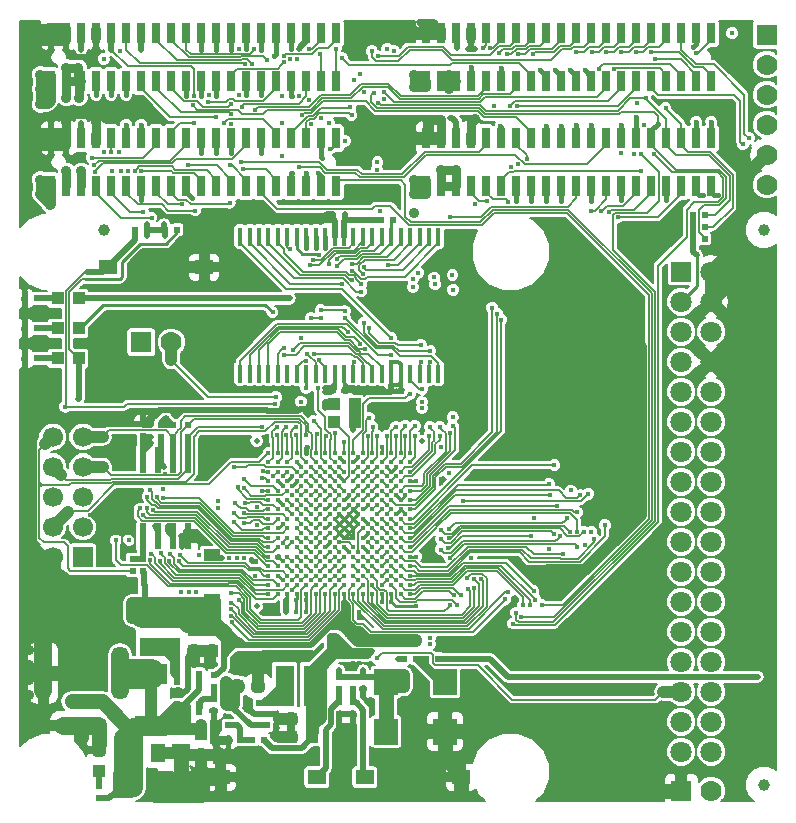
<source format=gbr>
G04 #@! TF.FileFunction,Copper,L1,Top,Signal*
%FSLAX46Y46*%
G04 Gerber Fmt 4.6, Leading zero omitted, Abs format (unit mm)*
G04 Created by KiCad (PCBNEW 201610010949+7276~55~ubuntu14.04.1-) date Wed Oct  5 10:28:32 2016*
%MOMM*%
%LPD*%
G01*
G04 APERTURE LIST*
%ADD10C,0.100000*%
%ADD11R,1.778000X1.778000*%
%ADD12R,1.600000X3.500000*%
%ADD13R,3.500000X1.600000*%
%ADD14R,1.524000X1.270000*%
%ADD15R,0.700000X1.800000*%
%ADD16R,1.778000X2.286000*%
%ADD17R,0.400000X1.500000*%
%ADD18R,0.550000X0.500000*%
%ADD19R,1.030000X1.060000*%
%ADD20R,0.600000X2.200000*%
%ADD21R,1.400000X1.000000*%
%ADD22C,1.700000*%
%ADD23R,1.700000X1.700000*%
%ADD24R,0.500000X0.550000*%
%ADD25C,1.800000*%
%ADD26R,1.750000X1.750000*%
%ADD27R,1.016000X1.016000*%
%ADD28R,1.270000X1.524000*%
%ADD29R,2.000000X2.200000*%
%ADD30R,2.700000X1.800000*%
%ADD31R,1.060000X1.030000*%
%ADD32R,0.550000X1.200000*%
%ADD33R,1.200000X0.550000*%
%ADD34C,1.000000*%
%ADD35O,4.500000X1.500000*%
%ADD36O,1.500000X4.500000*%
%ADD37C,1.778000*%
%ADD38C,0.400000*%
%ADD39C,0.500000*%
%ADD40C,0.900000*%
%ADD41C,0.450000*%
%ADD42C,1.016000*%
%ADD43C,0.127000*%
%ADD44C,1.270000*%
%ADD45C,0.254000*%
%ADD46C,0.762000*%
%ADD47C,0.508000*%
%ADD48C,0.406400*%
%ADD49C,1.524000*%
%ADD50C,0.355600*%
%ADD51C,2.540000*%
%ADD52C,0.203200*%
G04 APERTURE END LIST*
D10*
D11*
X171450000Y-118618000D03*
D12*
X137865000Y-109728000D03*
X140265000Y-109728000D03*
D13*
X127282000Y-104060000D03*
X127282000Y-106460000D03*
D14*
X131064000Y-74295000D03*
X122936000Y-74295000D03*
D15*
X161290000Y-63373000D03*
X161290000Y-67437000D03*
X160020000Y-63373000D03*
X160020000Y-67437000D03*
X158750000Y-63373000D03*
X158750000Y-67437000D03*
X157480000Y-63373000D03*
X157480000Y-67437000D03*
X156210000Y-63373000D03*
X156210000Y-67437000D03*
X154940000Y-63373000D03*
X154940000Y-67437000D03*
X153670000Y-63373000D03*
X153670000Y-67437000D03*
X152400000Y-63373000D03*
X152400000Y-67437000D03*
X151130000Y-63373000D03*
X151130000Y-67437000D03*
X149860000Y-63373000D03*
X149860000Y-67437000D03*
X162560000Y-67437000D03*
X162560000Y-63373000D03*
X163830000Y-67437000D03*
X163830000Y-63373000D03*
X165100000Y-67437000D03*
X165100000Y-63373000D03*
X166370000Y-67437000D03*
X166370000Y-63373000D03*
X167640000Y-67437000D03*
X167640000Y-63373000D03*
X168910000Y-67437000D03*
X168910000Y-63373000D03*
X170180000Y-67437000D03*
X170180000Y-63373000D03*
X171450000Y-67437000D03*
X171450000Y-63373000D03*
X172720000Y-67437000D03*
X172720000Y-63373000D03*
X173990000Y-67437000D03*
X173990000Y-63373000D03*
X129540000Y-63373000D03*
X129540000Y-67437000D03*
X128270000Y-63373000D03*
X128270000Y-67437000D03*
X127000000Y-63373000D03*
X127000000Y-67437000D03*
X125730000Y-63373000D03*
X125730000Y-67437000D03*
X124460000Y-63373000D03*
X124460000Y-67437000D03*
X123190000Y-63373000D03*
X123190000Y-67437000D03*
X121920000Y-63373000D03*
X121920000Y-67437000D03*
X120650000Y-63373000D03*
X120650000Y-67437000D03*
X119380000Y-63373000D03*
X119380000Y-67437000D03*
X118110000Y-63373000D03*
X118110000Y-67437000D03*
X130810000Y-67437000D03*
X130810000Y-63373000D03*
X132080000Y-67437000D03*
X132080000Y-63373000D03*
X133350000Y-67437000D03*
X133350000Y-63373000D03*
X134620000Y-67437000D03*
X134620000Y-63373000D03*
X135890000Y-67437000D03*
X135890000Y-63373000D03*
X137160000Y-67437000D03*
X137160000Y-63373000D03*
X138430000Y-67437000D03*
X138430000Y-63373000D03*
X139700000Y-67437000D03*
X139700000Y-63373000D03*
X140970000Y-67437000D03*
X140970000Y-63373000D03*
X142240000Y-67437000D03*
X142240000Y-63373000D03*
X161290000Y-54483000D03*
X161290000Y-58547000D03*
X160020000Y-54483000D03*
X160020000Y-58547000D03*
X158750000Y-54483000D03*
X158750000Y-58547000D03*
X157480000Y-54483000D03*
X157480000Y-58547000D03*
X156210000Y-54483000D03*
X156210000Y-58547000D03*
X154940000Y-54483000D03*
X154940000Y-58547000D03*
X153670000Y-54483000D03*
X153670000Y-58547000D03*
X152400000Y-54483000D03*
X152400000Y-58547000D03*
X151130000Y-54483000D03*
X151130000Y-58547000D03*
X149860000Y-54483000D03*
X149860000Y-58547000D03*
X162560000Y-58547000D03*
X162560000Y-54483000D03*
X163830000Y-58547000D03*
X163830000Y-54483000D03*
X165100000Y-58547000D03*
X165100000Y-54483000D03*
X166370000Y-58547000D03*
X166370000Y-54483000D03*
X167640000Y-58547000D03*
X167640000Y-54483000D03*
X168910000Y-58547000D03*
X168910000Y-54483000D03*
X170180000Y-58547000D03*
X170180000Y-54483000D03*
X171450000Y-58547000D03*
X171450000Y-54483000D03*
X172720000Y-58547000D03*
X172720000Y-54483000D03*
X173990000Y-58547000D03*
X173990000Y-54483000D03*
X129540000Y-54483000D03*
X129540000Y-58547000D03*
X128270000Y-54483000D03*
X128270000Y-58547000D03*
X127000000Y-54483000D03*
X127000000Y-58547000D03*
X125730000Y-54483000D03*
X125730000Y-58547000D03*
X124460000Y-54483000D03*
X124460000Y-58547000D03*
X123190000Y-54483000D03*
X123190000Y-58547000D03*
X121920000Y-54483000D03*
X121920000Y-58547000D03*
X120650000Y-54483000D03*
X120650000Y-58547000D03*
X119380000Y-54483000D03*
X119380000Y-58547000D03*
X118110000Y-54483000D03*
X118110000Y-58547000D03*
X130810000Y-58547000D03*
X130810000Y-54483000D03*
X132080000Y-58547000D03*
X132080000Y-54483000D03*
X133350000Y-58547000D03*
X133350000Y-54483000D03*
X134620000Y-58547000D03*
X134620000Y-54483000D03*
X135890000Y-58547000D03*
X135890000Y-54483000D03*
X137160000Y-58547000D03*
X137160000Y-54483000D03*
X138430000Y-58547000D03*
X138430000Y-54483000D03*
X139700000Y-58547000D03*
X139700000Y-54483000D03*
X140970000Y-58547000D03*
X140970000Y-54483000D03*
X142240000Y-58547000D03*
X142240000Y-54483000D03*
D16*
X124188000Y-118110000D03*
X128542000Y-118110000D03*
D17*
X150900000Y-83300000D03*
X150100000Y-83300000D03*
X149300000Y-83300000D03*
X148500000Y-83300000D03*
X147700000Y-83300000D03*
X146900000Y-83300000D03*
X146100000Y-83300000D03*
X145300000Y-83300000D03*
X144500000Y-83300000D03*
X143700000Y-83300000D03*
X142900000Y-83300000D03*
X142100000Y-83300000D03*
X141300000Y-83300000D03*
X140500000Y-83300000D03*
X139700000Y-83300000D03*
X138900000Y-83300000D03*
X138100000Y-83300000D03*
X137300000Y-83300000D03*
X136500000Y-83300000D03*
X135700000Y-83300000D03*
X134900000Y-83300000D03*
X134100000Y-83300000D03*
X134100000Y-71700000D03*
X134900000Y-71700000D03*
X135700000Y-71700000D03*
X136500000Y-71700000D03*
X137300000Y-71700000D03*
X138100000Y-71700000D03*
X138900000Y-71700000D03*
X139700000Y-71700000D03*
X140500000Y-71700000D03*
X141300000Y-71700000D03*
X142100000Y-71700000D03*
X142900000Y-71700000D03*
X143700000Y-71700000D03*
X144500000Y-71700000D03*
X145300000Y-71700000D03*
X146100000Y-71700000D03*
X146900000Y-71700000D03*
X147700000Y-71700000D03*
X148500000Y-71700000D03*
X149300000Y-71700000D03*
X150100000Y-71700000D03*
X150900000Y-71700000D03*
D18*
X142494000Y-111125000D03*
X142494000Y-112141000D03*
D19*
X118646000Y-76939000D03*
X120424000Y-76939000D03*
D18*
X129667000Y-88646000D03*
X129667000Y-87630000D03*
D20*
X125885000Y-90595000D03*
X127155000Y-90595000D03*
X128425000Y-90595000D03*
X129695000Y-90595000D03*
X129695000Y-97065000D03*
X128425000Y-97065000D03*
X127155000Y-97065000D03*
X125885000Y-97065000D03*
D21*
X131699000Y-102484000D03*
X131699000Y-98684000D03*
D22*
X118237000Y-88646000D03*
X120777000Y-88646000D03*
X118237000Y-91186000D03*
X120777000Y-91186000D03*
X118237000Y-93726000D03*
X120777000Y-93726000D03*
X118237000Y-96266000D03*
X120777000Y-96266000D03*
X118237000Y-98806000D03*
D23*
X120777000Y-98806000D03*
D24*
X141992000Y-84700000D03*
X143008000Y-84700000D03*
D25*
X171450000Y-100076000D03*
X171450000Y-102616000D03*
X173990000Y-102616000D03*
X173990000Y-100076000D03*
X171450000Y-107696000D03*
X173990000Y-110236000D03*
X173990000Y-107696000D03*
X171450000Y-110236000D03*
X171450000Y-115316000D03*
X173990000Y-112776000D03*
X171450000Y-112776000D03*
X173990000Y-115316000D03*
X171450000Y-105156000D03*
X173990000Y-105156000D03*
X171450000Y-97536000D03*
X173990000Y-97536000D03*
X171450000Y-94996000D03*
X173990000Y-94996000D03*
X171450000Y-92456000D03*
X173990000Y-92456000D03*
X171450000Y-89916000D03*
X173990000Y-89916000D03*
X171450000Y-87376000D03*
X173990000Y-87376000D03*
X173990000Y-84836000D03*
X171450000Y-84836000D03*
X173990000Y-82296000D03*
X171450000Y-82296000D03*
X173990000Y-79756000D03*
X171450000Y-79756000D03*
X173990000Y-77216000D03*
X171450000Y-77216000D03*
X173990000Y-74676000D03*
D26*
X171450000Y-74676000D03*
D27*
X130810000Y-113792000D03*
X130810000Y-115570000D03*
X133858000Y-109728000D03*
X135636000Y-109728000D03*
D18*
X125885000Y-88623000D03*
X125885000Y-87607000D03*
X144526000Y-108966000D03*
X144526000Y-109982000D03*
D14*
X129060000Y-113261000D03*
X129060000Y-115293000D03*
D28*
X125123000Y-115420000D03*
X127155000Y-115420000D03*
D27*
X130203000Y-105006000D03*
X130203000Y-106784000D03*
X140208000Y-112522000D03*
X138430000Y-112522000D03*
X131727000Y-105006000D03*
X131727000Y-106784000D03*
X140208000Y-114046000D03*
X138430000Y-114046000D03*
D18*
X143637000Y-111125000D03*
X143637000Y-112141000D03*
D24*
X143008000Y-70300000D03*
X141992000Y-70300000D03*
D19*
X118646000Y-82019000D03*
X120424000Y-82019000D03*
D29*
X146471000Y-109406000D03*
X151471000Y-109406000D03*
X151471000Y-113606000D03*
X146471000Y-113606000D03*
D30*
X126520000Y-113175000D03*
X126520000Y-108775000D03*
D19*
X118646000Y-79479000D03*
X120424000Y-79479000D03*
D31*
X122174000Y-115189000D03*
X122174000Y-116967000D03*
D24*
X126238000Y-71120000D03*
X125222000Y-71120000D03*
X127762000Y-71120000D03*
X128778000Y-71120000D03*
X115852000Y-82019000D03*
X116868000Y-82019000D03*
D18*
X125900000Y-100008000D03*
X125900000Y-98992000D03*
X131854000Y-108816000D03*
X131854000Y-109832000D03*
X131854000Y-111864000D03*
X131854000Y-110848000D03*
D24*
X136144000Y-114300000D03*
X135128000Y-114300000D03*
X133096000Y-114300000D03*
X134112000Y-114300000D03*
D18*
X125000000Y-98992000D03*
X125000000Y-100008000D03*
D24*
X148971000Y-107442000D03*
X147955000Y-107442000D03*
D18*
X127381000Y-88646000D03*
X127381000Y-87630000D03*
X122174000Y-118237000D03*
X122174000Y-119253000D03*
D24*
X115852000Y-79479000D03*
X116868000Y-79479000D03*
X115852000Y-76939000D03*
X116868000Y-76939000D03*
D18*
X142494000Y-108966000D03*
X142494000Y-109982000D03*
X143637000Y-108966000D03*
X143637000Y-109982000D03*
D24*
X147008000Y-70300000D03*
X145992000Y-70300000D03*
X149860000Y-107442000D03*
X150876000Y-107442000D03*
D32*
X130645000Y-109040000D03*
X129695000Y-109040000D03*
X128745000Y-109040000D03*
X130645000Y-111640000D03*
X128745000Y-111640000D03*
D33*
X136047000Y-113091000D03*
X136047000Y-112141000D03*
X136047000Y-111191000D03*
X133447000Y-113091000D03*
X133447000Y-111191000D03*
D34*
X122555000Y-71120000D03*
X178435000Y-71120000D03*
X178435000Y-118110000D03*
D14*
X132461000Y-117475000D03*
X140589000Y-117475000D03*
X152781000Y-117475000D03*
X144653000Y-117475000D03*
D35*
X120652000Y-113111000D03*
D36*
X117452000Y-108661000D03*
X123952000Y-108661000D03*
D27*
X142011000Y-87400000D03*
X143789000Y-87400000D03*
D37*
X178689000Y-62230000D03*
X178689000Y-59690000D03*
X178689000Y-57150000D03*
D11*
X178689000Y-54610000D03*
D37*
X178689000Y-64770000D03*
X178689000Y-67310000D03*
X128270000Y-80645000D03*
D11*
X125730000Y-80645000D03*
D18*
X128397000Y-87630000D03*
X128397000Y-88646000D03*
D27*
X142011000Y-85900000D03*
X143789000Y-85900000D03*
D24*
X173482000Y-69850000D03*
X172466000Y-69850000D03*
X173482000Y-70866000D03*
X172466000Y-70866000D03*
X173482000Y-71882000D03*
X172466000Y-71882000D03*
D37*
X173990000Y-118618000D03*
D38*
X148500000Y-102000000D03*
X147700000Y-102000000D03*
X146900000Y-102000000D03*
X146100000Y-102000000D03*
X145300000Y-102000000D03*
X144500000Y-102000000D03*
X143700000Y-102000000D03*
X142900000Y-102000000D03*
X142100000Y-102000000D03*
X141300000Y-102000000D03*
X140500000Y-102000000D03*
X139700000Y-102000000D03*
X138900000Y-102000000D03*
X138100000Y-102000000D03*
X137300000Y-102000000D03*
X136500000Y-102000000D03*
X136500000Y-101200000D03*
X137300000Y-101200000D03*
X138100000Y-101200000D03*
X138900000Y-101200000D03*
X139700000Y-101200000D03*
X140500000Y-101200000D03*
X141300000Y-101200000D03*
X142100000Y-101200000D03*
X142900000Y-101200000D03*
X143700000Y-101200000D03*
X144500000Y-101200000D03*
X145300000Y-101200000D03*
X146100000Y-101200000D03*
X146900000Y-101200000D03*
X147700000Y-101200000D03*
X148500000Y-101200000D03*
X148500000Y-100400000D03*
X147700000Y-100400000D03*
X146900000Y-100400000D03*
X146100000Y-100400000D03*
X145300000Y-100400000D03*
X144500000Y-100400000D03*
X143700000Y-100400000D03*
X142900000Y-100400000D03*
X142100000Y-100400000D03*
X141300000Y-100400000D03*
X140500000Y-100400000D03*
X139700000Y-100400000D03*
X138900000Y-100400000D03*
X138100000Y-100400000D03*
X137300000Y-100400000D03*
X136500000Y-100400000D03*
X136500000Y-99600000D03*
X137300000Y-99600000D03*
X138100000Y-99600000D03*
X138900000Y-99600000D03*
X139700000Y-99600000D03*
X140500000Y-99600000D03*
X141300000Y-99600000D03*
X142100000Y-99600000D03*
X142900000Y-99600000D03*
X143700000Y-99600000D03*
X144500000Y-99600000D03*
X145300000Y-99600000D03*
X146100000Y-99600000D03*
X146900000Y-99600000D03*
X147700000Y-99600000D03*
X148500000Y-99600000D03*
X136500000Y-98800000D03*
X137300000Y-98800000D03*
X138100000Y-98800000D03*
X138900000Y-98800000D03*
X139700000Y-98800000D03*
X140500000Y-98800000D03*
X141300000Y-98800000D03*
X142100000Y-98800000D03*
X142900000Y-98800000D03*
X143700000Y-98800000D03*
X144500000Y-98800000D03*
X145300000Y-98800000D03*
X146100000Y-98800000D03*
X146900000Y-98800000D03*
X147700000Y-98800000D03*
X148500000Y-98800000D03*
X148500000Y-98000000D03*
X147700000Y-98000000D03*
X146900000Y-98000000D03*
X146100000Y-98000000D03*
X145300000Y-98000000D03*
X144500000Y-98000000D03*
X143700000Y-98000000D03*
X142900000Y-98000000D03*
X142100000Y-98000000D03*
X141300000Y-98000000D03*
X140500000Y-98000000D03*
X139700000Y-98000000D03*
X138900000Y-98000000D03*
X138100000Y-98000000D03*
X137300000Y-98000000D03*
X136500000Y-98000000D03*
X148500000Y-97200000D03*
X147700000Y-97200000D03*
X146900000Y-97200000D03*
X146100000Y-97200000D03*
X145300000Y-97200000D03*
X144500000Y-97200000D03*
X143700000Y-97200000D03*
X142900000Y-97200000D03*
X142100000Y-97200000D03*
X141300000Y-97200000D03*
X140500000Y-97200000D03*
X139700000Y-97200000D03*
X138900000Y-97200000D03*
X138100000Y-97200000D03*
X137300000Y-97200000D03*
X136500000Y-97200000D03*
X136500000Y-96400000D03*
X137300000Y-96400000D03*
X138100000Y-96400000D03*
X138900000Y-96400000D03*
X139700000Y-96400000D03*
X140500000Y-96400000D03*
X141300000Y-96400000D03*
X142100000Y-96400000D03*
X142900000Y-96400000D03*
X143700000Y-96400000D03*
X144500000Y-96400000D03*
X145300000Y-96400000D03*
X146100000Y-96400000D03*
X146900000Y-96400000D03*
X147700000Y-96400000D03*
X148500000Y-96400000D03*
X148500000Y-95600000D03*
X147700000Y-95600000D03*
X146900000Y-95600000D03*
X146100000Y-95600000D03*
X145300000Y-95600000D03*
X144500000Y-95600000D03*
X143700000Y-95600000D03*
X142900000Y-95600000D03*
X142100000Y-95600000D03*
X141300000Y-95600000D03*
X140500000Y-95600000D03*
X139700000Y-95600000D03*
X138900000Y-95600000D03*
X138100000Y-95600000D03*
X137300000Y-95600000D03*
X136500000Y-95600000D03*
X136500000Y-94800000D03*
X137300000Y-94800000D03*
X138100000Y-94800000D03*
X138900000Y-94800000D03*
X139700000Y-94800000D03*
X140500000Y-94800000D03*
X141300000Y-94800000D03*
X142100000Y-94800000D03*
X142900000Y-94800000D03*
X143700000Y-94800000D03*
X144500000Y-94800000D03*
X145300000Y-94800000D03*
X146100000Y-94800000D03*
X146900000Y-94800000D03*
X147700000Y-94800000D03*
X148500000Y-94800000D03*
X148500000Y-94000000D03*
X147700000Y-94000000D03*
X146900000Y-94000000D03*
X146100000Y-94000000D03*
X145300000Y-94000000D03*
X144500000Y-94000000D03*
X143700000Y-94000000D03*
X142900000Y-94000000D03*
X142100000Y-94000000D03*
X141300000Y-94000000D03*
X140500000Y-94000000D03*
X139700000Y-94000000D03*
X138900000Y-94000000D03*
X138100000Y-94000000D03*
X137300000Y-94000000D03*
X136500000Y-94000000D03*
X136500000Y-93200000D03*
X137300000Y-93200000D03*
X138100000Y-93200000D03*
X138900000Y-93200000D03*
X139700000Y-93200000D03*
X140500000Y-93200000D03*
X141300000Y-93200000D03*
X142100000Y-93200000D03*
X142900000Y-93200000D03*
X143700000Y-93200000D03*
X144500000Y-93200000D03*
X145300000Y-93200000D03*
X146100000Y-93200000D03*
X146900000Y-93200000D03*
X147700000Y-93200000D03*
X148500000Y-93200000D03*
X148500000Y-92400000D03*
X147700000Y-92400000D03*
X146900000Y-92400000D03*
X146100000Y-92400000D03*
X145300000Y-92400000D03*
X144500000Y-92400000D03*
X143700000Y-92400000D03*
X142900000Y-92400000D03*
X142100000Y-92400000D03*
X141300000Y-92400000D03*
X140500000Y-92400000D03*
X139700000Y-92400000D03*
X138900000Y-92400000D03*
X138100000Y-92400000D03*
X137300000Y-92400000D03*
X136500000Y-92400000D03*
X136500000Y-91600000D03*
X137300000Y-91600000D03*
X138100000Y-91600000D03*
X138900000Y-91600000D03*
X139700000Y-91600000D03*
X140500000Y-91600000D03*
X141300000Y-91600000D03*
X142100000Y-91600000D03*
X142900000Y-91600000D03*
X143700000Y-91600000D03*
X144500000Y-91600000D03*
X145300000Y-91600000D03*
X146100000Y-91600000D03*
X146900000Y-91600000D03*
X147700000Y-91600000D03*
X148500000Y-91600000D03*
X148500000Y-90800000D03*
X147700000Y-90800000D03*
X146900000Y-90800000D03*
X146100000Y-90800000D03*
X145300000Y-90800000D03*
X144500000Y-90800000D03*
X143700000Y-90800000D03*
X142900000Y-90800000D03*
X142100000Y-90800000D03*
X141300000Y-90800000D03*
X140500000Y-90800000D03*
X139700000Y-90800000D03*
X138900000Y-90800000D03*
X138100000Y-90800000D03*
X137300000Y-90800000D03*
X136500000Y-90800000D03*
X136500000Y-90000000D03*
X137300000Y-90000000D03*
X138100000Y-90000000D03*
X138900000Y-90000000D03*
X139700000Y-90000000D03*
X140500000Y-90000000D03*
X141300000Y-90000000D03*
X142100000Y-90000000D03*
X142900000Y-90000000D03*
X143700000Y-90000000D03*
X144500000Y-90000000D03*
X145300000Y-90000000D03*
X146100000Y-90000000D03*
X146900000Y-90000000D03*
X147700000Y-90000000D03*
X148500000Y-90000000D03*
D39*
X149500000Y-89000000D03*
X135500000Y-89000000D03*
X135500000Y-103000000D03*
D40*
X170027600Y-71323200D03*
X168148000Y-73177400D03*
X162407600Y-71551800D03*
X162407600Y-73126600D03*
X162026600Y-78968600D03*
X166344600Y-76784200D03*
X166344600Y-78917800D03*
X164363400Y-76758800D03*
X164338000Y-78917800D03*
X161366200Y-100660200D03*
X161366200Y-101828600D03*
X160147000Y-101828600D03*
X162407600Y-104216200D03*
X164109400Y-104216200D03*
X164109400Y-102539800D03*
X167259000Y-104216200D03*
X167259000Y-102514400D03*
X165608000Y-102539800D03*
X165608000Y-100965000D03*
X165608000Y-104216200D03*
D41*
X121420621Y-95230932D03*
D40*
X162052000Y-81026000D03*
X166370000Y-81026000D03*
X164338000Y-81026000D03*
X160274000Y-81026000D03*
X166370000Y-85090000D03*
X166370000Y-83566000D03*
X162052000Y-85090000D03*
X164338000Y-85090000D03*
X164338000Y-86614000D03*
X160274000Y-86614000D03*
X162052000Y-86614000D03*
X162052000Y-89408000D03*
X160274000Y-89408000D03*
X160274000Y-83566000D03*
X162052000Y-83566000D03*
X164338000Y-83566000D03*
X165608000Y-107950000D03*
X163068000Y-107950000D03*
X165608000Y-110083600D03*
X168402000Y-115824000D03*
X166370000Y-115824000D03*
X163830000Y-115824000D03*
X163830000Y-113030004D03*
X166370000Y-113030000D03*
X161290000Y-115824000D03*
X161290000Y-113030000D03*
D41*
X143256000Y-68834000D03*
X142000010Y-69800000D03*
D40*
X168021000Y-94742000D03*
X160147000Y-99893122D03*
X163195000Y-110109000D03*
X160655000Y-110083600D03*
X160655000Y-107950000D03*
X169164000Y-72186800D03*
X176783994Y-105156000D03*
X176784000Y-102616000D03*
X176783996Y-100076000D03*
X176784000Y-97536000D03*
X176784000Y-94996000D03*
X176784000Y-92456000D03*
X176784000Y-89916000D03*
X176784000Y-87376000D03*
X176783992Y-84836000D03*
X168021000Y-81026000D03*
X161290000Y-118618000D03*
X163830000Y-118618000D03*
X166370000Y-118618000D03*
X168910000Y-118618000D03*
X158115000Y-110083600D03*
X158115000Y-111760000D03*
X155575000Y-106045000D03*
X156845006Y-107315000D03*
X158115000Y-107950000D03*
X179082700Y-112788700D03*
X179070000Y-110236002D03*
X179069998Y-107683300D03*
X179069998Y-105168700D03*
X179070004Y-102616000D03*
X179069998Y-100101400D03*
X179070000Y-97574100D03*
X179070000Y-94983300D03*
X179070001Y-92494101D03*
X179070000Y-89941400D03*
X179070000Y-87401400D03*
X179069998Y-84810600D03*
X179070000Y-82296000D03*
D41*
X127600930Y-93100000D03*
D40*
X153949400Y-61772800D03*
D41*
X136423046Y-86497545D03*
X153365200Y-55829200D03*
X153949400Y-55829200D03*
D40*
X151116519Y-61865294D03*
D41*
X126561028Y-87630503D03*
X126539725Y-87000000D03*
D40*
X150114006Y-61861270D03*
D41*
X129123305Y-97076695D03*
X135538136Y-94567056D03*
D40*
X121920000Y-56007000D03*
X121920000Y-61976000D03*
X119380000Y-61976000D03*
D41*
X175895000Y-53550001D03*
X174879000Y-53550001D03*
X144526000Y-53550001D03*
X145415000Y-53550001D03*
X146177000Y-53550001D03*
X144018000Y-53550001D03*
X146939000Y-53550001D03*
X147701000Y-53550001D03*
X148463000Y-53550001D03*
X143129000Y-53550001D03*
X149225000Y-53550001D03*
X150495000Y-53550001D03*
X177038000Y-53594000D03*
D40*
X115889000Y-68100000D03*
X115889000Y-66200000D03*
X115899994Y-54000000D03*
X115900000Y-55100000D03*
X115900008Y-56400000D03*
X115899996Y-58000000D03*
X115900004Y-59500000D03*
X115900000Y-61000000D03*
X115888990Y-63993000D03*
X115889000Y-69708004D03*
X115889000Y-62849992D03*
D41*
X143637000Y-107823000D03*
X144145000Y-107823000D03*
D40*
X151865873Y-116205000D03*
X150495000Y-116840000D03*
X147955000Y-116840000D03*
X134620000Y-118872000D03*
X142748000Y-116840000D03*
X137414000Y-116840000D03*
X137414000Y-118872000D03*
X147955000Y-118872000D03*
X149225000Y-118872000D03*
X150495000Y-118872000D03*
X116205008Y-113029992D03*
X116205008Y-111759992D03*
X116205008Y-110489992D03*
X116205008Y-109219992D03*
X116205008Y-107949992D03*
X116205008Y-106679992D03*
X116205008Y-105409992D03*
X116205008Y-104140000D03*
X117400000Y-105400000D03*
X121600000Y-108500000D03*
X121600000Y-106800000D03*
X121600000Y-105300000D03*
X120799996Y-103200000D03*
X121600000Y-104000000D03*
X119900000Y-102300000D03*
X119000000Y-101400000D03*
X118237000Y-100637000D03*
D41*
X121400000Y-97500000D03*
X151042230Y-98958042D03*
X139784554Y-89500000D03*
X143770192Y-84900000D03*
X143770192Y-84500000D03*
D40*
X176657000Y-78740000D03*
X176657000Y-80010000D03*
X154305000Y-109220000D03*
X151765000Y-106045000D03*
X153035000Y-106045000D03*
X154305000Y-106045000D03*
X154305000Y-110490000D03*
X158115000Y-113030000D03*
X156210000Y-113030000D03*
X154305000Y-111760000D03*
X156209990Y-111760000D03*
X153487000Y-113606000D03*
X179070000Y-73660000D03*
X179070000Y-116205000D03*
X179070000Y-80010000D03*
X179070000Y-77470000D03*
X179070000Y-74929982D03*
D41*
X139470191Y-86284776D03*
X146103256Y-89500000D03*
X146900000Y-84900000D03*
X136500000Y-103500000D03*
X136099994Y-103500000D03*
X129200000Y-97500000D03*
X129200000Y-98000000D03*
X135408401Y-99202270D03*
X136426083Y-89363606D03*
X136400000Y-88600000D03*
X151100000Y-89500000D03*
X144145000Y-103504992D03*
X146100000Y-102600000D03*
X144100000Y-94400000D03*
X142500000Y-95200000D03*
X144100000Y-95200000D03*
X144100000Y-96000000D03*
X140207992Y-106934000D03*
X139700000Y-106934000D03*
X144145000Y-104013000D03*
X146900000Y-82299994D03*
X146900000Y-84300000D03*
X147300000Y-95200000D03*
X139700000Y-103500000D03*
X136500000Y-103000000D03*
D40*
X128532346Y-74800000D03*
X128532346Y-73800000D03*
D41*
X138500000Y-93600000D03*
X144100000Y-90400000D03*
X151100000Y-92600000D03*
X151100000Y-92200000D03*
X139700000Y-102500000D03*
X148100000Y-95200000D03*
X137700000Y-94400000D03*
X142500000Y-96000000D03*
X143300000Y-95200000D03*
X143300000Y-96000000D03*
X137700000Y-99200000D03*
X143300000Y-96800000D03*
X142500000Y-96800000D03*
D40*
X142748000Y-118872000D03*
X152781000Y-118872000D03*
X116205000Y-84455000D03*
D41*
X115852000Y-82649000D03*
X115852000Y-81435000D03*
X115852000Y-80109000D03*
X115852000Y-76355000D03*
X115853690Y-78879785D03*
X115852000Y-77569000D03*
D40*
X128818005Y-110293212D03*
X134783346Y-111596654D03*
D41*
X144525783Y-110564467D03*
D40*
X135636000Y-108585000D03*
X137414000Y-114046000D03*
X137414000Y-112522000D03*
X133436473Y-115566356D03*
X132080114Y-113272524D03*
X132106035Y-115570633D03*
X131548199Y-107754846D03*
X132084000Y-114300000D03*
X130198028Y-107713016D03*
X132461000Y-118872000D03*
X130810000Y-118872000D03*
X130810000Y-117729000D03*
X126993015Y-118927245D03*
X127000000Y-117729000D03*
D41*
X141499996Y-69800000D03*
X141500000Y-70300000D03*
D40*
X148844000Y-66928996D03*
X148844000Y-58052130D03*
X148844000Y-68071994D03*
X148844000Y-59055004D03*
X117200000Y-60500012D03*
X117200000Y-68100000D03*
X118000000Y-69000000D03*
X117200000Y-66900004D03*
X117200000Y-58000000D03*
X117200000Y-59200000D03*
X121285000Y-111059753D03*
X119887292Y-111059753D03*
X130810000Y-113030000D03*
X132943600Y-109372400D03*
X133017260Y-110456980D03*
X129476500Y-111506000D03*
X148844000Y-69723000D03*
X151111713Y-66073107D03*
X152400000Y-66065398D03*
X151765000Y-58052130D03*
X151765000Y-59182000D03*
X119380000Y-59944000D03*
X120471770Y-59944000D03*
D41*
X126196464Y-71628000D03*
X127745270Y-71628000D03*
D40*
X120649990Y-66167000D03*
X119380000Y-66166952D03*
D41*
X143000000Y-69800000D03*
X127828941Y-87650127D03*
X127807638Y-87067044D03*
X127659654Y-70656218D03*
X126196464Y-70639238D03*
D40*
X120395994Y-57404000D03*
X119380000Y-57404000D03*
D41*
X172466000Y-70400000D03*
X172466000Y-71400000D03*
X124700000Y-97400000D03*
X142570192Y-90420262D03*
X172466000Y-72400000D03*
X135400000Y-100400000D03*
X126000000Y-101200000D03*
X135553207Y-96080516D03*
X141300000Y-84900000D03*
X145300000Y-105900000D03*
X144900000Y-96800000D03*
X143300000Y-94400000D03*
X141700000Y-96000000D03*
X143300000Y-98400000D03*
D40*
X147955000Y-109855000D03*
X147955000Y-108839000D03*
X149000000Y-105889000D03*
D41*
X149000000Y-103013730D03*
X138811000Y-102489000D03*
X138811000Y-103505000D03*
X138322000Y-106280000D03*
X138792000Y-106280000D03*
X146900000Y-102600000D03*
X142900000Y-102600000D03*
X143256000Y-104013010D03*
X143256000Y-103505000D03*
X126587657Y-89154000D03*
X126587657Y-88646000D03*
X137700000Y-96000000D03*
X141300000Y-84500000D03*
X147300000Y-91200000D03*
X149000000Y-98800000D03*
X149000000Y-92400000D03*
X146500000Y-91200000D03*
X139300000Y-91200000D03*
X138500000Y-92800000D03*
X144900000Y-96000000D03*
X137700000Y-92800000D03*
X137700000Y-100800000D03*
X142496540Y-108419900D03*
X144522358Y-108434732D03*
D40*
X146471000Y-111379000D03*
X126025275Y-102730935D03*
X124968000Y-102743000D03*
X129791641Y-102727941D03*
X130786923Y-103999270D03*
X129855726Y-104060720D03*
X128537813Y-102731183D03*
X127254000Y-102743000D03*
X124984339Y-103992994D03*
X131720553Y-103988242D03*
D41*
X150200000Y-106200000D03*
X150200000Y-105700000D03*
X141309536Y-85697810D03*
X141319634Y-86198779D03*
X141700000Y-97600000D03*
X144800000Y-106800000D03*
X145300000Y-106800000D03*
X149500000Y-85700000D03*
X149500000Y-86199994D03*
X144900000Y-98400000D03*
X141700000Y-94400000D03*
X142239988Y-106045000D03*
X141732000Y-106045000D03*
X142240000Y-105537000D03*
X141732000Y-105537000D03*
X138000000Y-102500000D03*
X140500000Y-113300000D03*
X140000000Y-113300000D03*
X141000000Y-112700000D03*
X141182770Y-112200000D03*
X141200000Y-108200000D03*
X141200000Y-108700000D03*
X141200000Y-109200000D03*
X141200000Y-109700000D03*
X141200000Y-110200000D03*
X141200000Y-110700000D03*
X141200000Y-111200000D03*
X141182764Y-111700006D03*
X140699994Y-111700006D03*
X140200000Y-111700006D03*
X138008000Y-103500000D03*
X144900000Y-94400000D03*
X148100000Y-93600000D03*
X147300000Y-93600000D03*
X120395996Y-85471000D03*
X140900000Y-92800000D03*
X132600000Y-98900000D03*
X140100000Y-99200000D03*
X119300000Y-86100012D03*
X137017886Y-85850731D03*
X140100000Y-92000000D03*
X135926106Y-87802270D03*
X139300000Y-92000000D03*
X139649200Y-88493594D03*
X127765492Y-91818716D03*
X126875849Y-96195314D03*
X140100000Y-91200000D03*
X147447000Y-107442000D03*
X147300000Y-96000000D03*
X127635000Y-91186000D03*
X128000000Y-96199990D03*
X144990915Y-87030172D03*
X142300000Y-74200000D03*
X138023598Y-88519000D03*
X138621908Y-81290378D03*
X137228149Y-88519000D03*
X137800000Y-81700000D03*
X140360400Y-81610202D03*
X140580006Y-88399087D03*
X142976600Y-78028800D03*
X140919200Y-77927200D03*
X143769726Y-82284825D03*
X141383288Y-88616745D03*
X140817600Y-82118200D03*
X140900000Y-92000000D03*
X139750800Y-81610200D03*
X140919200Y-78587600D03*
X140111770Y-78588486D03*
X140900000Y-91200000D03*
X139674604Y-84505800D03*
X141700000Y-93600000D03*
X140328794Y-87331407D03*
X139700000Y-82194400D03*
X140789703Y-73230202D03*
X141700000Y-91200000D03*
X139708289Y-72700000D03*
X142500000Y-94400000D03*
X140706282Y-84500006D03*
X140499992Y-72700000D03*
X139300000Y-80300000D03*
X141300000Y-72700000D03*
X141700000Y-92800000D03*
X142168047Y-88334236D03*
X140266039Y-73640910D03*
X139984488Y-74124097D03*
X141700000Y-92000000D03*
X141665970Y-74030586D03*
X144100000Y-91200000D03*
X142900000Y-89100010D03*
X142300000Y-73600000D03*
X138303000Y-72770998D03*
X145948400Y-69545200D03*
X148485501Y-85004403D03*
X149529792Y-84607400D03*
X142500000Y-93600000D03*
X143540034Y-74574581D03*
X144905612Y-92000000D03*
X144576800Y-74269600D03*
X148893181Y-87726670D03*
X146583400Y-74079100D03*
X146500000Y-92000000D03*
X144500479Y-74862340D03*
X148097719Y-88600000D03*
X143560800Y-73990200D03*
X145701063Y-92000000D03*
X144364930Y-75749146D03*
X148097728Y-87731876D03*
X143535590Y-75371713D03*
X145700000Y-91200000D03*
X144364930Y-76352400D03*
X147302268Y-88600000D03*
X142753708Y-75719169D03*
X145706817Y-88600000D03*
X147297730Y-87791097D03*
X146900000Y-80300000D03*
X146888200Y-81711800D03*
X146502268Y-88600000D03*
X143210963Y-79772342D03*
X144100000Y-92800000D03*
X144287975Y-80782119D03*
X144110161Y-91999682D03*
X144671800Y-81214091D03*
X144900000Y-91200000D03*
X137800000Y-81100000D03*
X142500000Y-92800000D03*
X145008600Y-79476600D03*
X145316109Y-87802270D03*
X149402270Y-80900004D03*
X149405285Y-82291398D03*
X144602200Y-78994000D03*
X144905961Y-88616820D03*
X150197730Y-81400000D03*
X150200737Y-82291734D03*
X143002000Y-78613000D03*
X142500000Y-91200000D03*
X177927000Y-108966000D03*
X151892000Y-61620400D03*
X175768000Y-54483000D03*
X152501600Y-55753000D03*
X120650000Y-62103000D03*
X120650000Y-55880000D03*
X140900000Y-94400000D03*
X142493019Y-110567179D03*
X133608640Y-91202730D03*
X143638744Y-110566407D03*
X143672191Y-88060907D03*
X143300000Y-93600000D03*
X142500000Y-92000000D03*
X142500000Y-99200000D03*
X144100000Y-99200000D03*
X141681200Y-64261998D03*
X122555000Y-64516000D03*
X133320024Y-102693181D03*
X157910318Y-103938380D03*
X140900000Y-100800000D03*
X141039669Y-65019548D03*
X123825000Y-64516000D03*
X133347158Y-101897730D03*
X140714162Y-66321238D03*
X124049071Y-66167013D03*
X123586567Y-97416806D03*
X143535400Y-61442600D03*
X140900000Y-100000000D03*
X169138600Y-64744600D03*
X157226000Y-104470200D03*
X139682480Y-66336130D03*
X123253620Y-66167000D03*
X134013296Y-102502967D03*
X143444773Y-60767773D03*
X167665400Y-60426600D03*
X141699169Y-100798473D03*
X138455329Y-66323006D03*
X124608293Y-66163759D03*
X126509246Y-99100872D03*
X132715000Y-62103000D03*
X141700000Y-99200000D03*
X130600000Y-98700000D03*
X134349270Y-66014550D03*
X140900000Y-99200000D03*
X157454600Y-103530400D03*
X168046400Y-64693800D03*
X135873693Y-64631189D03*
X141700000Y-100000000D03*
X159621709Y-102875406D03*
X140100000Y-100800000D03*
X121776270Y-66202768D03*
X133349301Y-103810375D03*
X133266914Y-65669562D03*
X141700000Y-98400000D03*
X133800000Y-98900000D03*
X133333270Y-64643000D03*
X133200000Y-98900000D03*
X142500000Y-98400000D03*
X129667000Y-65659000D03*
X138500000Y-101624461D03*
X132065357Y-64641891D03*
X142500000Y-100800000D03*
X130400000Y-101800000D03*
X125170770Y-66163759D03*
X126556739Y-98542444D03*
X130793270Y-64643008D03*
X129800000Y-101800000D03*
X142500000Y-97600000D03*
X125730006Y-66167000D03*
X127304697Y-99176816D03*
X126602270Y-70104000D03*
X128982095Y-98643014D03*
X125857157Y-69576750D03*
X128186644Y-98609049D03*
X156565600Y-102412800D03*
X167436800Y-64693800D03*
X123189988Y-64516000D03*
X130296665Y-69492564D03*
X139300000Y-100000000D03*
X168275000Y-62230000D03*
X124460000Y-62230000D03*
X144100000Y-100800006D03*
X125730000Y-68563270D03*
X127391193Y-98507500D03*
X156819600Y-101828600D03*
X166370000Y-64607236D03*
X125730000Y-62230000D03*
X129171722Y-68977730D03*
X139300000Y-100800000D03*
X121539006Y-65024000D03*
X133385550Y-104368431D03*
X133218195Y-68827049D03*
X134400000Y-98900000D03*
X140900000Y-98400000D03*
X130175000Y-62103000D03*
X129100000Y-101800000D03*
X142500000Y-100000000D03*
X130066276Y-68436270D03*
X138500000Y-100800000D03*
X121773592Y-65623932D03*
X133356912Y-103251195D03*
X157073600Y-65836800D03*
X173990000Y-62001401D03*
X147300000Y-99998126D03*
X153974800Y-68935600D03*
X174599596Y-68148200D03*
X145700000Y-99200000D03*
X157607000Y-65557400D03*
X172720000Y-62001400D03*
X147300000Y-100797730D03*
X150545800Y-75158600D03*
X146500000Y-99200000D03*
X173304202Y-68148200D03*
X138836400Y-87807800D03*
X146306725Y-60081578D03*
X170129200Y-60807604D03*
X152476200Y-102895400D03*
X166065200Y-70078600D03*
X138023600Y-87807798D03*
X145796000Y-60350400D03*
X168427400Y-59994790D03*
X150622000Y-75742800D03*
X170180000Y-68630800D03*
X146500000Y-100000000D03*
X145440400Y-59512200D03*
X169468796Y-62153800D03*
X137700000Y-92000000D03*
X151892000Y-102895400D03*
X165328600Y-69596000D03*
X142974762Y-63603438D03*
X167640000Y-61595000D03*
X136900000Y-92000000D03*
X164693600Y-69570599D03*
X152776947Y-102086653D03*
X141668933Y-62094330D03*
X136000004Y-91540769D03*
X166370000Y-62230000D03*
X152078470Y-74956456D03*
X145700000Y-100000000D03*
X166370000Y-68605400D03*
X139076042Y-65793302D03*
X139300000Y-92800000D03*
X163779199Y-69519800D03*
X152196367Y-102082600D03*
X163844538Y-62244538D03*
X137668000Y-62103000D03*
X134423622Y-93019758D03*
X152146000Y-76200000D03*
X146500009Y-100797730D03*
X163804600Y-68713592D03*
X155600400Y-60629800D03*
X162560000Y-62230000D03*
X140100000Y-94400000D03*
X152100000Y-87000000D03*
X151890162Y-70025962D03*
X153644600Y-98925568D03*
X144900000Y-99200000D03*
X153286539Y-100644749D03*
X154990800Y-68681600D03*
X156819600Y-68732400D03*
X153872558Y-100665943D03*
X134166347Y-65405000D03*
X132207000Y-94107000D03*
X141700000Y-95200000D03*
X168071800Y-66167000D03*
X144097730Y-100023547D03*
X140131036Y-62125488D03*
X156128997Y-62373730D03*
X135984451Y-93261230D03*
X154457400Y-100665943D03*
X157480000Y-68707000D03*
X158369000Y-65151000D03*
X137668000Y-64913730D03*
X140100000Y-95200000D03*
X158750000Y-68707000D03*
X144900000Y-100000000D03*
X139344400Y-61391800D03*
X138524460Y-94400000D03*
X153924000Y-101473000D03*
X160020000Y-68707000D03*
X159987122Y-62319375D03*
X133333270Y-62137390D03*
X139300000Y-94400000D03*
X153365200Y-101498400D03*
X161290000Y-68707000D03*
X140968162Y-61643962D03*
X135982227Y-92100345D03*
X161281535Y-62319375D03*
X137795000Y-56388000D03*
X140100000Y-96800000D03*
X142240000Y-55778400D03*
X127048962Y-93753238D03*
X139928600Y-55803800D03*
X126492000Y-93167200D03*
X140895638Y-56237438D03*
X127609600Y-93827600D03*
X139065000Y-55803800D03*
X133967736Y-55833586D03*
X132207000Y-94666233D03*
X141700000Y-96800000D03*
X134239000Y-60722730D03*
X133599019Y-95902065D03*
X138430000Y-55803800D03*
X126253511Y-93720431D03*
X138463451Y-59816992D03*
X140896985Y-96002270D03*
X137007600Y-56388000D03*
X140890778Y-96800000D03*
X131402728Y-60308270D03*
X139300000Y-96800000D03*
X135885948Y-55875948D03*
X126746000Y-94869000D03*
X135906426Y-59673270D03*
X133602270Y-95102270D03*
X133985000Y-59673270D03*
X134603992Y-55808634D03*
X137700000Y-97602270D03*
X134620000Y-59690000D03*
X139300000Y-96000000D03*
X126198435Y-94670487D03*
X133350000Y-55880000D03*
X137823422Y-56946509D03*
X140100000Y-96000000D03*
X131450283Y-59751064D03*
X132080000Y-55863270D03*
X139300000Y-97600000D03*
X132080000Y-59800270D03*
X134400000Y-95102270D03*
X125641426Y-94720304D03*
X130810000Y-55863270D03*
X130792349Y-59793136D03*
X133711144Y-94254210D03*
X139954000Y-60146767D03*
X121920000Y-59690000D03*
X134423758Y-92216319D03*
X123190000Y-59690000D03*
X139048270Y-59817000D03*
X140897730Y-95202270D03*
X130175000Y-59800270D03*
X138500000Y-99200000D03*
X124460000Y-59690000D03*
X137668000Y-59817000D03*
X133886189Y-92865143D03*
X134493000Y-57076547D03*
X140897730Y-97600000D03*
X132100175Y-61576192D03*
X139300000Y-95200000D03*
X125730000Y-55880000D03*
X125857000Y-95250000D03*
X133350000Y-61341000D03*
X138500000Y-95200000D03*
X135110975Y-57076549D03*
X140100000Y-98400000D03*
X133350000Y-60452000D03*
X134394470Y-95937125D03*
X136398000Y-56769000D03*
X138500000Y-97600000D03*
X129540000Y-59800270D03*
X134506595Y-94267688D03*
X135255014Y-55808636D03*
X140100000Y-97600000D03*
X144627600Y-59461400D03*
X172720000Y-56159400D03*
X144900000Y-93600000D03*
X168910004Y-56057800D03*
X151900000Y-88300000D03*
X155448000Y-77724004D03*
X172479843Y-55654360D03*
X169214800Y-56676070D03*
X145700000Y-95200000D03*
X177165000Y-63373000D03*
X145732500Y-65405000D03*
X145700000Y-94400000D03*
X152100000Y-87700000D03*
X164465007Y-57472409D03*
X167640008Y-56057800D03*
X150997730Y-87832842D03*
X165735006Y-57472407D03*
X146500000Y-94400000D03*
X143738600Y-58470800D03*
X166370000Y-56057800D03*
X144100000Y-93600000D03*
X145669000Y-66023270D03*
X176657000Y-63881000D03*
X146500000Y-95200000D03*
X165099996Y-56057800D03*
X150997730Y-88552555D03*
X155845730Y-78232000D03*
X157556200Y-60629800D03*
X144221198Y-57962800D03*
X163931600Y-56057800D03*
X144900000Y-92800000D03*
X156226730Y-78740000D03*
X156972000Y-60629804D03*
X162560000Y-56057800D03*
X151750394Y-91711645D03*
X147300000Y-92800000D03*
X137219470Y-87808545D03*
X138303000Y-76936600D03*
X146304000Y-59486800D03*
X145262600Y-56007000D03*
X145700000Y-93600000D03*
X138328400Y-56642000D03*
X163271200Y-57607200D03*
X136848433Y-78100000D03*
X139300000Y-93600000D03*
X158876994Y-56235600D03*
X147300000Y-92000000D03*
X148735808Y-75971400D03*
X139242800Y-85674200D03*
X138912600Y-56642000D03*
X140100000Y-92800000D03*
X162001196Y-57581800D03*
X153669996Y-57378600D03*
X128900000Y-99200000D03*
X123952000Y-56007000D03*
X135401231Y-60941637D03*
X139300000Y-98400000D03*
X148742400Y-75260200D03*
X146500000Y-92800000D03*
X154635200Y-55727600D03*
X156184600Y-57429400D03*
X128100141Y-99200000D03*
X122555000Y-56642000D03*
X155270200Y-55753000D03*
X148900840Y-88600000D03*
X130102939Y-60595730D03*
X139300000Y-99200000D03*
X145796000Y-56413400D03*
X145700000Y-92800000D03*
X142722600Y-56591200D03*
X138500000Y-100000000D03*
X156057600Y-56134000D03*
X150102270Y-88602270D03*
X147116800Y-55981600D03*
X140100000Y-93600000D03*
X159461198Y-57581800D03*
X156667200Y-56261000D03*
X149199600Y-74752200D03*
X146500000Y-93600000D03*
X138836400Y-88493600D03*
X160731200Y-57581800D03*
X146558000Y-55829200D03*
X157657800Y-56261000D03*
X150161094Y-87813516D03*
X151726090Y-98043578D03*
X158724602Y-97053400D03*
X146500000Y-98400000D03*
X158038802Y-102920800D03*
X158978600Y-95504000D03*
X144900000Y-97600000D03*
X160718500Y-91059000D03*
X160237738Y-92673738D03*
X158648831Y-102920800D03*
X160320643Y-93591170D03*
X158953200Y-101701600D03*
X162102800Y-93192600D03*
X145700000Y-96000000D03*
X159105600Y-102463600D03*
X162877500Y-93599000D03*
X163576000Y-93472000D03*
X145700000Y-98400000D03*
X153000000Y-94100000D03*
X161797732Y-95519682D03*
X151800000Y-96452676D03*
X146500000Y-96000000D03*
X164973000Y-96139000D03*
X162653214Y-95046211D03*
X163220400Y-96672400D03*
X146500000Y-97600000D03*
X151753443Y-97248127D03*
X161222448Y-97044752D03*
X151100000Y-98197730D03*
X147300000Y-98400000D03*
X161443456Y-98568730D03*
X162000767Y-96672400D03*
X147300000Y-96800000D03*
X151105952Y-96502270D03*
X147300000Y-97600000D03*
X151100000Y-97300614D03*
X160652752Y-96867308D03*
X145700000Y-107400000D03*
X145700006Y-96800000D03*
X163322000Y-97790000D03*
X144100000Y-98400000D03*
X162610800Y-96672400D03*
X162661600Y-97942400D03*
X151866691Y-98898221D03*
X147300000Y-99200000D03*
X160909000Y-94487991D03*
X163829998Y-96672400D03*
X146500000Y-96800000D03*
X164084000Y-97282000D03*
X160223200Y-98145600D03*
X145700006Y-97600000D03*
X137118944Y-85297918D03*
X138500000Y-92000000D03*
X140900000Y-93600000D03*
X140100000Y-100000000D03*
D42*
X169164000Y-72186800D02*
X170027600Y-71323200D01*
X169164000Y-72186800D02*
X169138600Y-72186800D01*
X169138600Y-72186800D02*
X168148000Y-73177400D01*
X164363400Y-76758800D02*
X164363400Y-75387200D01*
X164363400Y-75387200D02*
X164363400Y-74320400D01*
X162407600Y-73126600D02*
X164363400Y-75082400D01*
X164363400Y-75082400D02*
X164363400Y-75387200D01*
X162407600Y-71551800D02*
X164363400Y-73507600D01*
X164363400Y-73507600D02*
X164363400Y-74320400D01*
X162407600Y-73126600D02*
X162407600Y-71551800D01*
X164363400Y-74320400D02*
X163169600Y-73126600D01*
X163169600Y-73126600D02*
X162407600Y-73126600D01*
X164338000Y-78917800D02*
X162077400Y-78917800D01*
X162077400Y-78917800D02*
X162026600Y-78968600D01*
X164363400Y-76758800D02*
X166319200Y-76758800D01*
X166319200Y-76758800D02*
X166344600Y-76784200D01*
X164338000Y-78917800D02*
X166344600Y-78917800D01*
X164338000Y-78917800D02*
X164338000Y-76784200D01*
X164338000Y-76784200D02*
X164363400Y-76758800D01*
X164338000Y-81026000D02*
X164338000Y-78917800D01*
X161366200Y-101828600D02*
X161366200Y-100660200D01*
X160147000Y-101828600D02*
X161366200Y-101828600D01*
X160147000Y-99893122D02*
X160147000Y-101828600D01*
X164109400Y-104216200D02*
X162407600Y-104216200D01*
X164109400Y-102539800D02*
X164109400Y-104216200D01*
X165608000Y-102539800D02*
X164109400Y-102539800D01*
X167259000Y-102514400D02*
X167259000Y-104216200D01*
X165608000Y-102539800D02*
X167233600Y-102539800D01*
X167233600Y-102539800D02*
X167259000Y-102514400D01*
X165608000Y-100965000D02*
X165608000Y-102539800D01*
X165608000Y-103047800D02*
X165608000Y-102539800D01*
X165608000Y-104216200D02*
X165608000Y-103047800D01*
X165608000Y-107950000D02*
X165608000Y-104216200D01*
D43*
X121420621Y-95230932D02*
X122500000Y-96310311D01*
X122500000Y-96310311D02*
X122500000Y-96900000D01*
D42*
X164338000Y-81026000D02*
X164338000Y-83566000D01*
X162814000Y-81026000D02*
X164338000Y-81026000D01*
X160274000Y-81026000D02*
X162052000Y-81026000D01*
X162814000Y-81026000D02*
X162052000Y-81026000D01*
X166878000Y-81026000D02*
X168021000Y-81026000D01*
X164338000Y-81026000D02*
X166370000Y-81026000D01*
X166878000Y-81026000D02*
X166370000Y-81026000D01*
X160274000Y-83566000D02*
X160274000Y-81026000D01*
X164338000Y-86614000D02*
X166370000Y-86614000D01*
X166370000Y-86614000D02*
X168021000Y-86614000D01*
X166370000Y-85090000D02*
X166370000Y-86614000D01*
X166370000Y-83566000D02*
X166370000Y-85090000D01*
X168021000Y-83566000D02*
X166370000Y-83566000D01*
X164338000Y-83566000D02*
X166370000Y-83566000D01*
X162052000Y-86614000D02*
X160274000Y-86614000D01*
X162052000Y-85598000D02*
X162052000Y-86614000D01*
X162052000Y-83566000D02*
X162052000Y-85090000D01*
X162052000Y-85598000D02*
X162052000Y-85090000D01*
X164338000Y-85090000D02*
X164338000Y-86614000D01*
X164338000Y-83566000D02*
X164338000Y-85090000D01*
X168021000Y-83566000D02*
X168021000Y-86614000D01*
X168021000Y-86614000D02*
X168021000Y-94742000D01*
X162052000Y-86614000D02*
X164338000Y-86614000D01*
X160274000Y-87630000D02*
X160274000Y-89408000D01*
X160274000Y-87630000D02*
X160274000Y-86614000D01*
X160274000Y-83566000D02*
X160274000Y-86614000D01*
X162052000Y-86614000D02*
X162052000Y-89408000D01*
X160274000Y-89408000D02*
X162052000Y-89408000D01*
X162052000Y-83566000D02*
X160274000Y-83566000D01*
X164338000Y-83566000D02*
X162052000Y-83566000D01*
X168021000Y-81026000D02*
X168021000Y-83566000D01*
X164592000Y-107950000D02*
X163068000Y-107950000D01*
X169341800Y-107950000D02*
X165608000Y-107950000D01*
X164592000Y-107950000D02*
X165608000Y-107950000D01*
X162306000Y-107950000D02*
X160655000Y-107950000D01*
X162306000Y-107950000D02*
X163068000Y-107950000D01*
X166370000Y-110083600D02*
X168402000Y-110083600D01*
X163195000Y-110083600D02*
X165608000Y-110083600D01*
X166370000Y-110083600D02*
X165608000Y-110083600D01*
D44*
X166370000Y-115824000D02*
X168402000Y-115824000D01*
X166370000Y-115824000D02*
X166370000Y-118618000D01*
X166370000Y-113030000D02*
X166370000Y-115824000D01*
X163830000Y-115824000D02*
X166370000Y-115824000D01*
X163830000Y-118618000D02*
X163830000Y-115824000D01*
X163830000Y-113030004D02*
X163830000Y-115824000D01*
X163830004Y-113030000D02*
X163830000Y-113030004D01*
X166370000Y-113030000D02*
X163830004Y-113030000D01*
X163829996Y-113030000D02*
X163830000Y-113030004D01*
X163068000Y-113030000D02*
X163829996Y-113030000D01*
X161290000Y-113030000D02*
X163068000Y-113030000D01*
X161290000Y-114554000D02*
X161290000Y-113030000D01*
X161290000Y-118618000D02*
X161290000Y-115824000D01*
X161290000Y-114554000D02*
X161290000Y-115824000D01*
D42*
X160147000Y-99949000D02*
X160147000Y-99893122D01*
X168021000Y-95250000D02*
X163322000Y-99949000D01*
X163322000Y-99949000D02*
X160147000Y-99949000D01*
X168021000Y-94742000D02*
X168021000Y-95250000D01*
D45*
X163195000Y-110083600D02*
X163195000Y-110109000D01*
D42*
X168021000Y-94742000D02*
X168021000Y-94742000D01*
D44*
X171450000Y-118618000D02*
X168910000Y-118618000D01*
X168910000Y-118618000D02*
X166370000Y-118618000D01*
X166370000Y-118618000D02*
X163830000Y-118618000D01*
X163830000Y-118618000D02*
X161290000Y-118618000D01*
X161290000Y-118618000D02*
X160655000Y-118618000D01*
D42*
X158115000Y-110083600D02*
X160655000Y-110083600D01*
X160655000Y-110083600D02*
X163195000Y-110083600D01*
X160655000Y-107950000D02*
X158115000Y-107950000D01*
X155575000Y-106045000D02*
X154305000Y-106045000D01*
X155575000Y-106045000D02*
X156845000Y-107315000D01*
X156845000Y-107315000D02*
X156845006Y-107315000D01*
X156845006Y-107315000D02*
X157480006Y-107950000D01*
X157480006Y-107950000D02*
X158115000Y-107950000D01*
X173990000Y-82296000D02*
X179070000Y-82296000D01*
D46*
X153670000Y-63373000D02*
X153670000Y-62052200D01*
X153670000Y-62052200D02*
X153949400Y-61772800D01*
D47*
X136275975Y-86350474D02*
X136423046Y-86497545D01*
X139470191Y-86284776D02*
X139151993Y-86284776D01*
X138997816Y-86438953D02*
X136481638Y-86438953D01*
X139151993Y-86284776D02*
X138997816Y-86438953D01*
X136389892Y-86464391D02*
X136423046Y-86497545D01*
X127246796Y-86350474D02*
X136275975Y-86350474D01*
X136481638Y-86438953D02*
X136423046Y-86497545D01*
X126700269Y-86897001D02*
X127246796Y-86350474D01*
X153390600Y-55829200D02*
X153365200Y-55829200D01*
X153390600Y-55829200D02*
X153949400Y-55829200D01*
D46*
X151130000Y-62103000D02*
X151130000Y-61878775D01*
X151116519Y-63359519D02*
X151116519Y-62501690D01*
X151112495Y-61861270D02*
X151116519Y-61865294D01*
X151116519Y-62501690D02*
X151116519Y-61865294D01*
X151130000Y-61878775D02*
X151116519Y-61865294D01*
X150114006Y-61861270D02*
X151112495Y-61861270D01*
X151130000Y-63373000D02*
X151116519Y-63359519D01*
D47*
X153670000Y-54483000D02*
X153670000Y-55829200D01*
X153670000Y-55829200D02*
X153390600Y-55829200D01*
X125908503Y-87630503D02*
X126242830Y-87630503D01*
X125885000Y-87607000D02*
X125908503Y-87630503D01*
X126561028Y-87036242D02*
X126561028Y-87312305D01*
X126561028Y-87312305D02*
X126561028Y-87630503D01*
X126242830Y-87630503D02*
X126561028Y-87630503D01*
X126700269Y-86897001D02*
X126561028Y-87036242D01*
X125885000Y-87607000D02*
X125932725Y-87607000D01*
X125932725Y-87607000D02*
X126314726Y-87224999D01*
X126597270Y-87000000D02*
X126539725Y-87000000D01*
X126314726Y-87224999D02*
X126539725Y-87000000D01*
X126700269Y-86897001D02*
X126597270Y-87000000D01*
D46*
X150114006Y-63118994D02*
X150114006Y-62497666D01*
X150114006Y-62497666D02*
X150114006Y-61861270D01*
X149860000Y-63373000D02*
X150114006Y-63118994D01*
D47*
X129683305Y-97076695D02*
X129441503Y-97076695D01*
X129460000Y-97300000D02*
X129458306Y-97301694D01*
X129441503Y-97076695D02*
X129123305Y-97076695D01*
X129458306Y-97301694D02*
X129348304Y-97301694D01*
X129200000Y-97153390D02*
X129123305Y-97076695D01*
X129200000Y-97500000D02*
X129200000Y-97153390D01*
X129348304Y-97301694D02*
X129123305Y-97076695D01*
X129695000Y-97065000D02*
X129683305Y-97076695D01*
D46*
X151130000Y-63373000D02*
X149860000Y-63373000D01*
D47*
X119380000Y-54483000D02*
X119380000Y-55880000D01*
X119380000Y-55880000D02*
X120015000Y-56515000D01*
X120015000Y-56515000D02*
X121412000Y-56515000D01*
X121412000Y-56515000D02*
X121920000Y-56007000D01*
X121920000Y-56007000D02*
X121920000Y-54483000D01*
D46*
X121920000Y-63373000D02*
X121920000Y-61976000D01*
X121920000Y-61976000D02*
X121920000Y-61965000D01*
D47*
X121423000Y-61468000D02*
X121920000Y-61965000D01*
X119877000Y-61468000D02*
X121423000Y-61468000D01*
X119380000Y-61965000D02*
X119877000Y-61468000D01*
D46*
X119380000Y-61976000D02*
X119380000Y-61965000D01*
X119380000Y-63373000D02*
X119380000Y-61976000D01*
D47*
X149860000Y-54483000D02*
X150114000Y-54483000D01*
X150114000Y-54483000D02*
X150495000Y-54102000D01*
X150495000Y-54483000D02*
X150495000Y-54102000D01*
X150495000Y-54102000D02*
X150495000Y-53550001D01*
X151130000Y-54483000D02*
X150876000Y-54483000D01*
X150876000Y-54483000D02*
X150495000Y-54102000D01*
X150495000Y-54483000D02*
X151130000Y-54483000D01*
X149860000Y-54483000D02*
X150495000Y-54483000D01*
X149225000Y-53550001D02*
X150495000Y-53550001D01*
X151130000Y-54483000D02*
X151130000Y-54185001D01*
X151130000Y-54185001D02*
X150495000Y-53550001D01*
X149860000Y-54483000D02*
X149860000Y-54185001D01*
X149860000Y-54185001D02*
X150495000Y-53550001D01*
X149860000Y-54185001D02*
X149225000Y-53550001D01*
D46*
X119318000Y-55103000D02*
X119100000Y-55103000D01*
X119100000Y-55103000D02*
X118500000Y-55103000D01*
X115900000Y-55100000D02*
X119097000Y-55100000D01*
X119097000Y-55100000D02*
X119100000Y-55103000D01*
X119380000Y-54483000D02*
X119380000Y-55041000D01*
X119380000Y-55041000D02*
X119318000Y-55103000D01*
X118500000Y-55103000D02*
X118110000Y-54713000D01*
X118110000Y-54713000D02*
X118110000Y-54483000D01*
X118110000Y-54790000D02*
X117800000Y-55100000D01*
X117800000Y-55100000D02*
X115900000Y-55100000D01*
X118110000Y-54483000D02*
X118110000Y-54790000D01*
X116536390Y-54000000D02*
X115899994Y-54000000D01*
X118008000Y-54000000D02*
X116536390Y-54000000D01*
X118048000Y-53960000D02*
X118008000Y-54000000D01*
D42*
X115889000Y-54468000D02*
X115889000Y-54010994D01*
X115889000Y-54010994D02*
X115899994Y-54000000D01*
D46*
X115892000Y-55100000D02*
X115900000Y-55100000D01*
D42*
X115889000Y-54468000D02*
X115900000Y-54479000D01*
X115900000Y-54479000D02*
X115900000Y-55100000D01*
D46*
X115889000Y-55103000D02*
X115892000Y-55100000D01*
X119380000Y-63373000D02*
X119380000Y-63931000D01*
X119380000Y-63931000D02*
X119318000Y-63993000D01*
X119318000Y-63993000D02*
X115889000Y-63993000D01*
X119380000Y-63373000D02*
X119380000Y-62912000D01*
X119380000Y-62912000D02*
X119318000Y-62850000D01*
X119318000Y-62850000D02*
X115889000Y-62850000D01*
X119380000Y-54483000D02*
X119380000Y-54022000D01*
X119380000Y-54022000D02*
X119318000Y-53960000D01*
X119318000Y-53960000D02*
X118048000Y-53960000D01*
X118048000Y-53960000D02*
X118110000Y-54483000D01*
X115889000Y-54468000D02*
X115904000Y-54483000D01*
X115904000Y-54483000D02*
X118110000Y-54483000D01*
D42*
X115889000Y-63358000D02*
X115889000Y-63992990D01*
D46*
X115889000Y-63358000D02*
X115904000Y-63373000D01*
D42*
X115889000Y-62849992D02*
X115889000Y-63358000D01*
D46*
X115904000Y-63373000D02*
X118110000Y-63373000D01*
D42*
X115889000Y-63992990D02*
X115888990Y-63993000D01*
D46*
X118110000Y-63373000D02*
X117540000Y-63943000D01*
X117540000Y-63943000D02*
X117540000Y-63993000D01*
X117540000Y-63993000D02*
X115888990Y-63993000D01*
X115889000Y-63993000D02*
X115888990Y-63993000D01*
X117667000Y-62850000D02*
X115889008Y-62850000D01*
X118110000Y-63373000D02*
X118110000Y-63293000D01*
X118110000Y-63293000D02*
X117667000Y-62850000D01*
X115889008Y-62850000D02*
X115889000Y-62849992D01*
X115889000Y-62850000D02*
X115889000Y-62849992D01*
X118110000Y-54483000D02*
X118110000Y-54022000D01*
X118110000Y-54022000D02*
X118048000Y-53960000D01*
D44*
X151865873Y-116205000D02*
X152781000Y-117475000D01*
X151471000Y-115657000D02*
X151865873Y-116205000D01*
X142748000Y-116840000D02*
X142748000Y-118235604D01*
X142748000Y-113652000D02*
X142748000Y-116840000D01*
D43*
X124100000Y-97600000D02*
X124700000Y-98200000D01*
X124700000Y-98200000D02*
X125200000Y-98200000D01*
X124100000Y-96900000D02*
X124100000Y-97600000D01*
X122500000Y-96900000D02*
X124100000Y-96900000D01*
X124100000Y-96900000D02*
X124900000Y-96900000D01*
X125200000Y-97200000D02*
X125200000Y-98200000D01*
X124900000Y-96900000D02*
X125200000Y-97200000D01*
D44*
X119428919Y-108371081D02*
X119139000Y-108661000D01*
X119139000Y-108661000D02*
X117452000Y-108661000D01*
X119428919Y-101200000D02*
X119428919Y-108371081D01*
X118237000Y-98806000D02*
X118237000Y-100008081D01*
X118237000Y-100008081D02*
X119428919Y-101200000D01*
D43*
X122500000Y-96900000D02*
X121900000Y-97500000D01*
X121900000Y-97500000D02*
X121400000Y-97500000D01*
D48*
X139700000Y-89584554D02*
X139784554Y-89500000D01*
X139700000Y-90000000D02*
X139700000Y-89584554D01*
D47*
X143766000Y-84700000D02*
X143770192Y-84704192D01*
X143770192Y-84900000D02*
X143770192Y-84500000D01*
D45*
X143300000Y-84500000D02*
X143451994Y-84500000D01*
X142900000Y-84100000D02*
X143300000Y-84500000D01*
X143451994Y-84500000D02*
X143770192Y-84500000D01*
D47*
X143770192Y-84704192D02*
X143770192Y-84900000D01*
X146900000Y-84900000D02*
X143770192Y-84900000D01*
X143008000Y-84700000D02*
X143766000Y-84700000D01*
X143208000Y-84500000D02*
X143770192Y-84500000D01*
D42*
X179070000Y-80010000D02*
X176657000Y-80010000D01*
X154305000Y-110490000D02*
X154305000Y-109220000D01*
X153035000Y-106045000D02*
X151765000Y-106045000D01*
X154305000Y-106045000D02*
X153035000Y-106045000D01*
X154305000Y-111760000D02*
X154305000Y-110490000D01*
X156209990Y-111760000D02*
X156209990Y-113029990D01*
X156209990Y-113029990D02*
X156210000Y-113030000D01*
X158115000Y-111760000D02*
X158115000Y-113030000D01*
X153487000Y-113606000D02*
X154305000Y-112788000D01*
X154305000Y-112788000D02*
X154305000Y-112395000D01*
X154305000Y-112395000D02*
X154305000Y-111760000D01*
X156209990Y-111760000D02*
X154305000Y-111760000D01*
X158115000Y-111760000D02*
X156209990Y-111760000D01*
X151471000Y-113606000D02*
X153487000Y-113606000D01*
X173990000Y-74676000D02*
X178816018Y-74676000D01*
X178816018Y-74676000D02*
X179070000Y-74929982D01*
X173990000Y-74676000D02*
X173990000Y-77216000D01*
D47*
X131064000Y-73152000D02*
X131064000Y-74295000D01*
X131064000Y-72771000D02*
X131064000Y-73152000D01*
D45*
X146100000Y-90000000D02*
X146100000Y-89503256D01*
X146100000Y-89503256D02*
X146103256Y-89500000D01*
D47*
X146900000Y-84300000D02*
X146900000Y-84900000D01*
X129200000Y-98000000D02*
X129200000Y-97500000D01*
X129200000Y-97560000D02*
X129200000Y-97681802D01*
X129695000Y-97065000D02*
X129200000Y-97560000D01*
X129200000Y-97681802D02*
X129200000Y-98000000D01*
D45*
X146100000Y-102000000D02*
X146100000Y-102600000D01*
X143700000Y-97200000D02*
X143700000Y-96400000D01*
X142900000Y-97200000D02*
X143700000Y-97200000D01*
X143700000Y-94800000D02*
X144100000Y-94400000D01*
X142500000Y-95200000D02*
X142900000Y-95600000D01*
X142100000Y-95600000D02*
X142500000Y-95200000D01*
X143700000Y-94800000D02*
X144100000Y-95200000D01*
X143700000Y-95600000D02*
X144100000Y-95200000D01*
X143700000Y-96400000D02*
X144100000Y-96000000D01*
X143700000Y-95600000D02*
X144100000Y-96000000D01*
D47*
X139700000Y-106934000D02*
X140207992Y-106934000D01*
X139065000Y-106934000D02*
X139700000Y-106934000D01*
X136017000Y-106934000D02*
X135636000Y-107315000D01*
X135636000Y-107315000D02*
X135636000Y-108585000D01*
X139065000Y-106934000D02*
X136017000Y-106934000D01*
D45*
X139700000Y-102500000D02*
X139700000Y-103500000D01*
D49*
X117452000Y-109161000D02*
X117452000Y-99548000D01*
X117452000Y-99548000D02*
X118194000Y-98806000D01*
X118194000Y-98806000D02*
X118237000Y-98806000D01*
D50*
X146900000Y-83300000D02*
X146900000Y-82299994D01*
X147499994Y-82299994D02*
X146900000Y-82299994D01*
X147500000Y-84300000D02*
X146900000Y-84300000D01*
X146900000Y-83300000D02*
X146900000Y-84300000D01*
X147700000Y-83300000D02*
X147700000Y-82500000D01*
X147700000Y-84100000D02*
X147500000Y-84300000D01*
X147700000Y-82500000D02*
X147499994Y-82299994D01*
X147700000Y-83300000D02*
X147700000Y-84100000D01*
D47*
X143637000Y-113263000D02*
X143248000Y-113652000D01*
X143248000Y-113652000D02*
X142748000Y-113652000D01*
X143637000Y-112141000D02*
X143637000Y-113263000D01*
X142494000Y-112141000D02*
X142494000Y-113398000D01*
X142494000Y-113398000D02*
X142748000Y-113652000D01*
D44*
X142748000Y-118235604D02*
X142748000Y-118872000D01*
D47*
X142494000Y-113694000D02*
X142600000Y-113800000D01*
D45*
X147700000Y-94800000D02*
X147300000Y-95200000D01*
D42*
X128982345Y-74350001D02*
X128532346Y-74800000D01*
X131064000Y-74295000D02*
X129037346Y-74295000D01*
X129286000Y-74295000D02*
X129027346Y-74295000D01*
X128982345Y-74249999D02*
X128532346Y-73800000D01*
X131064000Y-74295000D02*
X129027346Y-74295000D01*
X129037346Y-74295000D02*
X128982345Y-74350001D01*
X128532346Y-73800000D02*
X128532346Y-74800000D01*
X129027346Y-74295000D02*
X128982345Y-74249999D01*
D44*
X118237000Y-98806000D02*
X117206000Y-98806000D01*
X117206000Y-98806000D02*
X116205000Y-97805000D01*
X116205000Y-97805000D02*
X116205000Y-87300000D01*
D47*
X129736097Y-96945562D02*
X129745562Y-96945562D01*
X129692562Y-96902027D02*
X129736097Y-96945562D01*
D42*
X131064000Y-74295000D02*
X129286000Y-74295000D01*
X129205000Y-74295000D02*
X129149999Y-74350001D01*
X129286000Y-74295000D02*
X129205000Y-74295000D01*
D47*
X115852000Y-82649000D02*
X115852000Y-84102000D01*
X115852000Y-84102000D02*
X116205000Y-84455000D01*
D44*
X116205000Y-87300000D02*
X116205000Y-85725000D01*
D47*
X121907000Y-87607000D02*
X121600000Y-87300000D01*
X121600000Y-87300000D02*
X116205000Y-87300000D01*
X125885000Y-87607000D02*
X121907000Y-87607000D01*
D45*
X142900000Y-84100000D02*
X142900000Y-84592000D01*
X142900000Y-83300000D02*
X142900000Y-84100000D01*
X142900000Y-84100000D02*
X142900000Y-84192000D01*
X142900000Y-84192000D02*
X143208000Y-84500000D01*
D47*
X143008000Y-84700000D02*
X143208000Y-84500000D01*
D45*
X142900000Y-84592000D02*
X143008000Y-84700000D01*
X143700000Y-90800000D02*
X144100000Y-90400000D01*
X139700000Y-102000000D02*
X139700000Y-102500000D01*
X142900000Y-97200000D02*
X142800000Y-97200000D01*
X147700000Y-94800000D02*
X148100000Y-95200000D01*
X137300000Y-94000000D02*
X137700000Y-94400000D01*
X142500000Y-96000000D02*
X142100000Y-96400000D01*
X142100000Y-95600000D02*
X142500000Y-96000000D01*
X142900000Y-96400000D02*
X142500000Y-96000000D01*
X142900000Y-95600000D02*
X142500000Y-96000000D01*
X143700000Y-95600000D02*
X143300000Y-95200000D01*
X143700000Y-94800000D02*
X143300000Y-95200000D01*
X142900000Y-95600000D02*
X143300000Y-95200000D01*
X143700000Y-96400000D02*
X143300000Y-96000000D01*
X143700000Y-95600000D02*
X143300000Y-96000000D01*
X142900000Y-95600000D02*
X143300000Y-96000000D01*
X142900000Y-96400000D02*
X143300000Y-96000000D01*
X143700000Y-96400000D02*
X143300000Y-96800000D01*
X143300000Y-96800000D02*
X142900000Y-96400000D01*
X142900000Y-96400000D02*
X142500000Y-96800000D01*
X142100000Y-96400000D02*
X142500000Y-96800000D01*
X137300000Y-98800000D02*
X137700000Y-99200000D01*
X143700000Y-97200000D02*
X143300000Y-96800000D01*
X143300000Y-96800000D02*
X142900000Y-97200000D01*
X142100000Y-97200000D02*
X142500000Y-96800000D01*
X142500000Y-96800000D02*
X142900000Y-97200000D01*
D44*
X152781000Y-117475000D02*
X152781000Y-118872000D01*
X116205000Y-85725000D02*
X116215676Y-85714324D01*
X116205000Y-85725000D02*
X116205000Y-84455000D01*
D47*
X129695000Y-97923416D02*
X129696561Y-97924977D01*
X129695000Y-97065000D02*
X129695000Y-97923416D01*
X129695000Y-97065000D02*
X129692064Y-97067936D01*
X129692064Y-97067936D02*
X129692064Y-97420177D01*
X115852000Y-81435000D02*
X115852000Y-80109000D01*
X115852000Y-82019000D02*
X115852000Y-82649000D01*
X115852000Y-82019000D02*
X115852000Y-81435000D01*
X115852000Y-79479000D02*
X115852000Y-80109000D01*
X115852000Y-76939000D02*
X115852000Y-76355000D01*
X115852000Y-77569000D02*
X115852000Y-78878095D01*
X115852000Y-78878095D02*
X115853690Y-78879785D01*
X115853690Y-79197983D02*
X115853690Y-78879785D01*
X115853690Y-79477310D02*
X115853690Y-79197983D01*
X115852000Y-79479000D02*
X115853690Y-79477310D01*
X115852000Y-76939000D02*
X115852000Y-77569000D01*
X129404871Y-110293212D02*
X128818005Y-110293212D01*
X129695000Y-109040000D02*
X129695000Y-110003083D01*
X129695000Y-110003083D02*
X129404871Y-110293212D01*
X135233345Y-112046653D02*
X134783346Y-111596654D01*
X135327692Y-112141000D02*
X135233345Y-112046653D01*
X136047000Y-112141000D02*
X135327692Y-112141000D01*
X144525783Y-110246269D02*
X144525783Y-110564467D01*
X144525783Y-109982217D02*
X144525783Y-110246269D01*
X144526000Y-109982000D02*
X144525783Y-109982217D01*
X143129000Y-113634324D02*
X143128235Y-113635089D01*
X142494000Y-112141000D02*
X143129000Y-112141000D01*
X143129000Y-112141000D02*
X143637000Y-112141000D01*
D44*
X151471000Y-113606000D02*
X151471000Y-115657000D01*
D42*
X135636000Y-109728000D02*
X135636000Y-108585000D01*
D47*
X136047000Y-112141000D02*
X137033000Y-112141000D01*
X137033000Y-112141000D02*
X137414000Y-112522000D01*
D42*
X138430000Y-114046000D02*
X137414000Y-114046000D01*
X138430000Y-112522000D02*
X137414000Y-112522000D01*
X133432196Y-115570633D02*
X133436473Y-115566356D01*
X132106035Y-115570633D02*
X133432196Y-115570633D01*
D47*
X131854000Y-111864000D02*
X131854000Y-113046410D01*
X132080000Y-113272410D02*
X132080114Y-113272524D01*
X131854000Y-113046410D02*
X132080114Y-113272524D01*
X132080000Y-113106200D02*
X132080000Y-113272410D01*
D42*
X130810000Y-115570000D02*
X129049780Y-115570000D01*
X129049780Y-115570000D02*
X129042795Y-115563015D01*
X129042795Y-115563015D02*
X129042795Y-115310205D01*
X129042795Y-115310205D02*
X129060000Y-115293000D01*
X131469639Y-115570633D02*
X132106035Y-115570633D01*
X130810633Y-115570633D02*
X131469639Y-115570633D01*
X130810000Y-115570000D02*
X130810633Y-115570633D01*
X131548199Y-106962801D02*
X131548199Y-107118450D01*
X131727000Y-106784000D02*
X131548199Y-106962801D01*
X131548199Y-107118450D02*
X131548199Y-107754846D01*
D46*
X133096000Y-114300000D02*
X132084000Y-114300000D01*
D42*
X130198028Y-107076620D02*
X130198028Y-107713016D01*
X130198028Y-106788972D02*
X130198028Y-107076620D01*
X130203000Y-106784000D02*
X130198028Y-106788972D01*
X130203000Y-106784000D02*
X130683000Y-106784000D01*
D47*
X129695000Y-108204000D02*
X129695000Y-107696000D01*
X129695000Y-109040000D02*
X129695000Y-108204000D01*
D42*
X130683000Y-106784000D02*
X131191000Y-106784000D01*
X131191000Y-106784000D02*
X131727000Y-106784000D01*
D47*
X131191000Y-106812000D02*
X131191000Y-106784000D01*
X129695000Y-107696000D02*
X129695000Y-107292000D01*
X129695000Y-107292000D02*
X130203000Y-106784000D01*
D42*
X132461000Y-118872000D02*
X132461000Y-117475000D01*
X130810000Y-115570000D02*
X130838000Y-117701000D01*
X130838000Y-117701000D02*
X130810000Y-117729000D01*
D49*
X130810000Y-117729000D02*
X129197000Y-117729000D01*
X129197000Y-117729000D02*
X129060000Y-117592000D01*
X129060000Y-117592000D02*
X128542000Y-118110000D01*
X127000000Y-118927245D02*
X130754755Y-118927245D01*
X130754755Y-118927245D02*
X130810000Y-118872000D01*
X130810000Y-118872000D02*
X130810000Y-117729000D01*
X130810000Y-117729000D02*
X131064000Y-117475000D01*
X131064000Y-117475000D02*
X132461000Y-117475000D01*
D44*
X128542000Y-118110000D02*
X129060000Y-117592000D01*
X129060000Y-117592000D02*
X129060000Y-115293000D01*
X127629411Y-118927245D02*
X127000000Y-118927245D01*
X127000000Y-118927245D02*
X126993015Y-118927245D01*
X127724755Y-118927245D02*
X127629411Y-118927245D01*
X128542000Y-118110000D02*
X127724755Y-118927245D01*
D49*
X128562100Y-118122700D02*
X128168400Y-117729000D01*
X128168400Y-117729000D02*
X127000000Y-117729000D01*
D47*
X122174000Y-115189000D02*
X122174000Y-114681000D01*
D44*
X122174000Y-114681000D02*
X122174000Y-113133000D01*
X122174000Y-113133000D02*
X122152000Y-113111000D01*
X122152000Y-113111000D02*
X121652000Y-113111000D01*
D42*
X127155000Y-115420000D02*
X128933000Y-115420000D01*
X128933000Y-115420000D02*
X129060000Y-115293000D01*
D47*
X131854000Y-111864000D02*
X131854000Y-112550000D01*
X141499996Y-69800000D02*
X141299996Y-70000000D01*
X141299996Y-70000000D02*
X140999996Y-70300000D01*
X140527779Y-70111779D02*
X141188217Y-70111779D01*
X141188217Y-70111779D02*
X141299996Y-70000000D01*
X140527779Y-70111779D02*
X133723221Y-70111779D01*
X140716000Y-70300000D02*
X140527779Y-70111779D01*
X133723221Y-70111779D02*
X131064000Y-72771000D01*
X141500000Y-70300000D02*
X140716000Y-70300000D01*
X140999996Y-70300000D02*
X140716000Y-70300000D01*
X141499996Y-69800000D02*
X142000010Y-69800000D01*
X141500000Y-70300000D02*
X141500000Y-69800004D01*
X141500000Y-69800004D02*
X141499996Y-69800000D01*
X142000010Y-70118198D02*
X142000010Y-69800000D01*
X141992000Y-70300000D02*
X142000010Y-70291990D01*
X142000010Y-70291990D02*
X142000010Y-70118198D01*
X141992000Y-70300000D02*
X141500000Y-70300000D01*
X142100000Y-71700000D02*
X142100000Y-70408000D01*
X142100000Y-70408000D02*
X141992000Y-70300000D01*
D46*
X148844000Y-58052130D02*
X149365130Y-58052130D01*
X149365130Y-58052130D02*
X149860000Y-58547000D01*
X149860000Y-67437000D02*
X149860000Y-66929000D01*
X149860000Y-66929000D02*
X148844004Y-66929000D01*
X148844004Y-66929000D02*
X148844000Y-66928996D01*
X148844000Y-66928996D02*
X148844000Y-67564000D01*
X148844000Y-58547000D02*
X148844000Y-58052130D01*
X148844000Y-67564000D02*
X148844000Y-68071994D01*
X149860000Y-67437000D02*
X148971000Y-67437000D01*
X148971000Y-67437000D02*
X148844000Y-67564000D01*
X149860000Y-67437000D02*
X149860000Y-68072000D01*
X149860000Y-68072000D02*
X148844006Y-68072000D01*
X148844006Y-68072000D02*
X148844000Y-68071994D01*
X148844000Y-58547000D02*
X148844000Y-59055004D01*
X149860000Y-58547000D02*
X148844000Y-58547000D01*
X149860000Y-58547000D02*
X149860000Y-59055000D01*
X149860000Y-59055000D02*
X148844004Y-59055000D01*
X148844004Y-59055000D02*
X148844000Y-59055004D01*
X118100000Y-59200000D02*
X117600000Y-59200000D01*
X117600000Y-59200000D02*
X117200000Y-59200000D01*
X117200000Y-60500012D02*
X117649999Y-60050013D01*
X117649999Y-60050013D02*
X117649999Y-59249999D01*
X117649999Y-59249999D02*
X117600000Y-59200000D01*
X117200000Y-60500012D02*
X117200000Y-59200000D01*
X118110000Y-58547000D02*
X118110000Y-60209000D01*
X118110000Y-60209000D02*
X117818988Y-60500012D01*
X117818988Y-60500012D02*
X117200000Y-60500012D01*
X117200000Y-60500000D02*
X117200000Y-60500012D01*
X117200000Y-58600000D02*
X117200000Y-59200000D01*
X117200000Y-58000000D02*
X117200000Y-58600000D01*
X117200000Y-58600000D02*
X118057000Y-58600000D01*
X118057000Y-58600000D02*
X118110000Y-58547000D01*
X118100000Y-66900000D02*
X117700000Y-66900000D01*
X117700000Y-66900000D02*
X117200004Y-66900000D01*
X117200000Y-68100000D02*
X117200000Y-67400000D01*
X117200000Y-67400000D02*
X117700000Y-66900000D01*
X117200000Y-68100000D02*
X117447000Y-68100000D01*
X117447000Y-68100000D02*
X118110000Y-67437000D01*
X117200000Y-68100000D02*
X117200000Y-68200000D01*
X117200000Y-68200000D02*
X118000000Y-69000000D01*
X117200000Y-66900004D02*
X117200000Y-68100000D01*
X117200000Y-68000000D02*
X117200000Y-68100000D01*
X118110000Y-67437000D02*
X118100000Y-67447000D01*
X118100000Y-67447000D02*
X118100000Y-68900000D01*
X118100000Y-68900000D02*
X118000000Y-69000000D01*
X118110000Y-67437000D02*
X118100000Y-67427000D01*
X117200004Y-66900000D02*
X117200000Y-66900004D01*
X118100000Y-67427000D02*
X118100000Y-66900000D01*
X118110000Y-58547000D02*
X118110000Y-59190000D01*
D47*
X118110000Y-59190000D02*
X118100000Y-59200000D01*
D46*
X118110000Y-58547000D02*
X118100000Y-58537000D01*
X118100000Y-58537000D02*
X118100000Y-58000000D01*
X118100000Y-58000000D02*
X117200000Y-58000000D01*
D44*
X124066000Y-108775000D02*
X124723660Y-108775000D01*
D51*
X126520000Y-108775000D02*
X124723660Y-108775000D01*
X124723660Y-108775000D02*
X124720350Y-108771690D01*
D47*
X129476500Y-111245556D02*
X129476500Y-111506000D01*
X130645000Y-110077056D02*
X129476500Y-111245556D01*
X130645000Y-109040000D02*
X130645000Y-110077056D01*
X136047000Y-113091000D02*
X134994690Y-113091000D01*
X134994690Y-113091000D02*
X133447000Y-111543310D01*
X133447000Y-111543310D02*
X133447000Y-111191000D01*
D44*
X121285000Y-111059753D02*
X119887292Y-111059753D01*
X122368245Y-111059753D02*
X121285000Y-111059753D01*
X125095000Y-113220500D02*
X124528992Y-113220500D01*
X124528992Y-113220500D02*
X122368245Y-111059753D01*
D42*
X132943600Y-109372400D02*
X132943600Y-110383320D01*
X132943600Y-110383320D02*
X133017260Y-110456980D01*
X130810000Y-113792000D02*
X130810000Y-113030000D01*
X129187000Y-113388000D02*
X130807321Y-113388000D01*
X130807321Y-113388000D02*
X130810635Y-113391314D01*
X130810635Y-113391314D02*
X130810635Y-113791365D01*
X130810635Y-113791365D02*
X130810000Y-113792000D01*
X133299200Y-109728000D02*
X132943600Y-109372400D01*
X133858000Y-109728000D02*
X133299200Y-109728000D01*
X126520000Y-108775000D02*
X126520000Y-113175000D01*
X129342500Y-111640000D02*
X129476500Y-111506000D01*
X128745000Y-111640000D02*
X129342500Y-111640000D01*
D44*
X132964001Y-111191000D02*
X133017260Y-111137741D01*
X133017260Y-111137741D02*
X133017260Y-110456980D01*
X133447000Y-111191000D02*
X132964001Y-111191000D01*
X133447000Y-111191000D02*
X133447000Y-110027240D01*
X133447000Y-110027240D02*
X133467259Y-110006981D01*
X133858000Y-109728000D02*
X133746240Y-109728000D01*
X133746240Y-109728000D02*
X133467259Y-110006981D01*
X133467259Y-110006981D02*
X133017260Y-110456980D01*
D47*
X124188000Y-118110000D02*
X123045000Y-119253000D01*
X123045000Y-119253000D02*
X122174000Y-119253000D01*
D49*
X125123000Y-115420000D02*
X125123000Y-113220500D01*
X125123000Y-113220500D02*
X125095000Y-113220500D01*
X125123000Y-115420000D02*
X125123000Y-118392000D01*
X125123000Y-118392000D02*
X124841000Y-118110000D01*
X124841000Y-118110000D02*
X124188000Y-118110000D01*
X125123000Y-115420000D02*
X124188000Y-115420000D01*
X124188000Y-115420000D02*
X124269500Y-115501500D01*
X124269500Y-115501500D02*
X124269500Y-115506500D01*
X124269500Y-115506500D02*
X124188000Y-115506500D01*
X126520000Y-113175000D02*
X126474500Y-113220500D01*
X126474500Y-113220500D02*
X125095000Y-113220500D01*
X125095000Y-113220500D02*
X124188000Y-114127500D01*
X124188000Y-114127500D02*
X124188000Y-115506500D01*
X124188000Y-115506500D02*
X124188000Y-118110000D01*
D42*
X129476500Y-111506000D02*
X129476500Y-113098500D01*
X129476500Y-113098500D02*
X129187000Y-113388000D01*
X129187000Y-113388000D02*
X129499500Y-113388000D01*
D44*
X128745000Y-111640000D02*
X127210000Y-113175000D01*
X127210000Y-113175000D02*
X126520000Y-113175000D01*
D42*
X129060000Y-113261000D02*
X129187000Y-113388000D01*
D44*
X129060000Y-113261000D02*
X128745000Y-112946000D01*
X128745000Y-112946000D02*
X128745000Y-111640000D01*
X126520000Y-113175000D02*
X126606000Y-113261000D01*
X126606000Y-113261000D02*
X129060000Y-113261000D01*
D46*
X151763604Y-66065398D02*
X152400000Y-66065398D01*
X151155398Y-66065398D02*
X151763604Y-66065398D01*
X151137924Y-66047924D02*
X151155398Y-66065398D01*
X152400000Y-66065400D02*
X152400000Y-66065398D01*
X151765000Y-58547000D02*
X151765000Y-58052130D01*
X151765000Y-59182000D02*
X151765000Y-58547000D01*
X151112741Y-66073107D02*
X151137924Y-66047924D01*
X151112741Y-66073107D02*
X151111713Y-66073107D01*
X151137924Y-67429076D02*
X151137924Y-66047924D01*
X151119420Y-66065400D02*
X151111713Y-66073107D01*
X152400000Y-67437000D02*
X152400000Y-66065400D01*
X152400000Y-66294000D02*
X152400000Y-66065400D01*
X151130000Y-67437000D02*
X151137924Y-67429076D01*
D47*
X126196464Y-71309802D02*
X126196464Y-71628000D01*
X127745270Y-71628000D02*
X127745270Y-71309802D01*
D46*
X120649990Y-66803396D02*
X120649990Y-66167000D01*
D47*
X145992000Y-70300000D02*
X143008000Y-70300000D01*
X143008000Y-70300000D02*
X143008000Y-69808000D01*
X143008000Y-69808000D02*
X143000000Y-69800000D01*
X127401127Y-87650127D02*
X127510743Y-87650127D01*
X128147139Y-87650127D02*
X127828941Y-87650127D01*
X127510743Y-87650127D02*
X127828941Y-87650127D01*
X127381000Y-87630000D02*
X127401127Y-87650127D01*
X128397000Y-87630000D02*
X128376873Y-87650127D01*
X128376873Y-87650127D02*
X128147139Y-87650127D01*
X128370594Y-87630000D02*
X128032637Y-87292043D01*
X127582639Y-87292043D02*
X127807638Y-87067044D01*
X127381000Y-87630000D02*
X127381000Y-87493682D01*
X128397000Y-87630000D02*
X128370594Y-87630000D01*
X127381000Y-87493682D02*
X127582639Y-87292043D01*
X128032637Y-87292043D02*
X127807638Y-87067044D01*
X127659654Y-70974416D02*
X127659654Y-70656218D01*
X127659654Y-71017654D02*
X127659654Y-70974416D01*
X127762000Y-71120000D02*
X127659654Y-71017654D01*
D46*
X151130000Y-58547000D02*
X151765000Y-58547000D01*
X151765000Y-58547000D02*
X152400000Y-58547000D01*
X151130000Y-67437000D02*
X152400000Y-67437000D01*
X151130000Y-67437000D02*
X151130000Y-66548000D01*
D47*
X127745270Y-71136730D02*
X127745270Y-71309802D01*
X127762000Y-71120000D02*
X127745270Y-71136730D01*
X126196464Y-71078464D02*
X126196464Y-70957436D01*
X126196464Y-71161536D02*
X126196464Y-71309802D01*
X126238000Y-71120000D02*
X126196464Y-71161536D01*
X126238000Y-71120000D02*
X126196464Y-71078464D01*
X126196464Y-70957436D02*
X126196464Y-70639238D01*
D46*
X120395994Y-58040396D02*
X120395994Y-57404000D01*
X120395994Y-58292994D02*
X120395994Y-58040396D01*
X120650000Y-58547000D02*
X120395994Y-58292994D01*
X119380000Y-57404000D02*
X120395994Y-57404000D01*
X120304571Y-57404000D02*
X120016396Y-57404000D01*
X120016396Y-57404000D02*
X119380000Y-57404000D01*
X119380000Y-58547000D02*
X119380000Y-57404000D01*
X120650000Y-58547000D02*
X119380000Y-58547000D01*
X120471770Y-58725230D02*
X120471770Y-59307604D01*
X120471770Y-59307604D02*
X120471770Y-59944000D01*
X120650000Y-58547000D02*
X120471770Y-58725230D01*
X119380048Y-66167000D02*
X119380000Y-66166952D01*
X120650000Y-67437000D02*
X120649990Y-67436990D01*
X120649990Y-67436990D02*
X120649990Y-66803396D01*
X119380000Y-67437000D02*
X119380000Y-66166952D01*
X119380000Y-58547000D02*
X119380000Y-59944000D01*
D47*
X172466000Y-70400000D02*
X172466000Y-70866000D01*
X172466000Y-69850000D02*
X172466000Y-70400000D01*
X172466000Y-71400000D02*
X172466000Y-71882000D01*
X172466000Y-70866000D02*
X172466000Y-71400000D01*
X142900000Y-71700000D02*
X142900000Y-70408000D01*
X125900000Y-100008000D02*
X126000000Y-100108000D01*
X126000000Y-100108000D02*
X126000000Y-101200000D01*
D42*
X144145000Y-105156000D02*
X144878000Y-105889000D01*
X144878000Y-105889000D02*
X148363604Y-105889000D01*
X148363604Y-105889000D02*
X149000000Y-105889000D01*
D45*
X142900000Y-90800000D02*
X142570192Y-90470192D01*
X142570192Y-90470192D02*
X142570192Y-90420262D01*
D47*
X172466000Y-72400000D02*
X172466000Y-71882000D01*
X172466000Y-73006000D02*
X172466000Y-72400000D01*
X172760000Y-73300000D02*
X172466000Y-73006000D01*
D45*
X172760000Y-75906000D02*
X172760000Y-73300000D01*
X171450000Y-77216000D02*
X172760000Y-75906000D01*
D47*
X132964795Y-104956653D02*
X131975147Y-103967005D01*
X134039735Y-105845735D02*
X133853877Y-105845735D01*
X133853877Y-105845735D02*
X132964795Y-104956653D01*
X126025275Y-101225275D02*
X126000000Y-101200000D01*
X126025275Y-102730935D02*
X126025275Y-101225275D01*
X143256000Y-104013010D02*
X143256000Y-104331208D01*
X141618198Y-84900000D02*
X141300000Y-84900000D01*
X141792000Y-84900000D02*
X141618198Y-84900000D01*
X141992000Y-84700000D02*
X141792000Y-84900000D01*
D42*
X143637000Y-105156000D02*
X143600000Y-105193000D01*
X144100000Y-105900000D02*
X145300000Y-105900000D01*
X143600000Y-105193000D02*
X143600000Y-105400000D01*
X143600000Y-105400000D02*
X144100000Y-105900000D01*
D47*
X145300000Y-105900000D02*
X145100000Y-106100000D01*
X145100000Y-106100000D02*
X143946000Y-106100000D01*
X143946000Y-106100000D02*
X142800000Y-104954000D01*
X142748000Y-104902000D02*
X142800000Y-104954000D01*
X142800000Y-104954000D02*
X143256000Y-105410000D01*
D42*
X145300000Y-105900000D02*
X148989000Y-105900000D01*
X148989000Y-105900000D02*
X149000000Y-105889000D01*
D45*
X144500000Y-97200000D02*
X144900000Y-96800000D01*
X142900000Y-94800000D02*
X143300000Y-94400000D01*
X141300000Y-96400000D02*
X141700000Y-96000000D01*
X142900000Y-98000000D02*
X143300000Y-98400000D01*
D42*
X147955000Y-108839000D02*
X147955000Y-109855000D01*
X146920000Y-109855000D02*
X147955000Y-109855000D01*
X146471000Y-109406000D02*
X146920000Y-109855000D01*
X147038000Y-108839000D02*
X147955000Y-108839000D01*
X146471000Y-109406000D02*
X147038000Y-108839000D01*
D47*
X141605000Y-104775000D02*
X141859000Y-104521000D01*
X140100000Y-106280000D02*
X141605000Y-104775000D01*
X142494000Y-104648000D02*
X142748000Y-104902000D01*
X141605000Y-104775000D02*
X142621000Y-104775000D01*
X142621000Y-104775000D02*
X142748000Y-104902000D01*
X141859000Y-104521000D02*
X142113000Y-104267000D01*
X142113000Y-104267000D02*
X142494000Y-104648000D01*
X141859000Y-104521000D02*
X142367000Y-104521000D01*
X142367000Y-104521000D02*
X142494000Y-104648000D01*
X143256000Y-105410000D02*
X143637000Y-105410000D01*
X143637000Y-105410000D02*
X143637000Y-105156000D01*
X142113000Y-104267000D02*
X142366990Y-104013010D01*
D42*
X143637000Y-105156000D02*
X144145000Y-105156000D01*
D47*
X143256000Y-104331208D02*
X144080792Y-105156000D01*
X144080792Y-105156000D02*
X144145000Y-105156000D01*
X142366990Y-104013010D02*
X143509980Y-105156000D01*
X143509980Y-105156000D02*
X143637000Y-105156000D01*
X142366990Y-104013010D02*
X142494010Y-104013010D01*
X142494010Y-104013010D02*
X143256000Y-104775000D01*
X143256000Y-104013010D02*
X143256000Y-104775000D01*
X143256000Y-104775000D02*
X143637000Y-105156000D01*
X143256000Y-104331208D02*
X143637000Y-104712208D01*
X143637000Y-104712208D02*
X143637000Y-105156000D01*
D45*
X148681802Y-103013730D02*
X149000000Y-103013730D01*
X147313730Y-103013730D02*
X148681802Y-103013730D01*
X146900000Y-102600000D02*
X147313730Y-103013730D01*
D47*
X142900000Y-102600000D02*
X142900000Y-103505000D01*
X142900000Y-103505000D02*
X142900000Y-103988010D01*
X142391990Y-104013010D02*
X142900000Y-103505000D01*
X142366990Y-104013010D02*
X142391990Y-104013010D01*
X142366990Y-104013010D02*
X142875000Y-104013010D01*
X142875000Y-104013010D02*
X143256000Y-104013010D01*
X142900000Y-103988010D02*
X142875000Y-104013010D01*
X143256000Y-102956000D02*
X143256000Y-103505000D01*
X142900000Y-102600000D02*
X143256000Y-102956000D01*
X143256000Y-104013010D02*
X143256000Y-103505000D01*
X138792000Y-106280000D02*
X140100000Y-106280000D01*
D45*
X138900000Y-102400000D02*
X138811000Y-102489000D01*
X138900000Y-102000000D02*
X138900000Y-102400000D01*
X138811000Y-103505000D02*
X138811000Y-102489000D01*
D47*
X128571000Y-104060000D02*
X129517000Y-105006000D01*
X129517000Y-105006000D02*
X130164610Y-105006000D01*
X127282000Y-104060000D02*
X128571000Y-104060000D01*
X132715466Y-107315000D02*
X132715466Y-106934000D01*
X132715466Y-108191137D02*
X132715466Y-107315000D01*
X134474000Y-106280000D02*
X133604000Y-106280000D01*
X133604000Y-106280000D02*
X133223000Y-106280000D01*
X132715466Y-107315000D02*
X132715466Y-107168534D01*
X132715466Y-107168534D02*
X133604000Y-106280000D01*
X132715466Y-106934000D02*
X132715466Y-106299000D01*
X133223000Y-106280000D02*
X132734466Y-106280000D01*
X132715466Y-106934000D02*
X132715466Y-106787534D01*
X132715466Y-106787534D02*
X133223000Y-106280000D01*
X131720553Y-103988242D02*
X134012311Y-106280000D01*
X134012311Y-106280000D02*
X134474000Y-106280000D01*
X132715466Y-106299000D02*
X132715466Y-105845735D01*
X132734466Y-106280000D02*
X132715466Y-106299000D01*
X133223000Y-105845735D02*
X133223000Y-105791000D01*
X133223000Y-105791000D02*
X132478367Y-105046367D01*
X132478367Y-105046367D02*
X131975147Y-105046367D01*
X133223000Y-105845735D02*
X132715466Y-105845735D01*
X134039735Y-105845735D02*
X133223000Y-105845735D01*
X134474000Y-106280000D02*
X134039735Y-105845735D01*
X138322000Y-106280000D02*
X134474000Y-106280000D01*
X138792000Y-106280000D02*
X138322000Y-106280000D01*
D45*
X146900000Y-102000000D02*
X146900000Y-102600000D01*
X142900000Y-102000000D02*
X142900000Y-102600000D01*
D47*
X126587657Y-89154000D02*
X125885000Y-89856657D01*
X125885000Y-89856657D02*
X125885000Y-90595000D01*
X125885000Y-89408000D02*
X126111000Y-89182000D01*
X126111000Y-89182000D02*
X126111000Y-89154000D01*
X126111000Y-89154000D02*
X126587657Y-89154000D01*
X126264225Y-88646000D02*
X126587657Y-88646000D01*
X125885000Y-89408000D02*
X125885000Y-90595000D01*
X125885000Y-88623000D02*
X125885000Y-89408000D01*
X126226000Y-88646000D02*
X126264225Y-88646000D01*
X125885000Y-88987000D02*
X126226000Y-88646000D01*
X125885000Y-90595000D02*
X125885000Y-88987000D01*
X125908000Y-88646000D02*
X126264225Y-88646000D01*
X125885000Y-88623000D02*
X125908000Y-88646000D01*
X125885000Y-90595000D02*
X125857000Y-90567000D01*
X125857000Y-90567000D02*
X125857000Y-89535000D01*
X125885000Y-88623000D02*
X125885000Y-89055000D01*
D42*
X129219330Y-104060720D02*
X129855726Y-104060720D01*
D45*
X137300000Y-96400000D02*
X137700000Y-96000000D01*
X142100000Y-83300000D02*
X142100000Y-84000000D01*
X142100000Y-84000000D02*
X141600000Y-84500000D01*
X141600000Y-84500000D02*
X141300000Y-84500000D01*
D47*
X141792000Y-84500000D02*
X141300000Y-84500000D01*
D45*
X142100000Y-84200000D02*
X141800000Y-84500000D01*
X141800000Y-84500000D02*
X141400000Y-84500000D01*
X141400000Y-84500000D02*
X141300000Y-84500000D01*
D47*
X141992000Y-84700000D02*
X141792000Y-84500000D01*
D45*
X142100000Y-83300000D02*
X142100000Y-84200000D01*
X142100000Y-84200000D02*
X142100000Y-84592000D01*
X142100000Y-84592000D02*
X141992000Y-84700000D01*
X146900000Y-91600000D02*
X147300000Y-91200000D01*
D47*
X131699000Y-102484000D02*
X131704000Y-102489000D01*
X131704000Y-102489000D02*
X132207000Y-102489000D01*
X132207000Y-102489000D02*
X132207000Y-104013000D01*
X132207000Y-104013000D02*
X131699000Y-104013000D01*
D42*
X129791641Y-102727941D02*
X131455059Y-102727941D01*
X131455059Y-102727941D02*
X131699000Y-102484000D01*
X131699000Y-102484000D02*
X131699000Y-104013000D01*
X131699000Y-104013000D02*
X131699000Y-103966689D01*
X131699000Y-103966689D02*
X131720553Y-103988242D01*
D45*
X148500000Y-98800000D02*
X149000000Y-98800000D01*
X148500000Y-92400000D02*
X149000000Y-92400000D01*
X146900000Y-91600000D02*
X146500000Y-91200000D01*
X138900000Y-90800000D02*
X139300000Y-91200000D01*
X138900000Y-92400000D02*
X138500000Y-92800000D01*
X144900000Y-96000000D02*
X144500000Y-95600000D01*
X137300000Y-92400000D02*
X137700000Y-92800000D01*
X137300000Y-100400000D02*
X137700000Y-100800000D01*
D47*
X142496540Y-108963460D02*
X142496540Y-108738098D01*
X142496540Y-108738098D02*
X142496540Y-108419900D01*
X142494000Y-108966000D02*
X142496540Y-108963460D01*
X144522358Y-108752930D02*
X144522358Y-108434732D01*
X144526000Y-108966000D02*
X144522358Y-108962358D01*
X144522358Y-108962358D02*
X144522358Y-108752930D01*
D44*
X146471000Y-111379000D02*
X146471000Y-109406000D01*
X146471000Y-113606000D02*
X146471000Y-111379000D01*
D47*
X143637000Y-108966000D02*
X142494000Y-108966000D01*
X144526000Y-108966000D02*
X143637000Y-108966000D01*
X144526000Y-108966000D02*
X146031000Y-108966000D01*
X146031000Y-108966000D02*
X146471000Y-109406000D01*
D42*
X126025523Y-102731183D02*
X126025275Y-102730935D01*
X128537813Y-102731183D02*
X126025523Y-102731183D01*
X126475274Y-103180934D02*
X126025275Y-102730935D01*
X127282000Y-103987660D02*
X126475274Y-103180934D01*
X127282000Y-104060000D02*
X127282000Y-103987660D01*
X126013210Y-102743000D02*
X126025275Y-102730935D01*
X124968000Y-102743000D02*
X126013210Y-102743000D01*
X124968000Y-103340259D02*
X124968000Y-102743000D01*
X124984339Y-103992994D02*
X124984339Y-103356598D01*
X124984339Y-103356598D02*
X124968000Y-103340259D01*
X130241640Y-103177940D02*
X129791641Y-102727941D01*
X130757271Y-104006247D02*
X130757271Y-103693571D01*
X129788399Y-102731183D02*
X129791641Y-102727941D01*
X130757271Y-103693571D02*
X130241640Y-103177940D01*
X128537813Y-102731183D02*
X129788399Y-102731183D01*
X130779946Y-104006247D02*
X130786923Y-103999270D01*
X130757271Y-104006247D02*
X130779946Y-104006247D01*
X127282720Y-104060720D02*
X129219330Y-104060720D01*
X127282000Y-104060000D02*
X127282720Y-104060720D01*
X129855726Y-104697116D02*
X129855726Y-104060720D01*
X130164610Y-105006000D02*
X129855726Y-104697116D01*
X130203000Y-105006000D02*
X130164610Y-105006000D01*
X127253951Y-103729094D02*
X127254000Y-103729045D01*
X127254000Y-103729045D02*
X127254000Y-102743000D01*
X127282000Y-104060000D02*
X127286105Y-104055895D01*
X127286105Y-104055895D02*
X128531977Y-104055895D01*
X128531977Y-104055895D02*
X128531977Y-102737019D01*
X128531977Y-102737019D02*
X128537813Y-102731183D01*
X125620735Y-103992994D02*
X124984339Y-103992994D01*
D49*
X127282000Y-104060000D02*
X127214994Y-103992994D01*
X127214994Y-103992994D02*
X125620735Y-103992994D01*
D47*
X131854000Y-108816000D02*
X132090603Y-108816000D01*
X131875731Y-105006000D02*
X131727000Y-105006000D01*
X132090603Y-108816000D02*
X132715466Y-108191137D01*
X132715466Y-105845735D02*
X131875731Y-105006000D01*
D42*
X131975147Y-105046367D02*
X131975147Y-103967005D01*
X131975147Y-103967005D02*
X131741790Y-103967005D01*
X131741790Y-103967005D02*
X131720553Y-103988242D01*
D49*
X131720553Y-103988242D02*
X127353758Y-103988242D01*
X127353758Y-103988242D02*
X127282000Y-104060000D01*
D42*
X130203000Y-105006000D02*
X130212463Y-104996537D01*
X130212463Y-104996537D02*
X130757271Y-104996537D01*
X130757271Y-104996537D02*
X130757271Y-104006247D01*
X131727000Y-105006000D02*
X130203000Y-105006000D01*
D47*
X127762000Y-71120000D02*
X127254000Y-71120000D01*
X126746000Y-71120000D02*
X127254000Y-71120000D01*
X126238000Y-71120000D02*
X126746000Y-71120000D01*
X141986000Y-107057000D02*
X141605000Y-107438000D01*
X141605000Y-107438000D02*
X140265000Y-108778000D01*
X144912000Y-107188000D02*
X141855000Y-107188000D01*
X141855000Y-107188000D02*
X141605000Y-107438000D01*
X145300000Y-106800000D02*
X144912000Y-107188000D01*
X141627734Y-85697810D02*
X141309536Y-85697810D01*
X141808810Y-85697810D02*
X141627734Y-85697810D01*
X142011000Y-85900000D02*
X141808810Y-85697810D01*
X141319634Y-86198779D02*
X141319634Y-85707908D01*
X141319634Y-85707908D02*
X141309536Y-85697810D01*
X141544633Y-85973780D02*
X141319634Y-86198779D01*
X141618413Y-85900000D02*
X141544633Y-85973780D01*
X142011000Y-85900000D02*
X141618413Y-85900000D01*
X145300000Y-106800000D02*
X144800000Y-106800000D01*
D45*
X141300000Y-98000000D02*
X141700000Y-97600000D01*
D42*
X140265000Y-109728000D02*
X140265000Y-108521000D01*
X140265000Y-108521000D02*
X141986000Y-106800000D01*
D47*
X143900000Y-106800000D02*
X144800000Y-106800000D01*
X143900000Y-106800000D02*
X143000000Y-106800000D01*
X142240000Y-105537000D02*
X143503000Y-106800000D01*
X143503000Y-106800000D02*
X143900000Y-106800000D01*
X142239988Y-107160012D02*
X142600000Y-106800000D01*
X142600000Y-106800000D02*
X143000000Y-106800000D01*
X143000000Y-106800000D02*
X141986000Y-106800000D01*
X142239988Y-106045000D02*
X142994988Y-106800000D01*
X142994988Y-106800000D02*
X143000000Y-106800000D01*
X141986000Y-106000000D02*
X141986000Y-106800000D01*
X141986000Y-106800000D02*
X141986000Y-107057000D01*
X142239988Y-107160012D02*
X142239988Y-106900000D01*
X142239988Y-106900000D02*
X142239988Y-106363198D01*
D45*
X144500000Y-98000000D02*
X144900000Y-98400000D01*
X141300000Y-94800000D02*
X141700000Y-94400000D01*
D47*
X142239988Y-106363198D02*
X142239988Y-106045000D01*
X141200000Y-108200000D02*
X142239988Y-107160012D01*
X142031000Y-106045000D02*
X142239988Y-106045000D01*
X141986000Y-106000000D02*
X142031000Y-106045000D01*
X142240000Y-106044988D02*
X142239988Y-106045000D01*
X142240000Y-105537000D02*
X142240000Y-106044988D01*
X141732000Y-106363198D02*
X141732000Y-106045000D01*
X141732000Y-107311000D02*
X141732000Y-106363198D01*
X140265000Y-108778000D02*
X141732000Y-107311000D01*
X141777000Y-106000000D02*
X141732000Y-106045000D01*
X141986000Y-106000000D02*
X141777000Y-106000000D01*
X140265000Y-109728000D02*
X140265000Y-108778000D01*
X141732000Y-105537000D02*
X141732000Y-106045000D01*
X141732000Y-105537000D02*
X142240000Y-105537000D01*
D45*
X138100000Y-102400000D02*
X138000000Y-102500000D01*
X138100000Y-102000000D02*
X138100000Y-102400000D01*
D47*
X138008000Y-102508000D02*
X138000000Y-102500000D01*
X138008000Y-103500000D02*
X138008000Y-102508000D01*
X139514962Y-114800000D02*
X139395201Y-114919761D01*
X140500000Y-113754000D02*
X140500000Y-113300000D01*
X140208000Y-114046000D02*
X140500000Y-113754000D01*
X140000000Y-113618198D02*
X140000000Y-113300000D01*
X140000000Y-113838000D02*
X140000000Y-113618198D01*
X140208000Y-114046000D02*
X140000000Y-113838000D01*
D42*
X140208000Y-112522000D02*
X140208000Y-113300000D01*
X140208000Y-113300000D02*
X140208000Y-114046000D01*
D47*
X141000000Y-112700000D02*
X140400000Y-113300000D01*
X140400000Y-113300000D02*
X140208000Y-113300000D01*
X141182770Y-112200000D02*
X141182770Y-112517230D01*
X141182770Y-112517230D02*
X141000000Y-112700000D01*
X140386000Y-112700000D02*
X141000000Y-112700000D01*
X140208000Y-112522000D02*
X140386000Y-112700000D01*
X141182770Y-112200000D02*
X141182770Y-111700012D01*
X141182770Y-111700012D02*
X141182764Y-111700006D01*
X140530000Y-112200000D02*
X141182770Y-112200000D01*
X140208000Y-112522000D02*
X140530000Y-112200000D01*
X141200000Y-108700000D02*
X141200000Y-108200000D01*
X141200000Y-109200000D02*
X141200000Y-108700000D01*
X141200000Y-109700000D02*
X141200000Y-109200000D01*
X141200000Y-110200000D02*
X141200000Y-109700000D01*
X141200000Y-110700000D02*
X141200000Y-110200000D01*
X141200000Y-111200000D02*
X141200000Y-110700000D01*
X141200000Y-111200000D02*
X141182764Y-111217236D01*
X141182764Y-111217236D02*
X141182764Y-111700006D01*
X140265000Y-109728000D02*
X140265000Y-108435000D01*
X140265000Y-108435000D02*
X140500000Y-108200000D01*
X140500000Y-108200000D02*
X141200000Y-108200000D01*
X141200000Y-108200000D02*
X141200000Y-108793000D01*
X141200000Y-108793000D02*
X140265000Y-109728000D01*
X141200000Y-110018198D02*
X141200000Y-109700000D01*
X141200000Y-110100000D02*
X141200000Y-110018198D01*
X141200000Y-110881802D02*
X141200000Y-110700000D01*
X141200000Y-111200000D02*
X141200000Y-110881802D01*
X140700006Y-111200000D02*
X140881802Y-111200000D01*
X140881802Y-111200000D02*
X141200000Y-111200000D01*
X140200000Y-111700006D02*
X140700006Y-111200000D01*
X141200000Y-110863000D02*
X141200000Y-110881802D01*
X140699994Y-111700006D02*
X141182764Y-111700006D01*
X140200000Y-111700006D02*
X140699994Y-111700006D01*
D42*
X140200000Y-112018204D02*
X140200000Y-111700006D01*
X140200000Y-112514000D02*
X140200000Y-112018204D01*
X140200000Y-111381808D02*
X140200000Y-111700006D01*
X140208000Y-112522000D02*
X140200000Y-112514000D01*
X140200000Y-109793000D02*
X140200000Y-111381808D01*
X140265000Y-109728000D02*
X140200000Y-109793000D01*
D45*
X144500000Y-94800000D02*
X144900000Y-94400000D01*
X147700000Y-94000000D02*
X148100000Y-93600000D01*
X147700000Y-94000000D02*
X147300000Y-93600000D01*
D47*
X136144000Y-114300000D02*
X136144000Y-114358420D01*
X136144000Y-114358420D02*
X136793590Y-115008010D01*
X137010997Y-115008010D02*
X137014197Y-115011210D01*
X136793590Y-115008010D02*
X137010997Y-115008010D01*
X137014197Y-115011210D02*
X138829803Y-115011210D01*
X138829803Y-115011210D02*
X138829812Y-115011201D01*
X138829812Y-115011201D02*
X139303761Y-115011201D01*
X139303761Y-115011201D02*
X139395201Y-114919761D01*
X140208000Y-114101202D02*
X140208000Y-114046000D01*
X139395201Y-114919761D02*
X139395201Y-114914001D01*
X139395201Y-114914001D02*
X140208000Y-114101202D01*
D43*
X120419000Y-82019000D02*
X120424000Y-82019000D01*
X119634000Y-81234000D02*
X120419000Y-82019000D01*
X121000000Y-75300000D02*
X120734078Y-75300000D01*
X120734078Y-75300000D02*
X119634000Y-76400078D01*
X119634000Y-76400078D02*
X119634000Y-81234000D01*
D47*
X120424000Y-85442996D02*
X120395996Y-85471000D01*
X120424000Y-82019000D02*
X120424000Y-85442996D01*
D45*
X128778000Y-71120000D02*
X128778000Y-71322000D01*
X128778000Y-71322000D02*
X127800000Y-72300000D01*
X127800000Y-72300000D02*
X125624288Y-72300000D01*
X125624288Y-72300000D02*
X124100000Y-73824288D01*
X124100000Y-73824288D02*
X124100000Y-75100000D01*
X124100000Y-75100000D02*
X123900000Y-75300000D01*
X123900000Y-75300000D02*
X121000000Y-75300000D01*
D43*
X141300000Y-93200000D02*
X140900000Y-92800000D01*
D52*
X120447000Y-82042000D02*
X120424000Y-82019000D01*
D47*
X118646000Y-82019000D02*
X116868000Y-82019000D01*
X148971000Y-107442000D02*
X150935000Y-109406000D01*
X150935000Y-109406000D02*
X151471000Y-109406000D01*
X151316000Y-109406000D02*
X149860000Y-107950000D01*
X149860000Y-107950000D02*
X149852380Y-107942380D01*
X149860000Y-107442000D02*
X149860000Y-107950000D01*
X149860000Y-107442000D02*
X149225000Y-107442000D01*
X149225000Y-107442000D02*
X148971000Y-107442000D01*
X149852380Y-107942380D02*
X149352000Y-107442000D01*
X149352000Y-107442000D02*
X149225000Y-107442000D01*
X151471000Y-109406000D02*
X151316000Y-109406000D01*
X149852380Y-107942380D02*
X149852380Y-107787380D01*
X149860000Y-107442000D02*
X149860000Y-107779760D01*
X149860000Y-107779760D02*
X149852380Y-107787380D01*
X149852380Y-107787380D02*
X149852380Y-107777082D01*
X132281802Y-98900000D02*
X132600000Y-98900000D01*
X131699000Y-98684000D02*
X131915000Y-98900000D01*
X131915000Y-98900000D02*
X132281802Y-98900000D01*
D43*
X139700000Y-98800000D02*
X140100000Y-99200000D01*
D47*
X128745000Y-109040000D02*
X128397000Y-108692000D01*
X128397000Y-108692000D02*
X128397000Y-107575000D01*
X128397000Y-107575000D02*
X127282000Y-106460000D01*
X128745000Y-107569000D02*
X128651000Y-107569000D01*
X128651000Y-107569000D02*
X127542000Y-106460000D01*
X127542000Y-106460000D02*
X127282000Y-106460000D01*
X128745000Y-107569000D02*
X128745000Y-107058481D01*
X128745000Y-109040000D02*
X128745000Y-107569000D01*
X128745000Y-107058481D02*
X128143634Y-106457115D01*
X128143634Y-106457115D02*
X127859885Y-106457115D01*
X127859885Y-106457115D02*
X127857000Y-106460000D01*
D46*
X127857000Y-106460000D02*
X127282000Y-106460000D01*
D47*
X136047000Y-111191000D02*
X136078000Y-111191000D01*
X136078000Y-111191000D02*
X137541000Y-109728000D01*
X137541000Y-109728000D02*
X137865000Y-109728000D01*
X136652000Y-111191000D02*
X137865000Y-109978000D01*
X137865000Y-109978000D02*
X137865000Y-109728000D01*
X136047000Y-111191000D02*
X136652000Y-111191000D01*
X136652000Y-111191000D02*
X137349363Y-111191000D01*
X137349363Y-111191000D02*
X137865000Y-110675363D01*
X137865000Y-110675363D02*
X137865000Y-109728000D01*
X118646000Y-79479000D02*
X116868000Y-79479000D01*
X118646000Y-76939000D02*
X116868000Y-76939000D01*
D43*
X121100000Y-74700000D02*
X120999997Y-74700000D01*
X120999997Y-74700000D02*
X119397769Y-76302228D01*
X119303800Y-86106000D02*
X119300000Y-86102200D01*
X119397769Y-76302228D02*
X119397769Y-86012031D01*
X119397769Y-86012031D02*
X119303800Y-86106000D01*
X119300000Y-86102200D02*
X119300000Y-86100012D01*
X119300000Y-86100012D02*
X124299988Y-86100012D01*
X124549269Y-85850731D02*
X136699688Y-85850731D01*
X124299988Y-86100012D02*
X124549269Y-85850731D01*
X136699688Y-85850731D02*
X137017886Y-85850731D01*
X140500000Y-92400000D02*
X140100000Y-92000000D01*
D47*
X125222000Y-71903000D02*
X125222000Y-71120000D01*
X121500000Y-74700000D02*
X121100000Y-74700000D01*
X122531000Y-74700000D02*
X121500000Y-74700000D01*
X122936000Y-74295000D02*
X122531000Y-74700000D01*
X122936000Y-74295000D02*
X125222000Y-72009000D01*
X125222000Y-72009000D02*
X125222000Y-71903000D01*
D43*
X135607908Y-87802270D02*
X135926106Y-87802270D01*
X130535730Y-87802270D02*
X135607908Y-87802270D01*
X129692000Y-88646000D02*
X130535730Y-87802270D01*
X129667000Y-88646000D02*
X129692000Y-88646000D01*
X119366923Y-92315923D02*
X118951000Y-91900000D01*
X123115915Y-92315923D02*
X119366923Y-92315923D01*
X123215400Y-92216438D02*
X123115915Y-92315923D01*
X129695000Y-90595000D02*
X129695000Y-91395000D01*
X128873562Y-92216438D02*
X123215400Y-92216438D01*
X129695000Y-91395000D02*
X128873562Y-92216438D01*
D42*
X118951000Y-91900000D02*
X118237000Y-91186000D01*
D43*
X139700000Y-91600000D02*
X139300000Y-92000000D01*
D47*
X129695000Y-90595000D02*
X129667000Y-90623000D01*
X129695000Y-90595000D02*
X129695000Y-88674000D01*
X129695000Y-88674000D02*
X129667000Y-88646000D01*
D43*
X139649200Y-88175396D02*
X139649200Y-88493594D01*
X139649200Y-87667402D02*
X139649200Y-88175396D01*
X139109336Y-87127538D02*
X139649200Y-87667402D01*
X136989255Y-87127538D02*
X139109336Y-87127538D01*
X129692000Y-87630000D02*
X130161493Y-87160507D01*
X129667000Y-87630000D02*
X129692000Y-87630000D01*
X130161493Y-87160507D02*
X136956286Y-87160507D01*
X136956286Y-87160507D02*
X136989255Y-87127538D01*
X129667000Y-87630000D02*
X129667000Y-87633000D01*
X129667000Y-87633000D02*
X129057400Y-88242600D01*
X129057400Y-88242600D02*
X129057400Y-91673498D01*
X129057400Y-91673498D02*
X128824986Y-91905912D01*
X128824986Y-91905912D02*
X127852688Y-91905912D01*
X127852688Y-91905912D02*
X127765492Y-91818716D01*
X127692900Y-91891308D02*
X127765492Y-91818716D01*
X122486000Y-91186000D02*
X123191308Y-91891308D01*
X123191308Y-91891308D02*
X127692900Y-91891308D01*
D47*
X127100848Y-96420313D02*
X126875849Y-96195314D01*
X127155000Y-97065000D02*
X127155000Y-96474465D01*
X127155000Y-96474465D02*
X127100848Y-96420313D01*
D42*
X120777000Y-91186000D02*
X122486000Y-91186000D01*
D43*
X140500000Y-91600000D02*
X140100000Y-91200000D01*
X140500000Y-90800000D02*
X140100000Y-90400000D01*
X140100000Y-90400000D02*
X140100000Y-89773184D01*
X140100000Y-89773184D02*
X140182276Y-89690908D01*
X140182276Y-89690908D02*
X140182276Y-88417076D01*
X140182276Y-88417076D02*
X139885430Y-88120230D01*
X129100000Y-87300000D02*
X129100000Y-87865920D01*
X139885430Y-88120230D02*
X139885430Y-87536030D01*
X139885430Y-87536030D02*
X139240707Y-86891307D01*
X139240707Y-86891307D02*
X136891405Y-86891307D01*
X128799000Y-88269000D02*
X128422000Y-88646000D01*
X136891405Y-86891307D02*
X136858436Y-86924276D01*
X129100000Y-87865920D02*
X128799000Y-88166920D01*
X136858436Y-86924276D02*
X129475724Y-86924276D01*
X129475724Y-86924276D02*
X129100000Y-87300000D01*
X128799000Y-88166920D02*
X128799000Y-88269000D01*
X128422000Y-88646000D02*
X128397000Y-88646000D01*
X122454000Y-88646000D02*
X122900000Y-88200000D01*
X127826000Y-88100000D02*
X123000000Y-88100000D01*
X123000000Y-88100000D02*
X122900000Y-88200000D01*
X128397000Y-88646000D02*
X128372000Y-88646000D01*
X128372000Y-88646000D02*
X127826000Y-88100000D01*
D47*
X128425000Y-90595000D02*
X128425000Y-88674000D01*
X128425000Y-88674000D02*
X128397000Y-88646000D01*
D42*
X120777000Y-88646000D02*
X122454000Y-88646000D01*
D52*
X128427252Y-90597252D02*
X128425000Y-90595000D01*
D43*
X139700000Y-90800000D02*
X139272721Y-90372721D01*
X119791846Y-92552154D02*
X119644000Y-92700000D01*
X139272721Y-90372721D02*
X139272721Y-89056921D01*
X130175000Y-91825898D02*
X129548229Y-92452669D01*
X139272721Y-89056921D02*
X139242800Y-89027000D01*
X139242800Y-87604600D02*
X139022879Y-87384679D01*
X139242800Y-89027000D02*
X139242800Y-87604600D01*
X137066195Y-87384679D02*
X136250874Y-88200000D01*
X130175000Y-88646000D02*
X130175000Y-91825898D01*
X139022879Y-87384679D02*
X137066195Y-87384679D01*
X123313250Y-92452669D02*
X123213765Y-92552154D01*
X136250874Y-88200000D02*
X130621000Y-88200000D01*
X130621000Y-88200000D02*
X130175000Y-88646000D01*
X129548229Y-92452669D02*
X123313250Y-92452669D01*
X123213765Y-92552154D02*
X119791846Y-92552154D01*
X119644000Y-92700000D02*
X117300000Y-92700000D01*
X117100000Y-92900000D02*
X117100000Y-97200000D01*
X117100000Y-97200000D02*
X117500000Y-97600000D01*
X117500000Y-97600000D02*
X119200000Y-97600000D01*
X119500000Y-97900000D02*
X119500000Y-99800000D01*
X119200000Y-97600000D02*
X119500000Y-97900000D01*
X119500000Y-99800000D02*
X119708000Y-100008000D01*
X119708000Y-100008000D02*
X124598000Y-100008000D01*
X124598000Y-100008000D02*
X125000000Y-100008000D01*
X117100000Y-92800000D02*
X117100000Y-92900000D01*
X117300000Y-92700000D02*
X117100000Y-92900000D01*
X117300000Y-92700000D02*
X117200000Y-92700000D01*
X117100000Y-92600000D02*
X117100000Y-92500000D01*
X117300000Y-92700000D02*
X117100000Y-92500000D01*
X117100000Y-92500000D02*
X117100000Y-89800000D01*
X117100000Y-92600000D02*
X117100000Y-92800000D01*
X117200000Y-92700000D02*
X117100000Y-92800000D01*
X117200000Y-92700000D02*
X117100000Y-92600000D01*
X117100000Y-89800000D02*
X117600000Y-89300000D01*
D42*
X117600000Y-89300000D02*
X118237000Y-88663000D01*
X118237000Y-88663000D02*
X118237000Y-88646000D01*
D47*
X122174000Y-118237000D02*
X122174000Y-116967000D01*
X125900000Y-98992000D02*
X125000000Y-98992000D01*
X125885000Y-97065000D02*
X125900000Y-98992000D01*
X131854000Y-109832000D02*
X131854000Y-110848000D01*
X130937000Y-110871000D02*
X130960000Y-110848000D01*
X130960000Y-110848000D02*
X131854000Y-110848000D01*
X130645000Y-111640000D02*
X130683000Y-111602000D01*
X130683000Y-111602000D02*
X130683000Y-111125000D01*
X130683000Y-111125000D02*
X130937000Y-110871000D01*
X135128000Y-114300000D02*
X134112000Y-114300000D01*
X133855500Y-113091000D02*
X134112000Y-113347500D01*
X134112000Y-113347500D02*
X134112000Y-114300000D01*
X133447000Y-113091000D02*
X133855500Y-113091000D01*
X147955000Y-107442000D02*
X147447000Y-107442000D01*
D43*
X146900000Y-95600000D02*
X147300000Y-96000000D01*
D47*
X127410001Y-90961001D02*
X127635000Y-91186000D01*
X127155000Y-90595000D02*
X127169999Y-90580001D01*
X127169999Y-90580001D02*
X127410001Y-90580001D01*
X127410001Y-90580001D02*
X127410001Y-90961001D01*
X127381000Y-89619000D02*
X127381000Y-90551000D01*
X127381000Y-90551000D02*
X127410001Y-90580001D01*
X127155000Y-90595000D02*
X127155000Y-90015000D01*
X127155000Y-90015000D02*
X127381000Y-89789000D01*
X127381000Y-89789000D02*
X127381000Y-89027000D01*
X127381000Y-88646000D02*
X127381000Y-89027000D01*
X127381000Y-89027000D02*
X127381000Y-89619000D01*
X127155000Y-89845000D02*
X127254000Y-89746000D01*
X127381000Y-89619000D02*
X127254000Y-89746000D01*
X127155000Y-90595000D02*
X127155000Y-89845000D01*
X128000000Y-96200000D02*
X128400000Y-96200000D01*
X128400000Y-96200000D02*
X128400000Y-97100000D01*
X128400000Y-97100000D02*
X128425000Y-97065000D01*
X128000000Y-96518188D02*
X128000000Y-96200000D01*
X128000000Y-96200000D02*
X128000000Y-96199990D01*
X128000000Y-96640000D02*
X128000000Y-96518188D01*
X128425000Y-97065000D02*
X128000000Y-96640000D01*
X127155000Y-90595000D02*
X127200000Y-90550000D01*
D43*
X145485107Y-73171303D02*
X145485593Y-73170817D01*
X145979183Y-73170817D02*
X146900000Y-72250000D01*
X142907521Y-73592479D02*
X144022531Y-73592479D01*
X145485593Y-73170817D02*
X145979183Y-73170817D01*
X144443707Y-73171303D02*
X145485107Y-73171303D01*
X144022531Y-73592479D02*
X144443707Y-73171303D01*
X142300000Y-74200000D02*
X142907521Y-73592479D01*
D45*
X147008000Y-70300000D02*
X146900000Y-70408000D01*
X146900000Y-70408000D02*
X146900000Y-71700000D01*
D43*
X144765916Y-87255171D02*
X144990915Y-87030172D01*
X144747929Y-87273158D02*
X144765916Y-87255171D01*
X144500000Y-90000000D02*
X144500000Y-88434080D01*
X144747929Y-88186151D02*
X144747929Y-87273158D01*
X144500000Y-88434080D02*
X144747929Y-88186151D01*
X143330795Y-80747648D02*
X139164638Y-80747648D01*
X144162922Y-81416071D02*
X143999218Y-81416071D01*
X138846907Y-81065379D02*
X138621908Y-81290378D01*
X143999218Y-81416071D02*
X143330795Y-80747648D01*
X144961812Y-81611812D02*
X144358663Y-81611812D01*
X144358663Y-81611812D02*
X144162922Y-81416071D01*
X146100000Y-83300000D02*
X146100000Y-82750000D01*
X139164638Y-80747648D02*
X138846907Y-81065379D01*
X146100000Y-82750000D02*
X144961812Y-81611812D01*
X138100000Y-88595402D02*
X138023598Y-88519000D01*
X138100000Y-90000000D02*
X138100000Y-88595402D01*
X143901368Y-81652302D02*
X143232945Y-80983879D01*
X144835770Y-82423000D02*
X144065072Y-81652302D01*
X145300000Y-82750000D02*
X144973000Y-82423000D01*
X145300000Y-83300000D02*
X145300000Y-82750000D01*
X144973000Y-82423000D02*
X144835770Y-82423000D01*
X144065072Y-81652302D02*
X143901368Y-81652302D01*
X143232945Y-80983879D02*
X139550201Y-80983879D01*
X139550201Y-80983879D02*
X138834080Y-81700000D01*
X138834080Y-81700000D02*
X138118198Y-81700000D01*
X138118198Y-81700000D02*
X137800000Y-81700000D01*
X137300000Y-88590851D02*
X137228149Y-88519000D01*
X137300000Y-90000000D02*
X137300000Y-88590851D01*
X143965533Y-81888533D02*
X143803518Y-81888533D01*
X143525187Y-81610202D02*
X140678598Y-81610202D01*
X140678598Y-81610202D02*
X140360400Y-81610202D01*
X143803518Y-81888533D02*
X143525187Y-81610202D01*
X144500000Y-83300000D02*
X144500000Y-82423000D01*
X144500000Y-82423000D02*
X143965533Y-81888533D01*
X140500000Y-88479093D02*
X140580006Y-88399087D01*
X140500000Y-90000000D02*
X140500000Y-88479093D01*
X140919200Y-77927200D02*
X142875000Y-77927200D01*
X142875000Y-77927200D02*
X142976600Y-78028800D01*
X143700000Y-82354551D02*
X143769726Y-82284825D01*
X143700000Y-83300000D02*
X143700000Y-82354551D01*
X141300000Y-88700033D02*
X141383288Y-88616745D01*
X141300000Y-90000000D02*
X141300000Y-88700033D01*
X140817600Y-82267600D02*
X140817600Y-82118200D01*
X141300000Y-82750000D02*
X140817600Y-82267600D01*
X141300000Y-83300000D02*
X141300000Y-82750000D01*
X141300000Y-92400000D02*
X140900000Y-92000000D01*
X139975799Y-81835199D02*
X139750800Y-81610200D01*
X140500000Y-83300000D02*
X140500000Y-82359400D01*
X140500000Y-82359400D02*
X139975799Y-81835199D01*
X140918314Y-78588486D02*
X140919200Y-78587600D01*
X140111770Y-78588486D02*
X140918314Y-78588486D01*
X141300000Y-91600000D02*
X140900000Y-91200000D01*
D45*
X139700000Y-84480404D02*
X139674604Y-84505800D01*
X139700000Y-83300000D02*
X139700000Y-84480404D01*
D43*
X141300000Y-94000000D02*
X141700000Y-93600000D01*
X140918297Y-90418297D02*
X140918297Y-88649424D01*
X140918297Y-88649424D02*
X140977727Y-88589994D01*
X141300000Y-90800000D02*
X140918297Y-90418297D01*
X140977727Y-88589994D02*
X140977727Y-87980340D01*
X140977727Y-87980340D02*
X140328794Y-87331407D01*
X139455600Y-82194400D02*
X139700000Y-82194400D01*
X138900000Y-82750000D02*
X139455600Y-82194400D01*
X138900000Y-83300000D02*
X138900000Y-82750000D01*
D45*
X138900000Y-71700000D02*
X138900000Y-72704000D01*
X139375406Y-73179406D02*
X140738907Y-73179406D01*
X138900000Y-72704000D02*
X139375406Y-73179406D01*
X140738907Y-73179406D02*
X140789703Y-73230202D01*
D43*
X142100000Y-91600000D02*
X141700000Y-91200000D01*
D48*
X139708289Y-71708289D02*
X139708289Y-72381802D01*
X139700000Y-71700000D02*
X139708289Y-71708289D01*
X139708289Y-72381802D02*
X139708289Y-72700000D01*
D43*
X139700000Y-72577000D02*
X139700000Y-72691711D01*
X139700000Y-72691711D02*
X139708289Y-72700000D01*
X142100000Y-94800000D02*
X142500000Y-94400000D01*
X140706282Y-84500006D02*
X140706282Y-86385400D01*
X141503346Y-88210160D02*
X141575968Y-88210160D01*
X141713748Y-88875525D02*
X141713748Y-90413748D01*
X140706282Y-86385400D02*
X141278786Y-86957904D01*
X141278786Y-86957904D02*
X141278786Y-87985600D01*
X141278786Y-87985600D02*
X141503346Y-88210160D01*
X141781806Y-88536623D02*
X141781806Y-88807467D01*
X141575968Y-88210160D02*
X141770326Y-88404518D01*
X141770326Y-88404518D02*
X141770326Y-88525143D01*
X141770326Y-88525143D02*
X141781806Y-88536623D01*
X141781806Y-88807467D02*
X141713748Y-88875525D01*
X141713748Y-90413748D02*
X142100000Y-90800000D01*
D48*
X140500000Y-71700000D02*
X140500000Y-72699992D01*
D43*
X140500000Y-72699992D02*
X140499992Y-72700000D01*
D48*
X141300000Y-71700000D02*
X141300000Y-72700000D01*
D43*
X142100000Y-93200000D02*
X141700000Y-92800000D01*
X140584237Y-73640910D02*
X140266039Y-73640910D01*
X141934826Y-72647555D02*
X140941471Y-73640910D01*
X143302445Y-72647555D02*
X141934826Y-72647555D01*
X140941471Y-73640910D02*
X140584237Y-73640910D01*
X143700000Y-72250000D02*
X143302445Y-72647555D01*
X142100000Y-88402283D02*
X142168047Y-88334236D01*
X142100000Y-90000000D02*
X142100000Y-88402283D01*
X142032676Y-72883786D02*
X140792365Y-74124097D01*
X144412768Y-72200000D02*
X143728982Y-72883786D01*
X140792365Y-74124097D02*
X140302686Y-74124097D01*
X140302686Y-74124097D02*
X139984488Y-74124097D01*
X144500000Y-72200000D02*
X144412768Y-72200000D01*
X143728982Y-72883786D02*
X142032676Y-72883786D01*
X142100000Y-92400000D02*
X141700000Y-92000000D01*
X141665970Y-73656651D02*
X141665970Y-73712388D01*
X142202604Y-73120017D02*
X141665970Y-73656651D01*
X143826831Y-73120017D02*
X142202604Y-73120017D01*
X145300000Y-72250000D02*
X144851159Y-72698841D01*
X144248007Y-72698841D02*
X143826831Y-73120017D01*
X141665970Y-73712388D02*
X141665970Y-74030586D01*
X144851159Y-72698841D02*
X144248007Y-72698841D01*
X143700000Y-91600000D02*
X144100000Y-91200000D01*
X143924681Y-73356248D02*
X144345857Y-72935072D01*
X144345857Y-72935072D02*
X145414928Y-72935072D01*
X142300000Y-73600000D02*
X142543752Y-73356248D01*
X145414928Y-72935072D02*
X146100000Y-72250000D01*
X142543752Y-73356248D02*
X143924681Y-73356248D01*
X142900000Y-89100010D02*
X142900000Y-90000000D01*
X138293998Y-72770998D02*
X138303000Y-72770998D01*
X138100000Y-72577000D02*
X138293998Y-72770998D01*
X138100000Y-71700000D02*
X138100000Y-72577000D01*
X148260502Y-85229402D02*
X148485501Y-85004403D01*
X148089904Y-85400000D02*
X148260502Y-85229402D01*
X145000000Y-85400000D02*
X148089904Y-85400000D01*
X143700000Y-90000000D02*
X143700000Y-88900000D01*
X143700000Y-88900000D02*
X144500000Y-88100000D01*
X144500000Y-85900000D02*
X145000000Y-85400000D01*
X144500000Y-88100000D02*
X144500000Y-85900000D01*
X149257400Y-84607400D02*
X149529792Y-84607400D01*
X148500000Y-83850000D02*
X149257400Y-84607400D01*
X148500000Y-83300000D02*
X148500000Y-83850000D01*
X142100000Y-94000000D02*
X142500000Y-93600000D01*
X144666108Y-75276922D02*
X144309692Y-75276922D01*
X144309692Y-75276922D02*
X144169543Y-75136773D01*
X148025478Y-75124522D02*
X144818508Y-75124522D01*
X143661169Y-74574581D02*
X143540034Y-74574581D01*
X144169543Y-75136773D02*
X144169543Y-75082955D01*
X144169543Y-75082955D02*
X143661169Y-74574581D01*
X144818508Y-75124522D02*
X144666108Y-75276922D01*
X150900000Y-72250000D02*
X148025478Y-75124522D01*
X144900000Y-92000000D02*
X144905612Y-92000000D01*
X144500000Y-92400000D02*
X144900000Y-92000000D01*
X147855401Y-74494599D02*
X144801799Y-74494599D01*
X150100000Y-72250000D02*
X147855401Y-74494599D01*
X144801799Y-74494599D02*
X144576800Y-74269600D01*
X148668182Y-87951669D02*
X148893181Y-87726670D01*
X148500000Y-88119851D02*
X148668182Y-87951669D01*
X148500000Y-90000000D02*
X148500000Y-88119851D01*
X147470900Y-74079100D02*
X146583400Y-74079100D01*
X149300000Y-72250000D02*
X147470900Y-74079100D01*
X146100000Y-91600000D02*
X146500000Y-92000000D01*
X144275480Y-74637341D02*
X144500479Y-74862340D01*
X145681293Y-73643279D02*
X145680807Y-73643765D01*
X144179079Y-74104093D02*
X144179079Y-74540940D01*
X144639407Y-73643765D02*
X144179079Y-74104093D01*
X144179079Y-74540940D02*
X144275480Y-74637341D01*
X147106721Y-73643279D02*
X145681293Y-73643279D01*
X145680807Y-73643765D02*
X144639407Y-73643765D01*
X148500000Y-72250000D02*
X147106721Y-73643279D01*
X147700000Y-90800000D02*
X148097719Y-90402281D01*
X148097719Y-90402281D02*
X148097719Y-88918198D01*
X148097719Y-88918198D02*
X148097719Y-88600000D01*
X143560800Y-73990200D02*
X143958891Y-73990200D01*
X146542952Y-73407048D02*
X147700000Y-72250000D01*
X143958891Y-73990200D02*
X144541557Y-73407534D01*
X144541557Y-73407534D02*
X145582957Y-73407534D01*
X145583443Y-73407048D02*
X146542952Y-73407048D01*
X145582957Y-73407534D02*
X145583443Y-73407048D01*
X145300000Y-92400000D02*
X145700000Y-92000000D01*
X145700000Y-92000000D02*
X145701063Y-92000000D01*
X137300000Y-71700000D02*
X137300000Y-72276000D01*
X137300000Y-72276000D02*
X137795000Y-72771000D01*
X137795000Y-72771000D02*
X137795000Y-73072000D01*
X137795000Y-73072000D02*
X139420721Y-74697721D01*
X139420721Y-74697721D02*
X143078575Y-74697721D01*
X143078575Y-74697721D02*
X143354845Y-74973991D01*
X143354845Y-74973991D02*
X143726498Y-74973991D01*
X143726498Y-74973991D02*
X143933312Y-75180805D01*
X143933312Y-75180805D02*
X143933312Y-75317528D01*
X143933312Y-75317528D02*
X144139931Y-75524147D01*
X144139931Y-75524147D02*
X144364930Y-75749146D01*
X147700000Y-89717158D02*
X147699998Y-89717156D01*
X147699998Y-89717156D02*
X147699998Y-88129606D01*
X147699998Y-88129606D02*
X147872729Y-87956875D01*
X147700000Y-90000000D02*
X147700000Y-89717158D01*
X147872729Y-87956875D02*
X148097728Y-87731876D01*
X139195952Y-74933952D02*
X142980725Y-74933952D01*
X142980725Y-74933952D02*
X143418486Y-75371713D01*
X143418486Y-75371713D02*
X143535590Y-75371713D01*
X136500000Y-71700000D02*
X136500000Y-72238000D01*
X136500000Y-72238000D02*
X139195952Y-74933952D01*
X145300000Y-91600000D02*
X145700000Y-91200000D01*
X135700000Y-72250000D02*
X138650000Y-75200000D01*
X135700000Y-71700000D02*
X135700000Y-72250000D01*
X142801400Y-75200000D02*
X143953800Y-76352400D01*
X138650000Y-75200000D02*
X142801400Y-75200000D01*
X143953800Y-76352400D02*
X144046732Y-76352400D01*
X144046732Y-76352400D02*
X144364930Y-76352400D01*
X147302268Y-90397732D02*
X147302268Y-88918198D01*
X146900000Y-90800000D02*
X147302268Y-90397732D01*
X147302268Y-88918198D02*
X147302268Y-88600000D01*
X134900000Y-71700000D02*
X134900000Y-72250000D01*
X138369169Y-75719169D02*
X142435510Y-75719169D01*
X134900000Y-72250000D02*
X138369169Y-75719169D01*
X142435510Y-75719169D02*
X142753708Y-75719169D01*
X145705526Y-90394474D02*
X145705526Y-88919489D01*
X145706817Y-88918198D02*
X145706817Y-88600000D01*
X145705526Y-88919489D02*
X145706817Y-88918198D01*
X145300000Y-90800000D02*
X145705526Y-90394474D01*
X134100000Y-72250000D02*
X134100000Y-71700000D01*
X146900000Y-80300000D02*
X142715682Y-76115682D01*
X137965682Y-76115682D02*
X134100000Y-72250000D01*
X142715682Y-76115682D02*
X137965682Y-76115682D01*
X146900000Y-90000000D02*
X146900000Y-88188827D01*
X147072731Y-88016096D02*
X147297730Y-87791097D01*
X146900000Y-88188827D02*
X147072731Y-88016096D01*
X145780133Y-81711800D02*
X146570002Y-81711800D01*
X143159640Y-79091307D02*
X145780133Y-81711800D01*
X146570002Y-81711800D02*
X146888200Y-81711800D01*
X137203450Y-79091307D02*
X143159640Y-79091307D01*
X134100000Y-82194757D02*
X137203450Y-79091307D01*
X134100000Y-83300000D02*
X134100000Y-82194757D01*
X146502268Y-90397732D02*
X146502268Y-88918198D01*
X146100000Y-90800000D02*
X146502268Y-90397732D01*
X146502268Y-88918198D02*
X146502268Y-88600000D01*
X134900000Y-81728838D02*
X137301300Y-79327538D01*
X142766159Y-79327538D02*
X142985964Y-79547343D01*
X142985964Y-79547343D02*
X143210963Y-79772342D01*
X137301300Y-79327538D02*
X142766159Y-79327538D01*
X134900000Y-83300000D02*
X134900000Y-81728838D01*
X143221542Y-79772342D02*
X143210963Y-79772342D01*
X143700000Y-93200000D02*
X144100000Y-92800000D01*
X144062976Y-80557120D02*
X144287975Y-80782119D01*
X143054311Y-80236231D02*
X143742087Y-80236231D01*
X142381850Y-79563769D02*
X143054311Y-80236231D01*
X135700000Y-83300000D02*
X135700000Y-81262919D01*
X135700000Y-81262919D02*
X137399150Y-79563769D01*
X143742087Y-80236231D02*
X144062976Y-80557120D01*
X137399150Y-79563769D02*
X142381850Y-79563769D01*
X144100318Y-91999682D02*
X144110161Y-91999682D01*
X143700000Y-92400000D02*
X144100318Y-91999682D01*
X136500000Y-83300000D02*
X136500000Y-80797000D01*
X136500000Y-80797000D02*
X137497000Y-79800000D01*
X137497000Y-79800000D02*
X142284000Y-79800000D01*
X143389690Y-80472462D02*
X144097068Y-81179840D01*
X142284000Y-79800000D02*
X142956462Y-80472462D01*
X144097068Y-81179840D02*
X144319351Y-81179840D01*
X142956462Y-80472462D02*
X143389690Y-80472462D01*
X144353602Y-81214091D02*
X144671800Y-81214091D01*
X144319351Y-81179840D02*
X144353602Y-81214091D01*
X144500000Y-91600000D02*
X144900000Y-91200000D01*
X137300000Y-83300000D02*
X137300000Y-81600000D01*
X137575001Y-81324999D02*
X137800000Y-81100000D01*
X137300000Y-81600000D02*
X137575001Y-81324999D01*
X142900000Y-93200000D02*
X142500000Y-92800000D01*
X149402270Y-80900004D02*
X149401266Y-80899000D01*
X149401266Y-80899000D02*
X147447000Y-80899000D01*
X147447000Y-80899000D02*
X147245721Y-80697721D01*
X147245721Y-80697721D02*
X145848721Y-80697721D01*
X145848721Y-80697721D02*
X145008600Y-79857600D01*
X145008600Y-79857600D02*
X145008600Y-79476600D01*
X145303683Y-88132894D02*
X145316109Y-88120468D01*
X145303683Y-89713475D02*
X145303683Y-88132894D01*
X145316109Y-88120468D02*
X145316109Y-87802270D01*
X145300000Y-90000000D02*
X145300000Y-89717158D01*
X145300000Y-89717158D02*
X145303683Y-89713475D01*
X149300000Y-82396683D02*
X149405285Y-82291398D01*
X149300000Y-83300000D02*
X149300000Y-82396683D01*
X145670447Y-80933952D02*
X144602200Y-79865705D01*
X147549988Y-81400000D02*
X147083940Y-80933952D01*
X144602200Y-79312198D02*
X144602200Y-78994000D01*
X144602200Y-79865705D02*
X144602200Y-79312198D01*
X147083940Y-80933952D02*
X145670447Y-80933952D01*
X150197730Y-81400000D02*
X147549988Y-81400000D01*
X144905961Y-88935018D02*
X144905961Y-88616820D01*
X144905961Y-90394039D02*
X144905961Y-88935018D01*
X144500000Y-90800000D02*
X144905961Y-90394039D01*
X150100000Y-82392471D02*
X150200737Y-82291734D01*
X150100000Y-83300000D02*
X150100000Y-82392471D01*
X150900000Y-83300000D02*
X150900000Y-82423000D01*
X143015414Y-78613000D02*
X143002000Y-78613000D01*
X150900000Y-82423000D02*
X150277000Y-81800000D01*
X147615907Y-81800000D02*
X146986090Y-81170183D01*
X150277000Y-81800000D02*
X147615907Y-81800000D01*
X146986090Y-81170183D02*
X145572597Y-81170183D01*
X145572597Y-81170183D02*
X143015414Y-78613000D01*
X142900000Y-91600000D02*
X142500000Y-91200000D01*
D47*
X177608802Y-108966000D02*
X177927000Y-108966000D01*
X155231894Y-107442000D02*
X156755894Y-108966000D01*
X150876000Y-107442000D02*
X155231894Y-107442000D01*
X156755894Y-108966000D02*
X177608802Y-108966000D01*
X152400000Y-61965000D02*
X152055400Y-61620400D01*
X152400000Y-63373000D02*
X152400000Y-61965000D01*
X152055400Y-61620400D02*
X151892000Y-61620400D01*
X152400000Y-54483000D02*
X152501600Y-54584600D01*
X152501600Y-54584600D02*
X152501600Y-55434802D01*
X152501600Y-55434802D02*
X152501600Y-55753000D01*
X120650000Y-55880000D02*
X120650000Y-54483000D01*
X120650000Y-63373000D02*
X120650000Y-62103000D01*
D43*
X140500000Y-94800000D02*
X140900000Y-94400000D01*
D47*
X142494000Y-111125000D02*
X142375000Y-111125000D01*
X142375000Y-111125000D02*
X141800000Y-111700000D01*
X141800000Y-111700000D02*
X141800000Y-113000000D01*
X141800000Y-113000000D02*
X141351000Y-113449000D01*
X141351000Y-113449000D02*
X141351000Y-116713000D01*
X141351000Y-116713000D02*
X140589000Y-117475000D01*
X142493019Y-110248981D02*
X142493019Y-110567179D01*
X142493019Y-110885377D02*
X142493019Y-110567179D01*
X142493019Y-111124019D02*
X142493019Y-110885377D01*
X142494000Y-111125000D02*
X142493019Y-111124019D01*
X142493019Y-109982981D02*
X142493019Y-110248981D01*
X142494000Y-109982000D02*
X142493019Y-109982981D01*
D43*
X138900000Y-91600000D02*
X138498910Y-91198910D01*
X136131815Y-91059000D02*
X134747000Y-91059000D01*
X138498910Y-91198910D02*
X136271725Y-91198910D01*
X136271725Y-91198910D02*
X136131815Y-91059000D01*
X134747000Y-91059000D02*
X134603270Y-91202730D01*
X134603270Y-91202730D02*
X133608640Y-91202730D01*
D47*
X143638744Y-110248209D02*
X143638744Y-110566407D01*
X144653000Y-117475000D02*
X144526000Y-117348000D01*
X144526000Y-117348000D02*
X144526000Y-111749772D01*
X144526000Y-111749772D02*
X143901228Y-111125000D01*
X143901228Y-111125000D02*
X143637000Y-111125000D01*
X143638744Y-109983744D02*
X143638744Y-110248209D01*
X143638744Y-110884605D02*
X143638744Y-110566407D01*
X143637000Y-109982000D02*
X143638744Y-109983744D01*
X143637000Y-111125000D02*
X143638744Y-111123256D01*
X143638744Y-111123256D02*
X143638744Y-110884605D01*
X143789000Y-87400000D02*
X143672191Y-87516809D01*
X143672191Y-87742709D02*
X143672191Y-88060907D01*
X143672191Y-87516809D02*
X143672191Y-87742709D01*
D42*
X143789000Y-87400000D02*
X143789000Y-85900000D01*
D45*
X143300000Y-93600000D02*
X142900000Y-94000000D01*
D43*
X142900000Y-92400000D02*
X143300000Y-92000000D01*
X143300000Y-92000000D02*
X143300000Y-88700000D01*
X143300000Y-88700000D02*
X142011000Y-87411000D01*
X142011000Y-87411000D02*
X142011000Y-87400000D01*
D45*
X142900000Y-92400000D02*
X142500000Y-92000000D01*
D52*
X142900000Y-98800000D02*
X142500000Y-99200000D01*
X143700000Y-98800000D02*
X144100000Y-99200000D01*
D43*
X141300000Y-102000000D02*
X141300000Y-103474270D01*
X141300000Y-103474270D02*
X139629694Y-105144576D01*
X139629694Y-105144576D02*
X135433378Y-105144576D01*
X135433378Y-105144576D02*
X133985000Y-103696198D01*
X133985000Y-103696198D02*
X133985000Y-103251000D01*
X133985000Y-103251000D02*
X133427181Y-102693181D01*
X133427181Y-102693181D02*
X133320024Y-102693181D01*
X141909798Y-64261998D02*
X142240000Y-63931796D01*
X142240000Y-63931796D02*
X142240000Y-63373000D01*
X141681200Y-64261998D02*
X141909798Y-64261998D01*
X147701000Y-66929000D02*
X142240000Y-66929000D01*
X148082000Y-67310000D02*
X147701000Y-66929000D01*
X148082000Y-70027800D02*
X148082000Y-67310000D01*
X148531569Y-70477369D02*
X148082000Y-70027800D01*
X161868248Y-69424948D02*
X155498800Y-69424948D01*
X155498800Y-69424948D02*
X154446379Y-70477369D01*
X160700340Y-103938380D02*
X168960800Y-95677920D01*
X157910318Y-103938380D02*
X160700340Y-103938380D01*
X154446379Y-70477369D02*
X148531569Y-70477369D01*
X142240000Y-66929000D02*
X142240000Y-67437000D01*
X168960800Y-76517500D02*
X161868248Y-69424948D01*
X168960800Y-95677920D02*
X168960800Y-76517500D01*
X141300000Y-100400000D02*
X140900000Y-100800000D01*
D48*
X140970000Y-63373000D02*
X140970000Y-64949879D01*
X140970000Y-64949879D02*
X141039669Y-65019548D01*
D43*
X134475231Y-102402426D02*
X133970535Y-101897730D01*
X135583898Y-104562739D02*
X134475231Y-103454072D01*
X133665356Y-101897730D02*
X133347158Y-101897730D01*
X134475231Y-103454072D02*
X134475231Y-102402426D01*
X135657389Y-104636231D02*
X135583898Y-104562739D01*
X140500000Y-103606108D02*
X139469877Y-104636231D01*
X140500000Y-102000000D02*
X140500000Y-103606108D01*
X133970535Y-101897730D02*
X133665356Y-101897730D01*
X139469877Y-104636231D02*
X135657389Y-104636231D01*
D48*
X140970000Y-67437000D02*
X140970000Y-66577076D01*
X140970000Y-66577076D02*
X140714162Y-66321238D01*
D43*
X123586567Y-97416806D02*
X123586567Y-99086567D01*
X134711462Y-102304576D02*
X134711462Y-103356222D01*
X123586567Y-99086567D02*
X124000000Y-99500000D01*
X140098769Y-101601231D02*
X140300001Y-101399999D01*
X124000000Y-99500000D02*
X126220602Y-99500000D01*
X126220602Y-99500000D02*
X128031464Y-101310862D01*
X128031464Y-101310862D02*
X133717748Y-101310862D01*
X133717748Y-101310862D02*
X134711462Y-102304576D01*
X134711462Y-103356222D02*
X135755239Y-104400000D01*
X135755239Y-104400000D02*
X139372027Y-104400000D01*
X139372027Y-104400000D02*
X140098769Y-103673258D01*
X140098769Y-103673258D02*
X140098769Y-101601231D01*
X140300001Y-101399999D02*
X140500000Y-101200000D01*
X157226000Y-104470200D02*
X157335230Y-104579430D01*
X157335230Y-104579430D02*
X160748970Y-104579430D01*
X175027799Y-68355001D02*
X175027799Y-66722199D01*
X160748970Y-104579430D02*
X169468800Y-95859600D01*
X169468800Y-74168000D02*
X171932600Y-71704200D01*
X169468800Y-95859600D02*
X169468800Y-74168000D01*
X175027799Y-66722199D02*
X174574200Y-66268600D01*
X171932600Y-71704200D02*
X171932600Y-69430900D01*
X171932600Y-69430900D02*
X172572670Y-68790830D01*
X172572670Y-68790830D02*
X174591970Y-68790830D01*
X174591970Y-68790830D02*
X175027799Y-68355001D01*
X174574200Y-66268600D02*
X170662600Y-66268600D01*
X170662600Y-66268600D02*
X169138600Y-64744600D01*
X139700000Y-63373000D02*
X139700000Y-61993296D01*
X139700000Y-61993296D02*
X139988017Y-61705279D01*
X139988017Y-61705279D02*
X140334078Y-61705279D01*
X140334078Y-61705279D02*
X140825357Y-61214000D01*
X140825357Y-61214000D02*
X143306800Y-61214000D01*
X143306800Y-61214000D02*
X143535400Y-61442600D01*
X141300000Y-99600000D02*
X140900000Y-100000000D01*
D48*
X139700000Y-67437000D02*
X139700000Y-66353650D01*
X139700000Y-66353650D02*
X139682480Y-66336130D01*
D43*
X134239000Y-103551920D02*
X134239000Y-102728671D01*
X135589080Y-104902000D02*
X134239000Y-103551920D01*
X134238295Y-102727966D02*
X134013296Y-102502967D01*
X134239000Y-102728671D02*
X134238295Y-102727966D01*
X139538189Y-104902000D02*
X135589080Y-104902000D01*
X140900000Y-103540189D02*
X139538189Y-104902000D01*
X140900000Y-101600000D02*
X140900000Y-103540189D01*
X141300000Y-101200000D02*
X140900000Y-101600000D01*
X138430000Y-63373000D02*
X138430000Y-62890400D01*
X138430000Y-62890400D02*
X139852399Y-61468001D01*
X143430346Y-60782200D02*
X143444773Y-60767773D01*
X139852399Y-61468001D02*
X140237280Y-61468001D01*
X140237280Y-61468001D02*
X140923081Y-60782200D01*
X140923081Y-60782200D02*
X143430346Y-60782200D01*
X142100000Y-100400000D02*
X141699169Y-100798473D01*
X141700000Y-100800000D02*
X141699169Y-100799169D01*
X141699169Y-100799169D02*
X141699169Y-100798473D01*
D48*
X138430000Y-67437000D02*
X138430000Y-66348335D01*
X138430000Y-66348335D02*
X138455329Y-66323006D01*
D43*
X134947693Y-102206726D02*
X133809284Y-101068317D01*
X126509246Y-99419070D02*
X126509246Y-99100872D01*
X134947693Y-103258372D02*
X134947693Y-102206726D01*
X128164807Y-101074631D02*
X126509246Y-99419070D01*
X135853089Y-104163769D02*
X134947693Y-103258372D01*
X139036231Y-104163769D02*
X135853089Y-104163769D01*
X139300000Y-101600000D02*
X139300000Y-103900000D01*
X139700000Y-101200000D02*
X139300000Y-101600000D01*
X133052086Y-101074631D02*
X128164807Y-101074631D01*
X133058400Y-101068317D02*
X133052086Y-101074631D01*
X139300000Y-103900000D02*
X139036231Y-104163769D01*
X133809284Y-101068317D02*
X133058400Y-101068317D01*
X133078331Y-61739669D02*
X136076669Y-61739669D01*
X136076669Y-61739669D02*
X137160000Y-62823000D01*
X137160000Y-62823000D02*
X137160000Y-63373000D01*
X132715000Y-62103000D02*
X133078331Y-61739669D01*
X142100000Y-98800000D02*
X141700000Y-99200000D01*
X136287550Y-66014550D02*
X134667468Y-66014550D01*
X137160000Y-66887000D02*
X136287550Y-66014550D01*
X137160000Y-67437000D02*
X137160000Y-66887000D01*
X134667468Y-66014550D02*
X134349270Y-66014550D01*
X140500000Y-99600000D02*
X140900000Y-99200000D01*
D48*
X135890000Y-63373000D02*
X135890000Y-64614882D01*
X135890000Y-64614882D02*
X135873693Y-64631189D01*
D43*
X157454600Y-103530400D02*
X157454600Y-104122909D01*
X160629600Y-104343200D02*
X169214800Y-95758000D01*
X157674891Y-104343200D02*
X160629600Y-104343200D01*
X165667479Y-69887693D02*
X165874293Y-69680879D01*
X169214800Y-95758000D02*
X169214800Y-76382228D01*
X157454600Y-104122909D02*
X157674891Y-104343200D01*
X169214800Y-76382228D02*
X165667479Y-72834907D01*
X165667479Y-72834907D02*
X165667479Y-69887693D01*
X165874293Y-69680879D02*
X168520321Y-69680879D01*
X168520321Y-69680879D02*
X169545000Y-68656200D01*
X169545000Y-68656200D02*
X169545000Y-66192400D01*
X169545000Y-66192400D02*
X168046400Y-64693800D01*
X141700000Y-100000000D02*
X142100000Y-99600000D01*
X135890000Y-67437000D02*
X135890000Y-67987000D01*
X135890000Y-67987000D02*
X137245000Y-69342000D01*
X137245000Y-69342000D02*
X145288000Y-69342000D01*
X145288000Y-69342000D02*
X145525279Y-69104721D01*
X148412200Y-70713600D02*
X154598779Y-70713600D01*
X145525279Y-69104721D02*
X146803321Y-69104721D01*
X168724569Y-76636869D02*
X168724569Y-95580071D01*
X146803321Y-69104721D02*
X148412200Y-70713600D01*
X154598779Y-70713600D02*
X155625800Y-69686579D01*
X159939907Y-102875406D02*
X159621709Y-102875406D01*
X155625800Y-69686579D02*
X161774279Y-69686579D01*
X161774279Y-69686579D02*
X168724569Y-76636869D01*
X168724569Y-95580071D02*
X161429234Y-102875406D01*
X161429234Y-102875406D02*
X159939907Y-102875406D01*
X140500000Y-100400000D02*
X140100000Y-100800000D01*
X134620000Y-63373000D02*
X134620000Y-63923000D01*
X134620000Y-63923000D02*
X133392000Y-65151000D01*
X128676400Y-65151000D02*
X128320800Y-65506600D01*
X128320800Y-65506600D02*
X122472438Y-65506600D01*
X133392000Y-65151000D02*
X128676400Y-65151000D01*
X122472438Y-65506600D02*
X122001269Y-65977769D01*
X122001269Y-65977769D02*
X121776270Y-66202768D01*
X135208038Y-105617038D02*
X133401375Y-103810375D01*
X133401375Y-103810375D02*
X133349301Y-103810375D01*
X139825394Y-105617038D02*
X135208038Y-105617038D01*
X142100000Y-103342432D02*
X139825394Y-105617038D01*
X142100000Y-102000000D02*
X142100000Y-103342432D01*
X134620000Y-67437000D02*
X134620000Y-66887000D01*
X134620000Y-66887000D02*
X133402562Y-65669562D01*
X133402562Y-65669562D02*
X133266914Y-65669562D01*
X141300000Y-98800000D02*
X141700000Y-98400000D01*
D48*
X133350000Y-63373000D02*
X133350000Y-64626270D01*
X133350000Y-64626270D02*
X133333270Y-64643000D01*
D43*
X142100000Y-98000000D02*
X142500000Y-98400000D01*
X133350000Y-66887000D02*
X132122000Y-65659000D01*
X133350000Y-67437000D02*
X133350000Y-66887000D01*
X129985198Y-65659000D02*
X129667000Y-65659000D01*
X132122000Y-65659000D02*
X129985198Y-65659000D01*
X138500000Y-101600000D02*
X138500000Y-101624461D01*
X138900000Y-101200000D02*
X138500000Y-101600000D01*
D48*
X132080000Y-63373000D02*
X132080000Y-64627248D01*
X132080000Y-64627248D02*
X132065357Y-64641891D01*
D43*
X142900000Y-100400000D02*
X142500000Y-100800000D01*
X125395769Y-65938760D02*
X125170770Y-66163759D01*
X132080000Y-67437000D02*
X132080000Y-66887000D01*
X125573929Y-65760600D02*
X125395769Y-65938760D01*
X132080000Y-66887000D02*
X131266452Y-66073452D01*
X131266452Y-66073452D02*
X128608252Y-66073452D01*
X128608252Y-66073452D02*
X128295400Y-65760600D01*
X128295400Y-65760600D02*
X125573929Y-65760600D01*
X136900000Y-102400000D02*
X135475048Y-102400000D01*
X128395382Y-100838400D02*
X126906967Y-99349985D01*
X126781738Y-98767443D02*
X126556739Y-98542444D01*
X135475048Y-102400000D02*
X133907134Y-100832086D01*
X132954236Y-100838400D02*
X128395382Y-100838400D01*
X126906967Y-98892672D02*
X126781738Y-98767443D01*
X133907134Y-100832086D02*
X132960550Y-100832086D01*
X137300000Y-102000000D02*
X136900000Y-102400000D01*
X132960550Y-100832086D02*
X132954236Y-100838400D01*
X126906967Y-99349985D02*
X126906967Y-98892672D01*
D48*
X130810000Y-63373000D02*
X130810000Y-64626278D01*
X130810000Y-64626278D02*
X130793270Y-64643008D01*
D43*
X130793278Y-64643000D02*
X130793270Y-64643008D01*
X130810000Y-64643000D02*
X130793278Y-64643000D01*
X143300000Y-97600000D02*
X142500000Y-97600000D01*
X143700000Y-98000000D02*
X143300000Y-97600000D01*
X130810000Y-67437000D02*
X130810000Y-66887000D01*
X130810000Y-66887000D02*
X130232683Y-66309683D01*
X130232683Y-66309683D02*
X128463483Y-66309683D01*
X128463483Y-66309683D02*
X128320800Y-66167000D01*
X128320800Y-66167000D02*
X126048204Y-66167000D01*
X126048204Y-66167000D02*
X125730006Y-66167000D01*
X135409129Y-102000000D02*
X134004984Y-100595855D01*
X132862700Y-100595855D02*
X132856386Y-100602169D01*
X127304697Y-99378202D02*
X127304697Y-99176816D01*
X128528664Y-100602169D02*
X127304697Y-99378202D01*
X132856386Y-100602169D02*
X128528664Y-100602169D01*
X134004984Y-100595855D02*
X132862700Y-100595855D01*
X136500000Y-102000000D02*
X135409129Y-102000000D01*
X126284072Y-70104000D02*
X126602270Y-70104000D01*
X124037000Y-70104000D02*
X126284072Y-70104000D01*
X121920000Y-67987000D02*
X124037000Y-70104000D01*
X121920000Y-67437000D02*
X121920000Y-67987000D01*
X135827459Y-99727459D02*
X134927459Y-99727459D01*
X137700000Y-100000000D02*
X136100000Y-100000000D01*
X129207094Y-98868013D02*
X128982095Y-98643014D01*
X129695802Y-99356721D02*
X129207094Y-98868013D01*
X134556721Y-99356721D02*
X129695802Y-99356721D01*
X134927459Y-99727459D02*
X134556721Y-99356721D01*
X136100000Y-100000000D02*
X135827459Y-99727459D01*
X138100000Y-100400000D02*
X137700000Y-100000000D01*
X123190000Y-67437000D02*
X123190000Y-67987000D01*
X123190000Y-67987000D02*
X124779750Y-69576750D01*
X125538959Y-69576750D02*
X125857157Y-69576750D01*
X124779750Y-69576750D02*
X125538959Y-69576750D01*
X128502279Y-99390907D02*
X128502279Y-98924684D01*
X128411643Y-98834048D02*
X128186644Y-98609049D01*
X135209093Y-100797721D02*
X134298534Y-99887162D01*
X129004848Y-99893476D02*
X128502279Y-99390907D01*
X132569150Y-99887162D02*
X132562836Y-99893476D01*
X137300000Y-101200000D02*
X136897721Y-100797721D01*
X136897721Y-100797721D02*
X135209093Y-100797721D01*
X134298534Y-99887162D02*
X132569150Y-99887162D01*
X128502279Y-98924684D02*
X128411643Y-98834048D01*
X132562836Y-99893476D02*
X129004848Y-99893476D01*
X143700000Y-101200000D02*
X143300000Y-101600000D01*
X143682731Y-102779243D02*
X143682731Y-104154451D01*
X156340601Y-102637799D02*
X156565600Y-102412800D01*
X153819783Y-105158617D02*
X156340601Y-102637799D01*
X145158617Y-105158617D02*
X153819783Y-105158617D01*
X144475270Y-104475270D02*
X145158617Y-105158617D01*
X144003550Y-104475270D02*
X144475270Y-104475270D01*
X143682731Y-104154451D02*
X144003550Y-104475270D01*
X143300000Y-102396512D02*
X143682731Y-102779243D01*
X143300000Y-101600000D02*
X143300000Y-102396512D01*
X123190000Y-64515988D02*
X123189988Y-64516000D01*
X123190000Y-63373000D02*
X123190000Y-64515988D01*
X123190000Y-64516000D02*
X123189988Y-64516000D01*
X124460000Y-67437000D02*
X124460000Y-67987000D01*
X125434000Y-68961000D02*
X127508000Y-68961000D01*
X128039564Y-69492564D02*
X129978467Y-69492564D01*
X127508000Y-68961000D02*
X128039564Y-69492564D01*
X124460000Y-67987000D02*
X125434000Y-68961000D01*
X129978467Y-69492564D02*
X130296665Y-69492564D01*
X138900000Y-99600000D02*
X139300000Y-100000000D01*
D48*
X124460000Y-63373000D02*
X124460000Y-62230000D01*
D43*
X143700000Y-100400000D02*
X144100000Y-100800000D01*
X144100000Y-100800000D02*
X144100000Y-100800006D01*
D48*
X125730000Y-67437000D02*
X125730000Y-68563270D01*
D43*
X127616192Y-98732499D02*
X127391193Y-98507500D01*
X127702419Y-98818726D02*
X127616192Y-98732499D01*
X127702419Y-99367724D02*
X127702419Y-98818726D01*
X132758536Y-100365938D02*
X128700633Y-100365938D01*
X138100000Y-101200000D02*
X137700000Y-101600000D01*
X132764850Y-100359624D02*
X132758536Y-100365938D01*
X128700633Y-100365938D02*
X127702419Y-99367724D01*
X134102834Y-100359624D02*
X132764850Y-100359624D01*
X135343210Y-101600000D02*
X134102834Y-100359624D01*
X137700000Y-101600000D02*
X135343210Y-101600000D01*
D48*
X125730000Y-63373000D02*
X125730000Y-62230000D01*
D43*
X143700000Y-102000000D02*
X143700000Y-102459033D01*
X143700000Y-102459033D02*
X146163353Y-104922386D01*
X146163353Y-104922386D02*
X153458416Y-104922386D01*
X153458416Y-104922386D02*
X156552202Y-101828600D01*
X156552202Y-101828600D02*
X156819600Y-101828600D01*
X128853524Y-68977730D02*
X129171722Y-68977730D01*
X127000000Y-67437000D02*
X127000000Y-67987000D01*
X127990730Y-68977730D02*
X128853524Y-68977730D01*
X127000000Y-67987000D02*
X127990730Y-68977730D01*
X139700000Y-100400000D02*
X139300000Y-100800000D01*
X121857204Y-65024000D02*
X121539006Y-65024000D01*
X127000000Y-63373000D02*
X127000000Y-63923000D01*
X125899000Y-65024000D02*
X121857204Y-65024000D01*
X127000000Y-63923000D02*
X125899000Y-65024000D01*
X139923243Y-105853269D02*
X134870388Y-105853269D01*
X133610549Y-104593430D02*
X133385550Y-104368431D01*
X142473269Y-103303243D02*
X139923243Y-105853269D01*
X142473269Y-101626731D02*
X142473269Y-103303243D01*
X134870388Y-105853269D02*
X133610549Y-104593430D01*
X142900000Y-101200000D02*
X142473269Y-101626731D01*
X128270000Y-67437000D02*
X128270000Y-67987000D01*
X128270000Y-67987000D02*
X128863000Y-68580000D01*
X128863000Y-68580000D02*
X129540000Y-68580000D01*
X129921000Y-68961000D02*
X133084244Y-68961000D01*
X129540000Y-68580000D02*
X129921000Y-68961000D01*
X133084244Y-68961000D02*
X133218195Y-68827049D01*
X140500000Y-98800000D02*
X140900000Y-98400000D01*
X128270000Y-62823000D02*
X128990000Y-62103000D01*
X130175000Y-62103000D02*
X128990000Y-62103000D01*
X128270000Y-62823000D02*
X128270000Y-63373000D01*
X142900000Y-99600000D02*
X142500000Y-100000000D01*
D48*
X129540000Y-67437000D02*
X129540000Y-67909994D01*
X129540000Y-67909994D02*
X130066276Y-68436270D01*
D43*
X138900000Y-100400000D02*
X138500000Y-100800000D01*
X129540000Y-63923000D02*
X129540000Y-63373000D01*
X128202769Y-65260231D02*
X129540000Y-63923000D01*
X122137293Y-65260231D02*
X128202769Y-65260231D01*
X121773592Y-65623932D02*
X122137293Y-65260231D01*
X139727544Y-105380807D02*
X135305887Y-105380807D01*
X141700000Y-101600000D02*
X141700000Y-103408351D01*
X133747721Y-103642004D02*
X133581911Y-103476194D01*
X133581911Y-103476194D02*
X133356912Y-103251195D01*
X133747721Y-103822641D02*
X133747721Y-103642004D01*
X142100000Y-101200000D02*
X141700000Y-101600000D01*
X135305887Y-105380807D02*
X133747721Y-103822641D01*
X141700000Y-103408351D02*
X139727544Y-105380807D01*
D48*
X173990000Y-63373000D02*
X173990000Y-62001401D01*
D43*
X147298126Y-99998126D02*
X146900000Y-99600000D01*
X147298126Y-99998126D02*
X147300000Y-99998126D01*
D48*
X173990000Y-67437000D02*
X173990000Y-67945000D01*
X173990000Y-67945000D02*
X174193200Y-68148200D01*
X174193200Y-68148200D02*
X174599596Y-68148200D01*
D43*
X145700000Y-99200000D02*
X145300000Y-98800000D01*
D48*
X172720000Y-63373000D02*
X172720000Y-62001400D01*
D43*
X147297730Y-100797730D02*
X146900000Y-100400000D01*
X147297730Y-100797730D02*
X147300000Y-100797730D01*
D48*
X172720000Y-67437000D02*
X172720000Y-67945000D01*
X172720000Y-67945000D02*
X172923200Y-68148200D01*
X172923200Y-68148200D02*
X173304202Y-68148200D01*
D43*
X146100000Y-99600000D02*
X146500000Y-99200000D01*
X138438679Y-88205521D02*
X138611401Y-88032799D01*
X138100000Y-90800000D02*
X138489479Y-90410521D01*
X138489479Y-90410521D02*
X138489479Y-88735307D01*
X138438679Y-88684507D02*
X138438679Y-88205521D01*
X138489479Y-88735307D02*
X138438679Y-88684507D01*
X138611401Y-88032799D02*
X138836400Y-87807800D01*
X171450000Y-62128404D02*
X170354199Y-61032603D01*
X171450000Y-63373000D02*
X171450000Y-62128404D01*
X170354199Y-61032603D02*
X170129200Y-60807604D01*
X171450000Y-63373000D02*
X171450000Y-63923000D01*
X175793400Y-69240400D02*
X174167800Y-70866000D01*
X171450000Y-63923000D02*
X172043000Y-64516000D01*
X173863000Y-64516000D02*
X175793400Y-66446400D01*
X172043000Y-64516000D02*
X173863000Y-64516000D01*
X175793400Y-66446400D02*
X175793400Y-69240400D01*
X174167800Y-70866000D02*
X173859000Y-70866000D01*
X173859000Y-70866000D02*
X173482000Y-70866000D01*
X171450000Y-67437000D02*
X171450000Y-68072000D01*
X171450000Y-68072000D02*
X169443400Y-70078600D01*
X169443400Y-70078600D02*
X166065200Y-70078600D01*
X149114722Y-102472278D02*
X152053078Y-102472278D01*
X152053078Y-102472278D02*
X152251201Y-102670401D01*
X146900000Y-101200000D02*
X147327279Y-101627279D01*
X147327279Y-101627279D02*
X147327279Y-102289199D01*
X147327279Y-102289199D02*
X147654080Y-102616000D01*
X147654080Y-102616000D02*
X148971000Y-102616000D01*
X148971000Y-102616000D02*
X149114722Y-102472278D01*
X152251201Y-102670401D02*
X152476200Y-102895400D01*
X167132010Y-59994790D02*
X166072831Y-61053969D01*
X154932369Y-61053969D02*
X154432000Y-60553600D01*
X168427400Y-59994790D02*
X167132010Y-59994790D01*
X154432000Y-60553600D02*
X145999199Y-60553599D01*
X145999199Y-60553599D02*
X145796000Y-60350400D01*
X166072831Y-61053969D02*
X154932369Y-61053969D01*
X137625877Y-88709907D02*
X137625877Y-88205521D01*
X137625877Y-88205521D02*
X137798601Y-88032797D01*
X137676679Y-88760709D02*
X137625877Y-88709907D01*
X137676679Y-90423321D02*
X137676679Y-88760709D01*
X137300000Y-90800000D02*
X137676679Y-90423321D01*
X137798601Y-88032797D02*
X138023600Y-87807798D01*
X168652399Y-60219789D02*
X168427400Y-59994790D01*
X170180000Y-63373000D02*
X170180000Y-61747390D01*
X170180000Y-61747390D02*
X168652399Y-60219789D01*
X170180000Y-63373000D02*
X170180000Y-63923000D01*
X170180000Y-63923000D02*
X171027000Y-64770000D01*
X171027000Y-64770000D02*
X173761400Y-64770000D01*
X175539400Y-68580000D02*
X174269400Y-69850000D01*
X174269400Y-69850000D02*
X173859000Y-69850000D01*
X173761400Y-64770000D02*
X175539400Y-66548000D01*
X175539400Y-66548000D02*
X175539400Y-68580000D01*
X173859000Y-69850000D02*
X173482000Y-69850000D01*
D48*
X170180000Y-67437000D02*
X170180000Y-68630800D01*
D43*
X146100000Y-100400000D02*
X146500000Y-100000000D01*
X169468796Y-62153800D02*
X169468796Y-61518796D01*
X145215401Y-60341999D02*
X145215401Y-59737199D01*
X169468796Y-61518796D02*
X169113200Y-61163200D01*
X169113200Y-61163200D02*
X166344600Y-61163200D01*
X166344600Y-61163200D02*
X166217600Y-61290200D01*
X154312630Y-60789830D02*
X145663232Y-60789830D01*
X166217600Y-61290200D02*
X154813000Y-61290200D01*
X154813000Y-61290200D02*
X154312630Y-60789830D01*
X145663232Y-60789830D02*
X145215401Y-60341999D01*
X145215401Y-59737199D02*
X145440400Y-59512200D01*
D48*
X168910000Y-63373000D02*
X168910000Y-62712596D01*
X168910000Y-62712596D02*
X169468796Y-62153800D01*
D43*
X173482000Y-71882000D02*
X173482000Y-71857000D01*
X173482000Y-71857000D02*
X172948600Y-71323600D01*
X172948600Y-71323600D02*
X172948600Y-69469000D01*
X172948600Y-69469000D02*
X173355000Y-69062600D01*
X174672050Y-66032369D02*
X171019369Y-66032369D01*
X173355000Y-69062600D02*
X174675800Y-69062600D01*
X174675800Y-69062600D02*
X175276722Y-68461678D01*
X175276722Y-68461678D02*
X175276722Y-66637041D01*
X175276722Y-66637041D02*
X174672050Y-66032369D01*
X171019369Y-66032369D02*
X168910000Y-63923000D01*
X168910000Y-63923000D02*
X168910000Y-63373000D01*
X137700000Y-92000000D02*
X138100000Y-91600000D01*
X151362201Y-103425199D02*
X151667001Y-103120399D01*
X146502279Y-103202279D02*
X146725199Y-103425199D01*
X151667001Y-103120399D02*
X151892000Y-102895400D01*
X146300000Y-101600000D02*
X146502279Y-101802279D01*
X145727279Y-101378907D02*
X145948372Y-101600000D01*
X145300000Y-100400000D02*
X145727279Y-100827279D01*
X145948372Y-101600000D02*
X146300000Y-101600000D01*
X145727279Y-100827279D02*
X145727279Y-101378907D01*
X146502279Y-101802279D02*
X146502279Y-103202279D01*
X146725199Y-103425199D02*
X151362201Y-103425199D01*
X165479952Y-69444648D02*
X165328600Y-69596000D01*
X168910000Y-67437000D02*
X168910000Y-67987000D01*
X168910000Y-67987000D02*
X167452352Y-69444648D01*
X167452352Y-69444648D02*
X165479952Y-69444648D01*
D48*
X167640000Y-63373000D02*
X167640000Y-61595000D01*
D43*
X137300000Y-91600000D02*
X136900000Y-92000000D01*
X148500000Y-102000000D02*
X148875797Y-102000000D01*
X148875797Y-102000000D02*
X149428197Y-101447600D01*
X149428197Y-101447600D02*
X152137894Y-101447600D01*
X152137894Y-101447600D02*
X152551948Y-101861654D01*
X152551948Y-101861654D02*
X152776947Y-102086653D01*
X167640000Y-67437000D02*
X167640000Y-67987000D01*
X167640000Y-67987000D02*
X166539000Y-69088000D01*
X166539000Y-69088000D02*
X165176199Y-69088000D01*
X165176199Y-69088000D02*
X164918599Y-69345600D01*
X164918599Y-69345600D02*
X164693600Y-69570599D01*
D48*
X166370000Y-63373000D02*
X166370000Y-62230000D01*
D43*
X136059235Y-91600000D02*
X136500000Y-91600000D01*
X136059235Y-91600000D02*
X136000004Y-91540769D01*
D48*
X166370000Y-67437000D02*
X166370000Y-68605400D01*
D43*
X145300000Y-99600000D02*
X145700000Y-100000000D01*
X163474279Y-65548721D02*
X165100000Y-63923000D01*
X157408228Y-64770000D02*
X158186949Y-65548721D01*
X158186949Y-65548721D02*
X163474279Y-65548721D01*
X149860000Y-64770000D02*
X157408228Y-64770000D01*
X143844080Y-66294001D02*
X144225079Y-66675000D01*
X165100000Y-63923000D02*
X165100000Y-63373000D01*
X144225079Y-66675000D02*
X147955000Y-66675000D01*
X147955000Y-66675000D02*
X149860000Y-64770000D01*
X141330026Y-66294001D02*
X143844080Y-66294001D01*
X140829328Y-65793302D02*
X141330026Y-66294001D01*
X139076042Y-65793302D02*
X140829328Y-65793302D01*
X138900000Y-93200000D02*
X139300000Y-92800000D01*
X151815367Y-101701600D02*
X151971368Y-101857601D01*
X149551320Y-101701600D02*
X151815367Y-101701600D01*
X148873151Y-102379769D02*
X149551320Y-101701600D01*
X148079769Y-102379769D02*
X148873151Y-102379769D01*
X147700000Y-102000000D02*
X148079769Y-102379769D01*
X151971368Y-101857601D02*
X152196367Y-102082600D01*
X165100000Y-67437000D02*
X165100000Y-68529200D01*
X164097397Y-69519800D02*
X163779199Y-69519800D01*
X165100000Y-68529200D02*
X164109400Y-69519800D01*
X164109400Y-69519800D02*
X164097397Y-69519800D01*
D48*
X163830000Y-63373000D02*
X163830000Y-62259076D01*
X163830000Y-62259076D02*
X163844538Y-62244538D01*
D43*
X138100000Y-93200000D02*
X137689746Y-93610254D01*
X136224057Y-93610254D02*
X136175359Y-93658952D01*
X135062816Y-93658952D02*
X134648621Y-93244757D01*
X136175359Y-93658952D02*
X135062816Y-93658952D01*
X137689746Y-93610254D02*
X136224057Y-93610254D01*
X134648621Y-93244757D02*
X134423622Y-93019758D01*
D48*
X163830000Y-67437000D02*
X163830000Y-68688192D01*
X163830000Y-68688192D02*
X163804600Y-68713592D01*
D43*
X146100000Y-101200000D02*
X146500009Y-100799991D01*
X146500009Y-100799991D02*
X146500009Y-100797730D01*
D48*
X162560000Y-63373000D02*
X162560000Y-62230000D01*
D43*
X140100000Y-94400000D02*
X139700000Y-94000000D01*
X154489066Y-70025962D02*
X151890162Y-70025962D01*
X155329029Y-69185999D02*
X154489066Y-70025962D01*
X161838001Y-69185999D02*
X155329029Y-69185999D01*
X162560000Y-68464000D02*
X161838001Y-69185999D01*
X162560000Y-67437000D02*
X162560000Y-68464000D01*
X144900000Y-99200000D02*
X144500000Y-98800000D01*
X154364600Y-68681600D02*
X154990800Y-68681600D01*
X153663076Y-100268212D02*
X154624212Y-100268212D01*
X154624212Y-100268212D02*
X154990800Y-100634800D01*
X154990800Y-100634800D02*
X154990800Y-103039531D01*
X154990800Y-103039531D02*
X153344176Y-104686155D01*
X144500000Y-101200000D02*
X144100000Y-101600000D01*
X144100000Y-101600000D02*
X144100000Y-102524952D01*
X146261203Y-104686155D02*
X153344176Y-104686155D01*
X144100000Y-102524952D02*
X146261203Y-104686155D01*
X153286539Y-100644749D02*
X153663076Y-100268212D01*
X154364600Y-68681600D02*
X153670000Y-67987000D01*
X153670000Y-67437000D02*
X153670000Y-67987000D01*
X156641800Y-68554600D02*
X156819600Y-68732400D01*
X155524200Y-68554600D02*
X156641800Y-68554600D01*
X154940000Y-67970400D02*
X155524200Y-68554600D01*
X154940000Y-67437000D02*
X154940000Y-67970400D01*
X144500000Y-100400000D02*
X144900000Y-100800000D01*
X144900000Y-102656790D02*
X146456903Y-104213693D01*
X144900000Y-100800000D02*
X144900000Y-102656790D01*
X146456903Y-104213693D02*
X153098467Y-104213693D01*
X153098467Y-104213693D02*
X154330400Y-102981760D01*
X154330400Y-102981760D02*
X154330400Y-101142800D01*
X154330400Y-101142800D02*
X153872558Y-100684958D01*
X153872558Y-100684958D02*
X153872558Y-100665943D01*
X134166347Y-65405000D02*
X138875716Y-65405000D01*
X140765687Y-65395581D02*
X141427876Y-66057770D01*
X138875716Y-65405000D02*
X138885135Y-65395581D01*
X141427876Y-66057770D02*
X144035770Y-66057770D01*
X154329231Y-64533769D02*
X154940000Y-63923000D01*
X138885135Y-65395581D02*
X140765687Y-65395581D01*
X144035770Y-66057770D02*
X144399000Y-66421000D01*
X144399000Y-66421000D02*
X147845769Y-66421000D01*
X147845769Y-66421000D02*
X149733000Y-64533769D01*
X154940000Y-63923000D02*
X154940000Y-63373000D01*
X149733000Y-64533769D02*
X154329231Y-64533769D01*
X141300000Y-95600000D02*
X141700000Y-95200000D01*
X156210000Y-66887000D02*
X156862479Y-66234521D01*
X157306628Y-66167000D02*
X167753602Y-66167000D01*
X156862479Y-66234521D02*
X157239107Y-66234521D01*
X157239107Y-66234521D02*
X157306628Y-66167000D01*
X167753602Y-66167000D02*
X168071800Y-66167000D01*
X156210000Y-67437000D02*
X156210000Y-66887000D01*
X144097730Y-99997730D02*
X144097730Y-100023547D01*
X143700000Y-99600000D02*
X144097730Y-99997730D01*
D48*
X156210000Y-63373000D02*
X156210000Y-62454733D01*
X156210000Y-62454733D02*
X156128997Y-62373730D01*
D43*
X136500000Y-93200000D02*
X136045681Y-93200000D01*
X136045681Y-93200000D02*
X135984451Y-93261230D01*
D48*
X157480000Y-67437000D02*
X157480000Y-68707000D01*
D43*
X154682399Y-100890942D02*
X154457400Y-100665943D01*
X144500000Y-102000000D02*
X144500000Y-102590871D01*
X144500000Y-102590871D02*
X146359053Y-104449924D01*
X154682399Y-102989242D02*
X154682399Y-100890942D01*
X146359053Y-104449924D02*
X153221717Y-104449924D01*
X153221717Y-104449924D02*
X154682399Y-102989242D01*
X157480000Y-63923000D02*
X158369000Y-64812000D01*
X158369000Y-64832802D02*
X158369000Y-65151000D01*
X157480000Y-63373000D02*
X157480000Y-63923000D01*
X158369000Y-64812000D02*
X158369000Y-64832802D01*
X139700000Y-94800000D02*
X140100000Y-95200000D01*
D48*
X158750000Y-67437000D02*
X158750000Y-68707000D01*
D43*
X144500000Y-99600000D02*
X144900000Y-100000000D01*
X139344400Y-61391800D02*
X139504430Y-61231770D01*
X139504430Y-61231770D02*
X140139430Y-61231770D01*
X140139430Y-61231770D02*
X141122400Y-60248800D01*
X141122400Y-60248800D02*
X144754600Y-60248800D01*
X144754600Y-60248800D02*
X145542000Y-61036200D01*
X145542000Y-61036200D02*
X154203400Y-61036200D01*
X154203400Y-61036200D02*
X154711400Y-61544200D01*
X154711400Y-61544200D02*
X157471200Y-61544200D01*
X157471200Y-61544200D02*
X158750000Y-62823000D01*
X158750000Y-62823000D02*
X158750000Y-63373000D01*
X138500000Y-94400000D02*
X138524460Y-94400000D01*
X138100000Y-94000000D02*
X138500000Y-94400000D01*
D48*
X160020000Y-67437000D02*
X160020000Y-68707000D01*
D43*
X153924000Y-101791198D02*
X153924000Y-101473000D01*
X153924000Y-103026281D02*
X153924000Y-101791198D01*
X146554753Y-103977462D02*
X152972819Y-103977462D01*
X145300000Y-102000000D02*
X145300000Y-102722709D01*
X145300000Y-102722709D02*
X146554753Y-103977462D01*
X152972819Y-103977462D02*
X153924000Y-103026281D01*
D48*
X160020000Y-63373000D02*
X160020000Y-62352253D01*
X160020000Y-62352253D02*
X159987122Y-62319375D01*
D43*
X138900000Y-94000000D02*
X139300000Y-94400000D01*
D48*
X161290000Y-67437000D02*
X161290000Y-68707000D01*
D43*
X153590199Y-103000601D02*
X153590199Y-101723399D01*
X145702279Y-101702279D02*
X145702279Y-102790907D01*
X145300000Y-101300000D02*
X145702279Y-101702279D01*
X152849569Y-103741231D02*
X153590199Y-103000601D01*
X145702279Y-102790907D02*
X146652603Y-103741231D01*
X146652603Y-103741231D02*
X152849569Y-103741231D01*
X153590199Y-101723399D02*
X153365200Y-101498400D01*
X145300000Y-101200000D02*
X145300000Y-101300000D01*
D48*
X161290000Y-63373000D02*
X161290000Y-62327840D01*
X161290000Y-62327840D02*
X161281535Y-62319375D01*
D43*
X136500000Y-92400000D02*
X136200345Y-92100345D01*
X136200345Y-92100345D02*
X135982227Y-92100345D01*
X140182600Y-56244279D02*
X137938721Y-56244279D01*
X140724679Y-55702200D02*
X140182600Y-56244279D01*
X141570800Y-55702200D02*
X140724679Y-55702200D01*
X142240000Y-55033000D02*
X141570800Y-55702200D01*
X142240000Y-54483000D02*
X142240000Y-55033000D01*
X137938721Y-56244279D02*
X137795000Y-56388000D01*
X139700000Y-96400000D02*
X140100000Y-96800000D01*
X142240000Y-58547000D02*
X142240000Y-55778400D01*
X130713522Y-94236231D02*
X127429601Y-94236231D01*
X136053383Y-97036225D02*
X133513516Y-97036225D01*
X127429601Y-94236231D02*
X127048962Y-93855592D01*
X136500000Y-97200000D02*
X136217158Y-97200000D01*
X127048962Y-93855592D02*
X127048962Y-93753238D01*
X136217158Y-97200000D02*
X136053383Y-97036225D01*
X133513516Y-97036225D02*
X130713522Y-94236231D01*
X140199200Y-55803800D02*
X139928600Y-55803800D01*
X140970000Y-54483000D02*
X140970000Y-55033000D01*
X140970000Y-55033000D02*
X140199200Y-55803800D01*
X126858055Y-94150959D02*
X126651241Y-93944145D01*
X126651241Y-93326441D02*
X126492000Y-93167200D01*
X126651241Y-93944145D02*
X126651241Y-93326441D01*
X136070404Y-97600000D02*
X135742861Y-97272456D01*
X133415666Y-97272456D02*
X130615672Y-94472462D01*
X136900000Y-97600000D02*
X136070404Y-97600000D01*
X137300000Y-97200000D02*
X136900000Y-97600000D01*
X135742861Y-97272456D02*
X133415666Y-97272456D01*
X130615672Y-94472462D02*
X127314662Y-94472462D01*
X127314662Y-94472462D02*
X126993159Y-94150959D01*
X126993159Y-94150959D02*
X126858055Y-94150959D01*
X140970000Y-58547000D02*
X140970000Y-56311800D01*
X140970000Y-56311800D02*
X140895638Y-56237438D01*
X138100000Y-96400000D02*
X137700006Y-96799994D01*
X137700006Y-96799994D02*
X133611366Y-96799994D01*
X130638972Y-93827600D02*
X127927798Y-93827600D01*
X133611366Y-96799994D02*
X130638972Y-93827600D01*
X127927798Y-93827600D02*
X127609600Y-93827600D01*
D47*
X139700000Y-55168800D02*
X139289999Y-55578801D01*
X139700000Y-54483000D02*
X139700000Y-55168800D01*
X139289999Y-55578801D02*
X139065000Y-55803800D01*
D43*
X141300000Y-97200000D02*
X141700000Y-96800000D01*
X139700000Y-58547000D02*
X139700000Y-59817000D01*
X139700000Y-59817000D02*
X139065000Y-60452000D01*
X139065000Y-60452000D02*
X134509730Y-60452000D01*
X134509730Y-60452000D02*
X134463999Y-60497731D01*
X134463999Y-60497731D02*
X134239000Y-60722730D01*
X136500000Y-96400000D02*
X136100000Y-96400000D01*
X136100000Y-96400000D02*
X135936237Y-96563763D01*
X135936237Y-96563763D02*
X134260717Y-96563763D01*
X134260717Y-96563763D02*
X133824018Y-96127064D01*
X133824018Y-96127064D02*
X133599019Y-95902065D01*
D48*
X138430000Y-54483000D02*
X138430000Y-55803800D01*
D43*
X126677482Y-94462600D02*
X126253511Y-94038629D01*
X126923800Y-94462600D02*
X126677482Y-94462600D01*
X127169893Y-94708693D02*
X126923800Y-94462600D01*
X136500000Y-98000000D02*
X136136324Y-98000000D01*
X133317816Y-97508687D02*
X130517822Y-94708693D01*
X130517822Y-94708693D02*
X127169893Y-94708693D01*
X135645011Y-97508687D02*
X133317816Y-97508687D01*
X136136324Y-98000000D02*
X135645011Y-97508687D01*
X126253511Y-94038629D02*
X126253511Y-93720431D01*
D48*
X138430000Y-58547000D02*
X138430000Y-59783541D01*
X138430000Y-59783541D02*
X138463451Y-59816992D01*
D43*
X140896985Y-96003015D02*
X140896985Y-96002270D01*
X140500000Y-96400000D02*
X140896985Y-96003015D01*
D48*
X137160000Y-54483000D02*
X137160000Y-56235600D01*
X137160000Y-56235600D02*
X137007600Y-56388000D01*
D43*
X140500000Y-97200000D02*
X140890778Y-96800000D01*
X140890778Y-96800000D02*
X140900000Y-96800000D01*
X137160000Y-59097000D02*
X136041231Y-60215769D01*
X132905102Y-60308270D02*
X131720926Y-60308270D01*
X133159093Y-60054279D02*
X132905102Y-60308270D01*
X133702397Y-60215769D02*
X133540907Y-60054279D01*
X137160000Y-58547000D02*
X137160000Y-59097000D01*
X136041231Y-60215769D02*
X133702397Y-60215769D01*
X131720926Y-60308270D02*
X131402728Y-60308270D01*
X133540907Y-60054279D02*
X133159093Y-60054279D01*
X138900000Y-96400000D02*
X139300000Y-96800000D01*
D48*
X135890000Y-54483000D02*
X135890000Y-55871896D01*
X135890000Y-55871896D02*
X135885948Y-55875948D01*
D43*
X137300000Y-98000000D02*
X136900000Y-98400000D01*
X136202243Y-98400000D02*
X135547161Y-97744918D01*
X136900000Y-98400000D02*
X136202243Y-98400000D01*
X135547161Y-97744918D02*
X133219966Y-97744918D01*
X133219966Y-97744918D02*
X130475048Y-95000000D01*
X130475048Y-95000000D02*
X126877000Y-95000000D01*
X126877000Y-95000000D02*
X126746000Y-94869000D01*
D48*
X135890000Y-58547000D02*
X135890000Y-59656844D01*
X135890000Y-59656844D02*
X135906426Y-59673270D01*
D43*
X136217158Y-95600000D02*
X136054397Y-95437239D01*
X134039395Y-95539395D02*
X133827269Y-95327269D01*
X136500000Y-95600000D02*
X136217158Y-95600000D01*
X136054397Y-95437239D02*
X134693064Y-95437239D01*
X133827269Y-95327269D02*
X133602270Y-95102270D01*
X134693064Y-95437239D02*
X134590908Y-95539395D01*
X134590908Y-95539395D02*
X134039395Y-95539395D01*
D48*
X134620000Y-54483000D02*
X134620000Y-55792626D01*
X134620000Y-55792626D02*
X134603992Y-55808634D01*
D43*
X138100000Y-97200000D02*
X137700000Y-97600000D01*
X137700000Y-97600000D02*
X137700000Y-97602270D01*
D48*
X134620000Y-58547000D02*
X134620000Y-59690000D01*
D43*
X138900000Y-95600000D02*
X139300000Y-96000000D01*
D48*
X133350000Y-54483000D02*
X133350000Y-55880000D01*
D43*
X126476472Y-95266722D02*
X126198435Y-94988685D01*
X136500000Y-98800000D02*
X136268160Y-98800000D01*
X135449311Y-97981149D02*
X133122116Y-97981149D01*
X126198435Y-94988685D02*
X126198435Y-94670487D01*
X130407689Y-95266722D02*
X126476472Y-95266722D01*
X133122116Y-97981149D02*
X130407689Y-95266722D01*
X136268160Y-98800000D02*
X135449311Y-97981149D01*
X133872721Y-57474279D02*
X137295652Y-57474279D01*
X137598423Y-57171508D02*
X137823422Y-56946509D01*
X137295652Y-57474279D02*
X137598423Y-57171508D01*
X133350000Y-58547000D02*
X133350000Y-57997000D01*
X133350000Y-57997000D02*
X133872721Y-57474279D01*
X139700000Y-95600000D02*
X140100000Y-96000000D01*
D48*
X132080000Y-54483000D02*
X132080000Y-55863270D01*
D43*
X138900000Y-97200000D02*
X139300000Y-97600000D01*
D48*
X132080000Y-58547000D02*
X132080000Y-59800270D01*
D43*
X134498738Y-95201008D02*
X134400000Y-95102270D01*
X137701008Y-95201008D02*
X134498738Y-95201008D01*
X138100000Y-95600000D02*
X137701008Y-95201008D01*
D48*
X130810000Y-54483000D02*
X130810000Y-55863270D01*
D43*
X130214974Y-95742169D02*
X125760539Y-95742169D01*
X135253611Y-98453611D02*
X132926416Y-98453611D01*
X136400000Y-99600000D02*
X135253611Y-98453611D01*
X125416427Y-94945303D02*
X125641426Y-94720304D01*
X125760539Y-95742169D02*
X125416427Y-95398057D01*
X136500000Y-99600000D02*
X136400000Y-99600000D01*
X125416427Y-95398057D02*
X125416427Y-94945303D01*
X132926416Y-98453611D02*
X130214974Y-95742169D01*
D48*
X130810000Y-58547000D02*
X130810000Y-59775485D01*
X130810000Y-59775485D02*
X130792349Y-59793136D01*
D43*
X136500000Y-94800000D02*
X136217158Y-94800000D01*
X134851137Y-94964777D02*
X134590908Y-94704548D01*
X133936143Y-94479209D02*
X133711144Y-94254210D01*
X136217158Y-94800000D02*
X136052381Y-94964777D01*
X134590908Y-94704548D02*
X134161482Y-94704548D01*
X134161482Y-94704548D02*
X133936143Y-94479209D01*
X136052381Y-94964777D02*
X134851137Y-94964777D01*
D48*
X121920000Y-58547000D02*
X121920000Y-59690000D01*
D43*
X134648757Y-92441318D02*
X134423758Y-92216319D01*
X135007439Y-92800000D02*
X134648757Y-92441318D01*
X137300000Y-93200000D02*
X136900000Y-92800000D01*
X136900000Y-92800000D02*
X135007439Y-92800000D01*
D48*
X123190000Y-58547000D02*
X123190000Y-59690000D01*
D43*
X140500000Y-95600000D02*
X140897730Y-95202270D01*
X123190000Y-55879986D02*
X124587014Y-57277000D01*
X124587014Y-57277000D02*
X129946400Y-57277000D01*
X129946400Y-57277000D02*
X130175000Y-57505600D01*
X130175000Y-59482072D02*
X130175000Y-59800270D01*
X130175000Y-57505600D02*
X130175000Y-59482072D01*
D47*
X123190000Y-54483000D02*
X123190000Y-55879986D01*
X123190000Y-55880000D02*
X123190000Y-55879986D01*
D43*
X138500000Y-99200000D02*
X138100000Y-98800000D01*
D48*
X124460000Y-58547000D02*
X124460000Y-59690000D01*
D43*
X133886189Y-93058652D02*
X133886189Y-92865143D01*
X136500000Y-94000000D02*
X136217158Y-94000000D01*
X136217158Y-94000000D02*
X136118458Y-93901300D01*
X134728837Y-93901300D02*
X133886189Y-93058652D01*
X136118458Y-93901300D02*
X134728837Y-93901300D01*
X134493000Y-57076547D02*
X134439453Y-57023000D01*
X134439453Y-57023000D02*
X125603000Y-57023000D01*
X125603000Y-57023000D02*
X124460000Y-55880000D01*
X124460000Y-55880000D02*
X124460000Y-54483000D01*
X140897730Y-97602270D02*
X140897730Y-97600000D01*
X140500000Y-98000000D02*
X140897730Y-97602270D01*
X140900000Y-97600000D02*
X140897730Y-97600000D01*
X128209192Y-61576192D02*
X131781977Y-61576192D01*
X125730000Y-58547000D02*
X125730000Y-59097000D01*
X131781977Y-61576192D02*
X132100175Y-61576192D01*
X125730000Y-59097000D02*
X128209192Y-61576192D01*
X138900000Y-94800000D02*
X139300000Y-95200000D01*
D47*
X125730000Y-55880000D02*
X125730000Y-54483000D01*
D43*
X126112938Y-95505938D02*
X125857000Y-95250000D01*
X126191104Y-95505938D02*
X126112938Y-95505938D01*
X133024266Y-98217380D02*
X130312824Y-95505938D01*
X130312824Y-95505938D02*
X126191104Y-95505938D01*
X135351461Y-98217380D02*
X133024266Y-98217380D01*
X137300000Y-99600000D02*
X136900000Y-99200000D01*
X136170310Y-99036231D02*
X135351461Y-98217380D01*
X136334080Y-99200000D02*
X136170310Y-99036231D01*
X136900000Y-99200000D02*
X136334080Y-99200000D01*
X133350000Y-61341000D02*
X133187462Y-61178462D01*
X133187462Y-61178462D02*
X129081462Y-61178462D01*
X129081462Y-61178462D02*
X127000000Y-59097000D01*
X127000000Y-59097000D02*
X127000000Y-58547000D01*
X138100000Y-94800000D02*
X138500000Y-95200000D01*
X127000000Y-54483000D02*
X127000000Y-55033000D01*
X127000000Y-55033000D02*
X128736000Y-56769000D01*
X134302092Y-56678825D02*
X134713251Y-56678825D01*
X128736000Y-56769000D02*
X134211917Y-56769000D01*
X134211917Y-56769000D02*
X134302092Y-56678825D01*
X134713251Y-56678825D02*
X134885976Y-56851550D01*
X134885976Y-56851550D02*
X135110975Y-57076549D01*
X139700000Y-98000000D02*
X140100000Y-98400000D01*
X133350000Y-60452000D02*
X133096000Y-60706000D01*
X130429000Y-60198000D02*
X129371000Y-60198000D01*
X133096000Y-60706000D02*
X130937000Y-60706000D01*
X128270000Y-59097000D02*
X128270000Y-58547000D01*
X130937000Y-60706000D02*
X130429000Y-60198000D01*
X129371000Y-60198000D02*
X128270000Y-59097000D01*
X136900000Y-96000000D02*
X136061319Y-96000000D01*
X135744114Y-95682795D02*
X135217205Y-95682795D01*
X135217205Y-95682795D02*
X134962875Y-95937125D01*
X137300000Y-95600000D02*
X136900000Y-96000000D01*
X134962875Y-95937125D02*
X134712668Y-95937125D01*
X134712668Y-95937125D02*
X134394470Y-95937125D01*
X136061319Y-96000000D02*
X135744114Y-95682795D01*
X134204242Y-56442594D02*
X136071594Y-56442594D01*
X136173001Y-56544001D02*
X136398000Y-56769000D01*
X136071594Y-56442594D02*
X136173001Y-56544001D01*
X134131836Y-56515000D02*
X134204242Y-56442594D01*
X128270000Y-55033000D02*
X129752000Y-56515000D01*
X128270000Y-54483000D02*
X128270000Y-55033000D01*
X129752000Y-56515000D02*
X134131836Y-56515000D01*
X138100000Y-98000000D02*
X138500000Y-97600000D01*
D48*
X129540000Y-58547000D02*
X129540000Y-59800270D01*
D43*
X136000000Y-94400000D02*
X135768318Y-94168318D01*
X137300000Y-94800000D02*
X136900000Y-94400000D01*
X136900000Y-94400000D02*
X136000000Y-94400000D01*
X135768318Y-94168318D02*
X134924163Y-94168318D01*
X134824793Y-94267688D02*
X134506595Y-94267688D01*
X134924163Y-94168318D02*
X134824793Y-94267688D01*
X129540000Y-54483000D02*
X129540000Y-55880000D01*
X129540000Y-55880000D02*
X129937721Y-56277721D01*
X129937721Y-56277721D02*
X134035034Y-56277721D01*
X134035034Y-56277721D02*
X134106392Y-56206363D01*
X134106392Y-56206363D02*
X134928651Y-56206363D01*
X134928651Y-56206363D02*
X135255014Y-55880000D01*
X135255014Y-55880000D02*
X135255014Y-55808636D01*
X139700000Y-97200000D02*
X140100000Y-97600000D01*
X172863600Y-56159400D02*
X172720000Y-56159400D01*
X173990000Y-55033000D02*
X172863600Y-56159400D01*
X173990000Y-54483000D02*
X173990000Y-55033000D01*
X144500000Y-94000000D02*
X144900000Y-93600000D01*
X169228202Y-56057800D02*
X168910004Y-56057800D01*
X171293719Y-56057800D02*
X169228202Y-56057800D01*
X172571350Y-57335431D02*
X171293719Y-56057800D01*
X173328431Y-57335431D02*
X172571350Y-57335431D01*
X173990000Y-57997000D02*
X173328431Y-57335431D01*
X173990000Y-58547000D02*
X173990000Y-57997000D01*
X148500000Y-93200000D02*
X149434081Y-93200000D01*
X149434081Y-93200000D02*
X149936231Y-92697850D01*
X149936231Y-92697850D02*
X149936231Y-91797849D01*
X151900000Y-88618198D02*
X151900000Y-88300000D01*
X149936231Y-91797849D02*
X151900000Y-89834080D01*
X151900000Y-89834080D02*
X151900000Y-88618198D01*
X147300000Y-94400000D02*
X148934081Y-94400000D01*
X152781000Y-90932000D02*
X155448000Y-88265000D01*
X150408693Y-91993547D02*
X151470240Y-90932000D01*
X155448000Y-88265000D02*
X155448000Y-86614000D01*
X155448000Y-86614000D02*
X155448000Y-77724004D01*
X146900000Y-94000000D02*
X147300000Y-94400000D01*
X148934081Y-94400000D02*
X150408693Y-92925388D01*
X150408693Y-92925388D02*
X150408693Y-91993547D01*
X151470240Y-90932000D02*
X152781000Y-90932000D01*
D48*
X172720000Y-54483000D02*
X172720000Y-55414203D01*
X172720000Y-55414203D02*
X172479843Y-55654360D01*
D43*
X171399070Y-56676070D02*
X169532998Y-56676070D01*
X172720000Y-57997000D02*
X171399070Y-56676070D01*
X172720000Y-58547000D02*
X172720000Y-57997000D01*
X169532998Y-56676070D02*
X169214800Y-56676070D01*
X146100000Y-94800000D02*
X145700000Y-95200000D01*
X172669200Y-57099200D02*
X174193200Y-57099200D01*
X176784000Y-62992000D02*
X177165000Y-63373000D01*
X171450000Y-54483000D02*
X171450000Y-55880000D01*
X171450000Y-55880000D02*
X172669200Y-57099200D01*
X174193200Y-57099200D02*
X176784000Y-59690000D01*
X176784000Y-59690000D02*
X176784000Y-62992000D01*
X145300000Y-94800000D02*
X145700000Y-94400000D01*
X171450000Y-57997000D02*
X170526800Y-57073800D01*
X171450000Y-58547000D02*
X171450000Y-57997000D01*
X164690006Y-57247410D02*
X164465007Y-57472409D01*
X164863616Y-57073800D02*
X164690006Y-57247410D01*
X170526800Y-57073800D02*
X164863616Y-57073800D01*
X152324999Y-87924999D02*
X152100000Y-87700000D01*
X148500000Y-94000000D02*
X148968162Y-94000000D01*
X148968162Y-94000000D02*
X150172462Y-92795700D01*
X150172462Y-92795700D02*
X150172462Y-91895698D01*
X150172462Y-91895698D02*
X152324999Y-89743161D01*
X152324999Y-89743161D02*
X152324999Y-87924999D01*
X168626170Y-55651400D02*
X168219770Y-56057800D01*
X168219770Y-56057800D02*
X167958206Y-56057800D01*
X169561600Y-55651400D02*
X168626170Y-55651400D01*
X170180000Y-55033000D02*
X169561600Y-55651400D01*
X170180000Y-54483000D02*
X170180000Y-55033000D01*
X167958206Y-56057800D02*
X167640008Y-56057800D01*
X151222729Y-88057841D02*
X150997730Y-87832842D01*
X149700000Y-91700000D02*
X151497721Y-89902279D01*
X151497721Y-89902279D02*
X151497721Y-88332833D01*
X149700000Y-92600000D02*
X149700000Y-91700000D01*
X151497721Y-88332833D02*
X151222729Y-88057841D01*
X148100000Y-92800000D02*
X149500000Y-92800000D01*
X147700000Y-93200000D02*
X148100000Y-92800000D01*
X149500000Y-92800000D02*
X149700000Y-92600000D01*
X170180000Y-58547000D02*
X170180000Y-57997000D01*
X170180000Y-57997000D02*
X169612400Y-57429400D01*
X169612400Y-57429400D02*
X165785800Y-57429400D01*
X165785800Y-57429400D02*
X165742793Y-57472407D01*
X165742793Y-57472407D02*
X165735006Y-57472407D01*
X146100000Y-94000000D02*
X146500000Y-94400000D01*
X167423692Y-55660078D02*
X167025970Y-56057800D01*
X168910000Y-55033000D02*
X168282922Y-55660078D01*
X166688198Y-56057800D02*
X166370000Y-56057800D01*
X168910000Y-54483000D02*
X168910000Y-55033000D01*
X168282922Y-55660078D02*
X167423692Y-55660078D01*
X167025970Y-56057800D02*
X166688198Y-56057800D01*
X143700000Y-94000000D02*
X144100000Y-93600000D01*
X176432001Y-63656001D02*
X176657000Y-63881000D01*
X176431995Y-60226995D02*
X176431995Y-63655995D01*
X175895000Y-59690000D02*
X176431995Y-60226995D01*
X169503000Y-59690000D02*
X175895000Y-59690000D01*
X168910000Y-59097000D02*
X169503000Y-59690000D01*
X168910000Y-58547000D02*
X168910000Y-59097000D01*
X176431995Y-63655995D02*
X176432001Y-63656001D01*
X146900000Y-94800000D02*
X146500000Y-95200000D01*
X167640000Y-54483000D02*
X167640000Y-55033000D01*
X166192200Y-55626000D02*
X165760400Y-56057800D01*
X167640000Y-55033000D02*
X167047000Y-55626000D01*
X167047000Y-55626000D02*
X166192200Y-55626000D01*
X165760400Y-56057800D02*
X165418194Y-56057800D01*
X165418194Y-56057800D02*
X165099996Y-56057800D01*
X150997730Y-88902270D02*
X150997730Y-88870753D01*
X150997730Y-88870753D02*
X150997730Y-88552555D01*
X150600000Y-90063680D02*
X150600000Y-89300000D01*
X148663680Y-92000000D02*
X150600000Y-90063680D01*
X148100000Y-92000000D02*
X147700000Y-92400000D01*
X150600000Y-89300000D02*
X150997730Y-88902270D01*
X148100000Y-92000000D02*
X148663680Y-92000000D01*
X155845730Y-78550198D02*
X155845730Y-78232000D01*
X151568089Y-91168231D02*
X152878850Y-91168231D01*
X155829000Y-88218081D02*
X155829000Y-78566928D01*
X150644924Y-92091396D02*
X151568089Y-91168231D01*
X150644924Y-93055076D02*
X150644924Y-92091396D01*
X148900000Y-94800000D02*
X150644924Y-93055076D01*
X148500000Y-94800000D02*
X148900000Y-94800000D01*
X152878850Y-91168231D02*
X155829000Y-88218081D01*
X155829000Y-78566928D02*
X155845730Y-78550198D01*
X167640000Y-59097000D02*
X166107200Y-60629800D01*
X167640000Y-58547000D02*
X167640000Y-59097000D01*
X157874398Y-60629800D02*
X157556200Y-60629800D01*
X166107200Y-60629800D02*
X157874398Y-60629800D01*
X166370000Y-54483000D02*
X166370000Y-55033000D01*
X166370000Y-55033000D02*
X165777000Y-55626000D01*
X165777000Y-55626000D02*
X164922200Y-55626000D01*
X164922200Y-55626000D02*
X164490400Y-56057800D01*
X164490400Y-56057800D02*
X164249798Y-56057800D01*
X164249798Y-56057800D02*
X163931600Y-56057800D01*
X144500000Y-93200000D02*
X144900000Y-92800000D01*
X156226730Y-88156112D02*
X156226730Y-79058198D01*
X148782842Y-95600000D02*
X156226730Y-88156112D01*
X148500000Y-95600000D02*
X148782842Y-95600000D01*
X156226730Y-79058198D02*
X156226730Y-78740000D01*
X166370000Y-58547000D02*
X166370000Y-59097000D01*
X165269000Y-60198000D02*
X157403804Y-60198000D01*
X157196999Y-60404805D02*
X156972000Y-60629804D01*
X166370000Y-59097000D02*
X165269000Y-60198000D01*
X157403804Y-60198000D02*
X157196999Y-60404805D01*
X165100000Y-54483000D02*
X165100000Y-55033000D01*
X165100000Y-55033000D02*
X164507000Y-55626000D01*
X164507000Y-55626000D02*
X163652200Y-55626000D01*
X163652200Y-55626000D02*
X163220400Y-56057800D01*
X163220400Y-56057800D02*
X162878198Y-56057800D01*
X162878198Y-56057800D02*
X162560000Y-56057800D01*
X147300000Y-92800000D02*
X146900000Y-93200000D01*
X136889279Y-90410721D02*
X136889279Y-88768758D01*
X136500000Y-90800000D02*
X136889279Y-90410721D01*
X136994471Y-88033544D02*
X137219470Y-87808545D01*
X136889279Y-88768758D02*
X136830428Y-88709907D01*
X136830428Y-88709907D02*
X136830428Y-88197587D01*
X136830428Y-88197587D02*
X136994471Y-88033544D01*
D47*
X138300600Y-76939000D02*
X138303000Y-76936600D01*
X120424000Y-76939000D02*
X138300600Y-76939000D01*
D43*
X154830770Y-59900830D02*
X154432000Y-60299600D01*
X165100000Y-58547000D02*
X165100000Y-59097000D01*
X154432000Y-60299600D02*
X147116800Y-60299600D01*
X147116800Y-60299600D02*
X146528999Y-59711799D01*
X165100000Y-59097000D02*
X164296170Y-59900830D01*
X164296170Y-59900830D02*
X154830770Y-59900830D01*
X146528999Y-59711799D02*
X146304000Y-59486800D01*
X163830000Y-54483000D02*
X163830000Y-55033000D01*
X148463000Y-55880000D02*
X147472400Y-56870600D01*
X163830000Y-55033000D02*
X163237000Y-55626000D01*
X163237000Y-55626000D02*
X162301078Y-55626000D01*
X162301078Y-55626000D02*
X162115649Y-55811430D01*
X162115649Y-55811430D02*
X161333170Y-55811430D01*
X147472400Y-56870600D02*
X145643600Y-56870600D01*
X161333170Y-55811430D02*
X160426400Y-56718200D01*
X160426400Y-56718200D02*
X152019000Y-56718200D01*
X152019000Y-56718200D02*
X151180800Y-55880000D01*
X151180800Y-55880000D02*
X148463000Y-55880000D01*
X145643600Y-56870600D02*
X145262600Y-56489600D01*
X145262600Y-56489600D02*
X145262600Y-56007000D01*
X145300000Y-94000000D02*
X145700000Y-93600000D01*
D48*
X163830000Y-58547000D02*
X163830000Y-58166000D01*
X163830000Y-58166000D02*
X163271200Y-57607200D01*
D43*
X163271200Y-57607200D02*
X163474400Y-57607200D01*
X163474400Y-57607200D02*
X163830000Y-57962800D01*
X163830000Y-57937400D02*
X163830000Y-58547000D01*
D45*
X120424000Y-79479000D02*
X120546000Y-79479000D01*
X120546000Y-79479000D02*
X122525000Y-77500000D01*
X122525000Y-77500000D02*
X136248433Y-77500000D01*
X136248433Y-77500000D02*
X136848433Y-78100000D01*
D43*
X139700000Y-93200000D02*
X139300000Y-93600000D01*
X158876994Y-56235600D02*
X159080200Y-56032394D01*
X162017800Y-55575200D02*
X162560000Y-55033000D01*
X159080200Y-56032394D02*
X160705806Y-56032394D01*
X160705806Y-56032394D02*
X161163000Y-55575200D01*
X161163000Y-55575200D02*
X162017800Y-55575200D01*
X162560000Y-55033000D02*
X162560000Y-54483000D01*
X146900000Y-92400000D02*
X147300000Y-92000000D01*
D48*
X162560000Y-58547000D02*
X162560000Y-58140604D01*
X162560000Y-58140604D02*
X162001196Y-57581800D01*
D43*
X139700000Y-92400000D02*
X140100000Y-92800000D01*
D48*
X153670000Y-58547000D02*
X153670000Y-57378604D01*
X153670000Y-57378604D02*
X153669996Y-57378600D01*
D43*
X153670000Y-58674000D02*
X153669996Y-58673996D01*
X153669996Y-57696798D02*
X153669996Y-57378600D01*
X153669996Y-58673996D02*
X153669996Y-57696798D01*
X134829609Y-99963690D02*
X134458871Y-99592952D01*
X135663690Y-99963690D02*
X134829609Y-99963690D01*
X136500000Y-100400000D02*
X136100000Y-100400000D01*
X136100000Y-100400000D02*
X135663690Y-99963690D01*
X134458871Y-99592952D02*
X129292952Y-99592952D01*
X129292952Y-99592952D02*
X129124999Y-99424999D01*
X129124999Y-99424999D02*
X128900000Y-99200000D01*
X147701000Y-59817000D02*
X154220000Y-59817000D01*
X135401231Y-60941637D02*
X135626730Y-60716138D01*
X154940000Y-59097000D02*
X154940000Y-58547000D01*
X135626730Y-60716138D02*
X139973257Y-60716138D01*
X139973257Y-60716138D02*
X140948595Y-59740800D01*
X140948595Y-59740800D02*
X143408400Y-59740800D01*
X143408400Y-59740800D02*
X144373600Y-58775600D01*
X144373600Y-58775600D02*
X146659600Y-58775600D01*
X154220000Y-59817000D02*
X154940000Y-59097000D01*
X146659600Y-58775600D02*
X147701000Y-59817000D01*
X138900000Y-98000000D02*
X139300000Y-98400000D01*
X146100000Y-92400000D02*
X146500000Y-92800000D01*
X154722400Y-55727600D02*
X154635200Y-55727600D01*
X154940000Y-55510000D02*
X154722400Y-55727600D01*
X154940000Y-54483000D02*
X154940000Y-55510000D01*
D48*
X156210000Y-58547000D02*
X156210000Y-57454800D01*
X156210000Y-57454800D02*
X156184600Y-57429400D01*
D43*
X134200684Y-100123393D02*
X132667000Y-100123393D01*
X135277291Y-101200000D02*
X134200684Y-100123393D01*
X136500000Y-101200000D02*
X135277291Y-101200000D01*
X128906998Y-100129707D02*
X128100141Y-99322850D01*
X128100141Y-99322850D02*
X128100141Y-99200000D01*
X132660686Y-100129707D02*
X128906998Y-100129707D01*
X132667000Y-100123393D02*
X132660686Y-100129707D01*
X155490000Y-55753000D02*
X155270200Y-55753000D01*
X156210000Y-55033000D02*
X155490000Y-55753000D01*
X156210000Y-54483000D02*
X156210000Y-55033000D01*
X148500000Y-90800000D02*
X148900840Y-90399160D01*
X148900840Y-88918198D02*
X148900840Y-88600000D01*
X148900840Y-90399160D02*
X148900840Y-88918198D01*
X157480000Y-59097000D02*
X157480000Y-58547000D01*
X147603150Y-60053231D02*
X154317850Y-60053231D01*
X143510000Y-59994800D02*
X144467569Y-59037231D01*
X136015952Y-61339952D02*
X136403535Y-60952369D01*
X130449440Y-60942231D02*
X133886603Y-60942231D01*
X156912400Y-59664600D02*
X157480000Y-59097000D01*
X141028676Y-59994800D02*
X143510000Y-59994800D01*
X144467569Y-59037231D02*
X146587151Y-59037231D01*
X154706480Y-59664600D02*
X156912400Y-59664600D01*
X136403535Y-60952369D02*
X140071107Y-60952369D01*
X134284324Y-61339952D02*
X136015952Y-61339952D01*
X130102939Y-60595730D02*
X130449440Y-60942231D01*
X154317850Y-60053231D02*
X154706480Y-59664600D01*
X133886603Y-60942231D02*
X134284324Y-61339952D01*
X140071107Y-60952369D02*
X141028676Y-59994800D01*
X146587151Y-59037231D02*
X147603150Y-60053231D01*
X138900000Y-98800000D02*
X139300000Y-99200000D01*
X157480000Y-54483000D02*
X157480000Y-55033000D01*
X156040470Y-55562500D02*
X155296221Y-56306749D01*
X148317379Y-55619221D02*
X147523200Y-56413400D01*
X156950500Y-55562500D02*
X156040470Y-55562500D01*
X157480000Y-55033000D02*
X156950500Y-55562500D01*
X155296221Y-56306749D02*
X151963149Y-56306749D01*
X151275621Y-55619221D02*
X148317379Y-55619221D01*
X151963149Y-56306749D02*
X151275621Y-55619221D01*
X147523200Y-56413400D02*
X146114198Y-56413400D01*
X146114198Y-56413400D02*
X145796000Y-56413400D01*
X145300000Y-93200000D02*
X145700000Y-92800000D01*
X151841200Y-57150000D02*
X143967200Y-57150000D01*
X143967200Y-57150000D02*
X143764000Y-57150000D01*
X142722600Y-56591200D02*
X143281400Y-57150000D01*
X143281400Y-57150000D02*
X143967200Y-57150000D01*
X138100000Y-99600000D02*
X138500000Y-100000000D01*
X158750000Y-58547000D02*
X158750000Y-57997000D01*
X158750000Y-57997000D02*
X157725200Y-56972200D01*
X157725200Y-56972200D02*
X152019000Y-56972200D01*
X152019000Y-56972200D02*
X151841200Y-57150000D01*
X158750000Y-54483000D02*
X158750000Y-55033000D01*
X158750000Y-55033000D02*
X158227279Y-55555721D01*
X158227279Y-55555721D02*
X157359779Y-55555721D01*
X157359779Y-55555721D02*
X157116769Y-55798731D01*
X157116769Y-55798731D02*
X156392869Y-55798731D01*
X156392869Y-55798731D02*
X156282599Y-55909001D01*
X156282599Y-55909001D02*
X156057600Y-56134000D01*
X150102270Y-88920468D02*
X150102270Y-88602270D01*
X147700000Y-91600000D02*
X148100000Y-91200000D01*
X148100000Y-91200000D02*
X148665920Y-91200000D01*
X148665920Y-91200000D02*
X150102270Y-89763650D01*
X150102270Y-89763650D02*
X150102270Y-88920468D01*
D48*
X160020000Y-58547000D02*
X160020000Y-58140602D01*
X160020000Y-58140602D02*
X159461198Y-57581800D01*
D43*
X140500000Y-93200000D02*
X140100000Y-93600000D01*
X158330049Y-55791951D02*
X158566279Y-55555721D01*
X157517248Y-55791952D02*
X158330049Y-55791951D01*
X157048200Y-56261000D02*
X157517248Y-55791952D01*
X160020000Y-55033000D02*
X160020000Y-54483000D01*
X156667200Y-56261000D02*
X157048200Y-56261000D01*
X158566279Y-55555721D02*
X159497279Y-55555721D01*
X159497279Y-55555721D02*
X160020000Y-55033000D01*
X146100000Y-93200000D02*
X146500000Y-93600000D01*
D48*
X161290000Y-58547000D02*
X161290000Y-58140600D01*
X161290000Y-58140600D02*
X160731200Y-57581800D01*
D43*
X138900000Y-88557200D02*
X138836400Y-88493600D01*
X138900000Y-90000000D02*
X138900000Y-88557200D01*
X157657800Y-56261000D02*
X158216600Y-56261000D01*
X158216600Y-56261000D02*
X158685649Y-55791951D01*
X158685649Y-55791951D02*
X160531049Y-55791951D01*
X160531049Y-55791951D02*
X161290000Y-55033000D01*
X161290000Y-55033000D02*
X161290000Y-54483000D01*
X150363769Y-89116998D02*
X150509612Y-88971155D01*
X150363769Y-89836231D02*
X150363769Y-89116998D01*
X150509612Y-88162034D02*
X150386093Y-88038515D01*
X150509612Y-88971155D02*
X150509612Y-88162034D01*
X148600000Y-91600000D02*
X150363769Y-89836231D01*
X150386093Y-88038515D02*
X150161094Y-87813516D01*
X148500000Y-91600000D02*
X148600000Y-91600000D01*
X151859866Y-98043578D02*
X151726090Y-98043578D01*
X152850044Y-97053400D02*
X151859866Y-98043578D01*
X158724602Y-97053400D02*
X152850044Y-97053400D01*
X146100000Y-98800000D02*
X146500000Y-98400000D01*
X158038802Y-102209602D02*
X158038802Y-102602602D01*
X153310668Y-100031990D02*
X155861190Y-100031990D01*
X149325508Y-101194692D02*
X152147966Y-101194692D01*
X158038802Y-102602602D02*
X158038802Y-102920800D01*
X148937748Y-101582452D02*
X149325508Y-101194692D01*
X148082452Y-101582452D02*
X148937748Y-101582452D01*
X147700000Y-101200000D02*
X148082452Y-101582452D01*
X155861190Y-100031990D02*
X158038802Y-102209602D01*
X152147966Y-101194692D02*
X153310668Y-100031990D01*
X145300000Y-98000000D02*
X144900000Y-97600000D01*
X160400302Y-91059000D02*
X160718500Y-91059000D01*
X153746200Y-91059000D02*
X160400302Y-91059000D01*
X148805200Y-96000000D02*
X153746200Y-91059000D01*
X147700000Y-95600000D02*
X148100000Y-96000000D01*
X148100000Y-96000000D02*
X148805200Y-96000000D01*
X148500000Y-96400000D02*
X148829595Y-96400000D01*
X148829595Y-96400000D02*
X152519595Y-92710000D01*
X160201476Y-92710000D02*
X160237738Y-92673738D01*
X152519595Y-92710000D02*
X160201476Y-92710000D01*
X152050115Y-100958462D02*
X153212818Y-99795759D01*
X158648831Y-102602602D02*
X158648831Y-102920800D01*
X148841479Y-101200000D02*
X149083017Y-100958462D01*
X149083017Y-100958462D02*
X152050115Y-100958462D01*
X153212818Y-99795759D02*
X155980559Y-99795759D01*
X148500000Y-101200000D02*
X148841479Y-101200000D01*
X158648831Y-102464031D02*
X158648831Y-102602602D01*
X155980559Y-99795759D02*
X158648831Y-102464031D01*
X152082500Y-93815257D02*
X152306587Y-93591170D01*
X152306587Y-93591170D02*
X160002445Y-93591170D01*
X160002445Y-93591170D02*
X160320643Y-93591170D01*
X152212472Y-93685285D02*
X152082500Y-93815257D01*
X152082500Y-93815257D02*
X148697757Y-97200000D01*
X148697757Y-97200000D02*
X148500000Y-97200000D01*
X156574898Y-99323298D02*
X158728201Y-101476601D01*
X153017117Y-99323298D02*
X156574898Y-99323298D01*
X151863560Y-100476855D02*
X153017117Y-99323298D01*
X148859697Y-100476855D02*
X151863560Y-100476855D01*
X148782842Y-100400000D02*
X148859697Y-100476855D01*
X148500000Y-100400000D02*
X148782842Y-100400000D01*
X158728201Y-101476601D02*
X158953200Y-101701600D01*
X145700000Y-96000000D02*
X145300000Y-95600000D01*
X156201528Y-99559528D02*
X158880601Y-102238601D01*
X147700000Y-100400000D02*
X148112600Y-100812600D01*
X153114968Y-99559528D02*
X156201528Y-99559528D01*
X151961410Y-100713086D02*
X153114968Y-99559528D01*
X148894798Y-100812600D02*
X148994312Y-100713086D01*
X148112600Y-100812600D02*
X148894798Y-100812600D01*
X158880601Y-102238601D02*
X159105600Y-102463600D01*
X148994312Y-100713086D02*
X151961410Y-100713086D01*
X147700000Y-96400000D02*
X148072721Y-96772721D01*
X148072721Y-96772721D02*
X148790955Y-96772721D01*
X148790955Y-96772721D02*
X152380175Y-93183501D01*
X152380175Y-93183501D02*
X161065001Y-93183501D01*
X161065001Y-93183501D02*
X161705499Y-93823999D01*
X161705499Y-93823999D02*
X162652501Y-93823999D01*
X162652501Y-93823999D02*
X162877500Y-93599000D01*
X160708361Y-94100000D02*
X160718092Y-94090269D01*
X161099908Y-94090269D02*
X161099914Y-94090275D01*
X161099914Y-94090275D02*
X162957725Y-94090275D01*
X160718092Y-94090269D02*
X161099908Y-94090269D01*
X153000000Y-94100000D02*
X160708361Y-94100000D01*
X162957725Y-94090275D02*
X163351001Y-93696999D01*
X163351001Y-93696999D02*
X163576000Y-93472000D01*
X146100000Y-98000000D02*
X145700000Y-98400000D01*
X161572733Y-95744681D02*
X161797732Y-95519682D01*
X152336500Y-95921492D02*
X161395922Y-95921492D01*
X161395922Y-95921492D02*
X161572733Y-95744681D01*
X152331184Y-95921492D02*
X152024999Y-96227677D01*
X152336500Y-95921492D02*
X152331184Y-95921492D01*
X152024999Y-96227677D02*
X151800000Y-96452676D01*
X146100000Y-95600000D02*
X146500000Y-96000000D01*
X152336500Y-95921492D02*
X152330421Y-95927571D01*
X164973000Y-96457198D02*
X164973000Y-96139000D01*
X164973000Y-97092198D02*
X164973000Y-96457198D01*
X162852798Y-99212400D02*
X164973000Y-97092198D01*
X158546800Y-99212400D02*
X162852798Y-99212400D01*
X148857789Y-100013589D02*
X149084824Y-100240624D01*
X153573704Y-98432630D02*
X157767030Y-98432630D01*
X149084824Y-100240624D02*
X151765710Y-100240624D01*
X148113589Y-100013589D02*
X148857789Y-100013589D01*
X147700000Y-99600000D02*
X148113589Y-100013589D01*
X151765710Y-100240624D02*
X153573704Y-98432630D01*
X157767030Y-98432630D02*
X158546800Y-99212400D01*
X151856079Y-94821212D02*
X160272584Y-94821212D01*
X162174526Y-94885721D02*
X162335016Y-95046211D01*
X162335016Y-95046211D02*
X162653214Y-95046211D01*
X160272584Y-94821212D02*
X160337093Y-94885721D01*
X148500000Y-98000000D02*
X148677291Y-98000000D01*
X160337093Y-94885721D02*
X162174526Y-94885721D01*
X148677291Y-98000000D02*
X151856079Y-94821212D01*
X162817601Y-97075199D02*
X162995401Y-96897399D01*
X161150612Y-96410440D02*
X158343600Y-96410440D01*
X161150612Y-96410440D02*
X161815371Y-97075199D01*
X162995401Y-96897399D02*
X163220400Y-96672400D01*
X161815371Y-97075199D02*
X162817601Y-97075199D01*
X158432500Y-96410440D02*
X158343600Y-96410440D01*
X158343600Y-96410440D02*
X152824843Y-96410440D01*
X146100000Y-97200000D02*
X146500000Y-97600000D01*
X152824843Y-96410440D02*
X151987156Y-97248127D01*
X151987156Y-97248127D02*
X151753443Y-97248127D01*
X151100000Y-98197730D02*
X151402762Y-98500492D01*
X151402762Y-98500492D02*
X151965427Y-98500492D01*
X151965427Y-98500492D02*
X153002518Y-97463401D01*
X160803799Y-97463401D02*
X160997449Y-97269751D01*
X153002518Y-97463401D02*
X160803799Y-97463401D01*
X160997449Y-97269751D02*
X161222448Y-97044752D01*
X147300000Y-98400000D02*
X146900000Y-98000000D01*
X161125258Y-98568730D02*
X161443456Y-98568730D01*
X148882400Y-99200000D02*
X149377400Y-99695000D01*
X148100000Y-99200000D02*
X148882400Y-99200000D01*
X151643173Y-99695000D02*
X153378004Y-97960169D01*
X158956532Y-98568730D02*
X161125258Y-98568730D01*
X153378004Y-97960169D02*
X158347971Y-97960169D01*
X149377400Y-99695000D02*
X151643173Y-99695000D01*
X158347971Y-97960169D02*
X158956532Y-98568730D01*
X147700000Y-98800000D02*
X148100000Y-99200000D01*
X151105952Y-96502270D02*
X151454088Y-96850406D01*
X161492767Y-96164400D02*
X161775768Y-96447401D01*
X152038224Y-96850406D02*
X152724230Y-96164400D01*
X152724230Y-96164400D02*
X161492767Y-96164400D01*
X161775768Y-96447401D02*
X162000767Y-96672400D01*
X151454088Y-96850406D02*
X152038224Y-96850406D01*
X146900000Y-96400000D02*
X147300000Y-96800000D01*
X147300000Y-97600000D02*
X146900000Y-97200000D01*
X160652752Y-96847952D02*
X160652752Y-96867308D01*
X160455403Y-96650603D02*
X160652752Y-96847952D01*
X152918760Y-96650603D02*
X160455403Y-96650603D01*
X151923507Y-97645856D02*
X152918760Y-96650603D01*
X151445242Y-97645856D02*
X151923507Y-97645856D01*
X151100000Y-97300614D02*
X151445242Y-97645856D01*
X150598102Y-108000000D02*
X154228800Y-108000000D01*
X169265600Y-110896400D02*
X157125200Y-110896400D01*
X157125200Y-110896400D02*
X154228800Y-108000000D01*
X169926000Y-110236000D02*
X169265600Y-110896400D01*
X145700000Y-107400000D02*
X146124999Y-106975001D01*
X146124999Y-106975001D02*
X150228899Y-106975001D01*
X150228899Y-106975001D02*
X150400000Y-107146102D01*
X150400000Y-107146102D02*
X150400000Y-107801898D01*
X150400000Y-107801898D02*
X150598102Y-108000000D01*
X145700000Y-96800000D02*
X145700006Y-96800000D01*
X145300000Y-96400000D02*
X145700000Y-96800000D01*
D42*
X169926000Y-110236000D02*
X171450000Y-110236000D01*
D43*
X144100000Y-96800000D02*
X144100000Y-98400000D01*
X144500000Y-96400000D02*
X144100000Y-96800000D01*
X160181383Y-95064092D02*
X160239243Y-95121952D01*
X151955500Y-95064092D02*
X160181383Y-95064092D01*
X160239243Y-95121952D02*
X162017243Y-95121952D01*
X162017243Y-95121952D02*
X162610800Y-95715509D01*
X162610800Y-96354202D02*
X162610800Y-96672400D01*
X162610800Y-95715509D02*
X162610800Y-96354202D01*
X150708230Y-96340409D02*
X150708230Y-96311362D01*
X148648639Y-98400000D02*
X150708230Y-96340409D01*
X150708230Y-96311362D02*
X151955500Y-95064092D01*
X151955500Y-95064092D02*
X151919592Y-95100000D01*
X148100000Y-98400000D02*
X148648639Y-98400000D01*
X148100000Y-98400000D02*
X147700000Y-98000000D01*
X162436601Y-97717401D02*
X162661600Y-97942400D01*
X153082597Y-97717401D02*
X162436601Y-97717401D01*
X151901777Y-98898221D02*
X153082597Y-97717401D01*
X151866691Y-98898221D02*
X151901777Y-98898221D01*
X146900000Y-98800000D02*
X147300000Y-99200000D01*
X160590802Y-94487991D02*
X160909000Y-94487991D01*
X160561804Y-94516989D02*
X160590802Y-94487991D01*
X148703800Y-97600000D02*
X151786811Y-94516989D01*
X147700000Y-97200000D02*
X148100000Y-97600000D01*
X148100000Y-97600000D02*
X148703800Y-97600000D01*
X151786811Y-94516989D02*
X160561804Y-94516989D01*
X146100000Y-96400000D02*
X146500000Y-96800000D01*
X164084000Y-97600198D02*
X164084000Y-97282000D01*
X162717746Y-98966452D02*
X164084000Y-97600198D01*
X161240895Y-98954799D02*
X161252548Y-98966452D01*
X157937200Y-98196400D02*
X158695599Y-98954799D01*
X149254993Y-99978993D02*
X151693260Y-99978993D01*
X148500000Y-99600000D02*
X148876000Y-99600000D01*
X151693260Y-99978993D02*
X153475853Y-98196400D01*
X158695599Y-98954799D02*
X161240895Y-98954799D01*
X148876000Y-99600000D02*
X149254993Y-99978993D01*
X153475853Y-98196400D02*
X157937200Y-98196400D01*
X161252548Y-98966452D02*
X162717746Y-98966452D01*
X145700000Y-97600000D02*
X145700006Y-97600000D01*
X145700000Y-97600000D02*
X145300000Y-97200000D01*
X136800746Y-85297918D02*
X137118944Y-85297918D01*
X131398918Y-85297918D02*
X136800746Y-85297918D01*
X128270000Y-82169000D02*
X131398918Y-85297918D01*
D42*
X128270000Y-82169000D02*
X128270000Y-80645000D01*
D45*
X138100000Y-92400000D02*
X138500000Y-92000000D01*
D43*
X140500000Y-94000000D02*
X140900000Y-93600000D01*
X133350000Y-90805000D02*
X131466100Y-92688900D01*
X136500000Y-90000000D02*
X135695000Y-90805000D01*
X135695000Y-90805000D02*
X133350000Y-90805000D01*
X121200000Y-94900000D02*
X119603000Y-94900000D01*
X131466100Y-92688900D02*
X123411100Y-92688900D01*
X119603000Y-94900000D02*
X119507000Y-94996000D01*
X123411100Y-92688900D02*
X121200000Y-94900000D01*
D42*
X119507000Y-94996000D02*
X118237000Y-96266000D01*
D43*
X139700000Y-99600000D02*
X140100000Y-100000000D01*
D52*
G36*
X169206652Y-59986349D02*
X169283382Y-60037618D01*
X169342617Y-60077198D01*
X169503000Y-60109100D01*
X175721404Y-60109100D01*
X176012895Y-60400592D01*
X176012895Y-63655995D01*
X176044797Y-63816378D01*
X176076415Y-63863697D01*
X176076299Y-63995982D01*
X176164504Y-64209454D01*
X176327687Y-64372922D01*
X176541005Y-64461499D01*
X176771982Y-64461701D01*
X176985454Y-64373496D01*
X177148922Y-64210313D01*
X177237499Y-63996995D01*
X177237537Y-63953664D01*
X177279982Y-63953701D01*
X177394621Y-63906333D01*
X177232805Y-64068149D01*
X177370903Y-64206247D01*
X177245048Y-64270339D01*
X177163750Y-64860950D01*
X177245048Y-65269661D01*
X177454207Y-65376175D01*
X178060382Y-64770000D01*
X177983378Y-64692996D01*
X178611996Y-64064378D01*
X178689000Y-64141382D01*
X178766004Y-64064378D01*
X179394622Y-64692996D01*
X179317618Y-64770000D01*
X179394622Y-64847004D01*
X178766004Y-65475622D01*
X178689000Y-65398618D01*
X178082825Y-66004793D01*
X178170762Y-66177473D01*
X177984912Y-66254264D01*
X177634495Y-66604070D01*
X177444617Y-67061348D01*
X177444185Y-67556480D01*
X177633264Y-68014088D01*
X177983070Y-68364505D01*
X178440348Y-68554383D01*
X178935480Y-68554815D01*
X179393088Y-68365736D01*
X179517400Y-68241641D01*
X179517400Y-69914660D01*
X179352493Y-69749465D01*
X178758172Y-69502681D01*
X178114651Y-69502119D01*
X177519900Y-69747866D01*
X177064465Y-70202507D01*
X176817681Y-70796828D01*
X176817119Y-71440349D01*
X177062866Y-72035100D01*
X177517507Y-72490535D01*
X178111828Y-72737319D01*
X178755349Y-72737881D01*
X179350100Y-72492134D01*
X179517400Y-72325126D01*
X179517400Y-116904660D01*
X179352493Y-116739465D01*
X178758172Y-116492681D01*
X178114651Y-116492119D01*
X177519900Y-116737866D01*
X177064465Y-117192507D01*
X176817681Y-117786828D01*
X176817119Y-118430349D01*
X177062866Y-119025100D01*
X177517507Y-119480535D01*
X177606288Y-119517400D01*
X174850697Y-119517400D01*
X175044505Y-119323930D01*
X175234383Y-118866652D01*
X175234815Y-118371520D01*
X175045736Y-117913912D01*
X174695930Y-117563495D01*
X174238652Y-117373617D01*
X173743520Y-117373185D01*
X173285912Y-117562264D01*
X172948600Y-117898988D01*
X172948600Y-117607743D01*
X172855794Y-117383689D01*
X172684311Y-117212206D01*
X172460257Y-117119400D01*
X172046900Y-117119400D01*
X171894500Y-117271800D01*
X171894500Y-118173500D01*
X172003400Y-118173500D01*
X172003400Y-119062500D01*
X171894500Y-119062500D01*
X171894500Y-119171400D01*
X171005500Y-119171400D01*
X171005500Y-119062500D01*
X170103800Y-119062500D01*
X169951400Y-119214900D01*
X169951400Y-119517400D01*
X159151450Y-119517400D01*
X159797328Y-118872648D01*
X160301025Y-117659610D01*
X160301070Y-117607743D01*
X169951400Y-117607743D01*
X169951400Y-118021100D01*
X170103800Y-118173500D01*
X171005500Y-118173500D01*
X171005500Y-117271800D01*
X170853100Y-117119400D01*
X170439743Y-117119400D01*
X170215689Y-117212206D01*
X170044206Y-117383689D01*
X169951400Y-117607743D01*
X160301070Y-117607743D01*
X160302172Y-116346152D01*
X159979266Y-115564659D01*
X170194182Y-115564659D01*
X170384933Y-116026311D01*
X170737831Y-116379825D01*
X171199150Y-116571382D01*
X171698659Y-116571818D01*
X172160311Y-116381067D01*
X172513825Y-116028169D01*
X172705382Y-115566850D01*
X172705383Y-115564659D01*
X172734182Y-115564659D01*
X172924933Y-116026311D01*
X173277831Y-116379825D01*
X173739150Y-116571382D01*
X174238659Y-116571818D01*
X174700311Y-116381067D01*
X175053825Y-116028169D01*
X175245382Y-115566850D01*
X175245818Y-115067341D01*
X175055067Y-114605689D01*
X174702169Y-114252175D01*
X174240850Y-114060618D01*
X173741341Y-114060182D01*
X173279689Y-114250933D01*
X172926175Y-114603831D01*
X172734618Y-115065150D01*
X172734182Y-115564659D01*
X172705383Y-115564659D01*
X172705818Y-115067341D01*
X172515067Y-114605689D01*
X172162169Y-114252175D01*
X171700850Y-114060618D01*
X171201341Y-114060182D01*
X170739689Y-114250933D01*
X170386175Y-114603831D01*
X170194618Y-115065150D01*
X170194182Y-115564659D01*
X159979266Y-115564659D01*
X159800592Y-115132237D01*
X158872648Y-114202672D01*
X157659610Y-113698975D01*
X156346152Y-113697828D01*
X155132237Y-114199408D01*
X154202672Y-115127352D01*
X153732849Y-116258812D01*
X153664257Y-116230400D01*
X153314400Y-116230400D01*
X153162000Y-116382800D01*
X153162000Y-117157500D01*
X153334400Y-117157500D01*
X153334400Y-117792500D01*
X153162000Y-117792500D01*
X153162000Y-118567200D01*
X153314400Y-118719600D01*
X153664257Y-118719600D01*
X153888311Y-118626794D01*
X154037994Y-118477111D01*
X154199408Y-118867763D01*
X154847912Y-119517400D01*
X129981308Y-119517400D01*
X130040600Y-119374257D01*
X130040600Y-118795800D01*
X129888200Y-118643400D01*
X128986500Y-118643400D01*
X128986500Y-118663400D01*
X128097500Y-118663400D01*
X128097500Y-118643400D01*
X127195800Y-118643400D01*
X127043400Y-118795800D01*
X127043400Y-119374257D01*
X127102692Y-119517400D01*
X125321360Y-119517400D01*
X125333373Y-119509373D01*
X125365444Y-119461375D01*
X125550687Y-119424528D01*
X125625923Y-119374257D01*
X125913263Y-119182263D01*
X126155528Y-118819687D01*
X126240600Y-118392000D01*
X126240600Y-117944900D01*
X131089400Y-117944900D01*
X131089400Y-118231257D01*
X131182206Y-118455311D01*
X131353689Y-118626794D01*
X131577743Y-118719600D01*
X131927600Y-118719600D01*
X132080000Y-118567200D01*
X132080000Y-117792500D01*
X132842000Y-117792500D01*
X132842000Y-118567200D01*
X132994400Y-118719600D01*
X133344257Y-118719600D01*
X133568311Y-118626794D01*
X133739794Y-118455311D01*
X133832600Y-118231257D01*
X133832600Y-117944900D01*
X133680200Y-117792500D01*
X132842000Y-117792500D01*
X132080000Y-117792500D01*
X131241800Y-117792500D01*
X131089400Y-117944900D01*
X126240600Y-117944900D01*
X126240600Y-116726095D01*
X126398743Y-116791600D01*
X127065827Y-116791600D01*
X127043400Y-116845743D01*
X127043400Y-117424200D01*
X127195800Y-117576600D01*
X128097500Y-117576600D01*
X128097500Y-117556600D01*
X128986500Y-117556600D01*
X128986500Y-117576600D01*
X129888200Y-117576600D01*
X130040600Y-117424200D01*
X130040600Y-116845743D01*
X129947794Y-116621689D01*
X129863705Y-116537600D01*
X129899495Y-116537600D01*
X129956689Y-116594794D01*
X130180743Y-116687600D01*
X130403600Y-116687600D01*
X130556000Y-116535200D01*
X130556000Y-115824000D01*
X131064000Y-115824000D01*
X131064000Y-116535200D01*
X131135719Y-116606919D01*
X131089400Y-116718743D01*
X131089400Y-117005100D01*
X131241800Y-117157500D01*
X132080000Y-117157500D01*
X132080000Y-116382800D01*
X132842000Y-116382800D01*
X132842000Y-117157500D01*
X133680200Y-117157500D01*
X133832600Y-117005100D01*
X133832600Y-116718743D01*
X133739794Y-116494689D01*
X133568311Y-116323206D01*
X133344257Y-116230400D01*
X132994400Y-116230400D01*
X132842000Y-116382800D01*
X132080000Y-116382800D01*
X131927600Y-116230400D01*
X131914700Y-116230400D01*
X131927600Y-116199257D01*
X131927600Y-115976400D01*
X131775200Y-115824000D01*
X131064000Y-115824000D01*
X130556000Y-115824000D01*
X130431600Y-115824000D01*
X130431600Y-115316000D01*
X130556000Y-115316000D01*
X130556000Y-115062000D01*
X131064000Y-115062000D01*
X131064000Y-115316000D01*
X131775200Y-115316000D01*
X131927600Y-115163600D01*
X131927600Y-114940743D01*
X131834794Y-114716689D01*
X131708005Y-114589900D01*
X132236400Y-114589900D01*
X132236400Y-114696257D01*
X132329206Y-114920311D01*
X132500689Y-115091794D01*
X132724743Y-115184600D01*
X132818600Y-115184600D01*
X132971000Y-115032200D01*
X132971000Y-114437500D01*
X132388800Y-114437500D01*
X132236400Y-114589900D01*
X131708005Y-114589900D01*
X131663311Y-114545206D01*
X131599496Y-114518773D01*
X131652967Y-114438748D01*
X131680566Y-114300000D01*
X131680566Y-113284000D01*
X131673600Y-113248980D01*
X131673600Y-113030000D01*
X131607862Y-112699515D01*
X131599980Y-112687720D01*
X131716500Y-112571200D01*
X131716500Y-111989000D01*
X131579000Y-111989000D01*
X131579000Y-111739000D01*
X131716500Y-111739000D01*
X131716500Y-111614000D01*
X131991500Y-111614000D01*
X131991500Y-111739000D01*
X132129000Y-111739000D01*
X132129000Y-111989000D01*
X131991500Y-111989000D01*
X131991500Y-112571200D01*
X132143900Y-112723600D01*
X132250257Y-112723600D01*
X132474311Y-112630794D01*
X132645794Y-112459311D01*
X132671437Y-112397402D01*
X132738600Y-112397402D01*
X132738600Y-112136765D01*
X132964001Y-112181600D01*
X133223186Y-112181600D01*
X133495020Y-112453434D01*
X132847000Y-112453434D01*
X132708252Y-112481033D01*
X132590627Y-112559627D01*
X132512033Y-112677252D01*
X132484434Y-112816000D01*
X132484434Y-113366000D01*
X132511805Y-113503602D01*
X132500689Y-113508206D01*
X132329206Y-113679689D01*
X132236400Y-113903743D01*
X132236400Y-114010100D01*
X132388800Y-114162500D01*
X132971000Y-114162500D01*
X132971000Y-114025000D01*
X133221000Y-114025000D01*
X133221000Y-114162500D01*
X133346000Y-114162500D01*
X133346000Y-114437500D01*
X133221000Y-114437500D01*
X133221000Y-115032200D01*
X133373400Y-115184600D01*
X133467257Y-115184600D01*
X133691311Y-115091794D01*
X133848270Y-114934835D01*
X133862000Y-114937566D01*
X134362000Y-114937566D01*
X134500748Y-114909967D01*
X134501297Y-114909600D01*
X134738703Y-114909600D01*
X134739252Y-114909967D01*
X134878000Y-114937566D01*
X135378000Y-114937566D01*
X135516748Y-114909967D01*
X135634373Y-114831373D01*
X135636000Y-114828938D01*
X135637627Y-114831373D01*
X135755252Y-114909967D01*
X135852858Y-114929382D01*
X136362538Y-115439062D01*
X136560306Y-115571207D01*
X136793590Y-115617610D01*
X136998109Y-115617610D01*
X137014197Y-115620810D01*
X138829803Y-115620810D01*
X138829848Y-115620801D01*
X139303761Y-115620801D01*
X139537045Y-115574398D01*
X139734813Y-115442253D01*
X139826254Y-115350813D01*
X139826256Y-115350810D01*
X139946015Y-115231052D01*
X139957615Y-115213691D01*
X140254741Y-114916566D01*
X140716000Y-114916566D01*
X140741400Y-114911514D01*
X140741400Y-116460496D01*
X140724462Y-116477434D01*
X139827000Y-116477434D01*
X139688252Y-116505033D01*
X139570627Y-116583627D01*
X139492033Y-116701252D01*
X139464434Y-116840000D01*
X139464434Y-118110000D01*
X139492033Y-118248748D01*
X139570627Y-118366373D01*
X139688252Y-118444967D01*
X139827000Y-118472566D01*
X141351000Y-118472566D01*
X141489748Y-118444967D01*
X141607373Y-118366373D01*
X141685967Y-118248748D01*
X141713566Y-118110000D01*
X141713566Y-117212538D01*
X141782052Y-117144052D01*
X141914197Y-116946284D01*
X141960600Y-116713000D01*
X141960600Y-113701504D01*
X142231052Y-113431052D01*
X142363197Y-113233284D01*
X142409600Y-113000000D01*
X142409600Y-112266000D01*
X142631500Y-112266000D01*
X142631500Y-112848200D01*
X142783900Y-113000600D01*
X142890257Y-113000600D01*
X143065500Y-112928012D01*
X143240743Y-113000600D01*
X143347100Y-113000600D01*
X143499500Y-112848200D01*
X143499500Y-112266000D01*
X142631500Y-112266000D01*
X142409600Y-112266000D01*
X142409600Y-111952504D01*
X142471104Y-111891000D01*
X142631500Y-111891000D01*
X142631500Y-112016000D01*
X143499500Y-112016000D01*
X143499500Y-111891000D01*
X143774500Y-111891000D01*
X143774500Y-112016000D01*
X143912000Y-112016000D01*
X143912000Y-112266000D01*
X143774500Y-112266000D01*
X143774500Y-112848200D01*
X143916400Y-112990100D01*
X143916400Y-116477434D01*
X143891000Y-116477434D01*
X143752252Y-116505033D01*
X143634627Y-116583627D01*
X143556033Y-116701252D01*
X143528434Y-116840000D01*
X143528434Y-118110000D01*
X143556033Y-118248748D01*
X143634627Y-118366373D01*
X143752252Y-118444967D01*
X143891000Y-118472566D01*
X145415000Y-118472566D01*
X145553748Y-118444967D01*
X145671373Y-118366373D01*
X145749967Y-118248748D01*
X145777566Y-118110000D01*
X145777566Y-117944900D01*
X151409400Y-117944900D01*
X151409400Y-118231257D01*
X151502206Y-118455311D01*
X151673689Y-118626794D01*
X151897743Y-118719600D01*
X152247600Y-118719600D01*
X152400000Y-118567200D01*
X152400000Y-117792500D01*
X151561800Y-117792500D01*
X151409400Y-117944900D01*
X145777566Y-117944900D01*
X145777566Y-116840000D01*
X145753447Y-116718743D01*
X151409400Y-116718743D01*
X151409400Y-117005100D01*
X151561800Y-117157500D01*
X152400000Y-117157500D01*
X152400000Y-116382800D01*
X152247600Y-116230400D01*
X151897743Y-116230400D01*
X151673689Y-116323206D01*
X151502206Y-116494689D01*
X151409400Y-116718743D01*
X145753447Y-116718743D01*
X145749967Y-116701252D01*
X145671373Y-116583627D01*
X145553748Y-116505033D01*
X145415000Y-116477434D01*
X145135600Y-116477434D01*
X145135600Y-114842571D01*
X145136033Y-114844748D01*
X145214627Y-114962373D01*
X145332252Y-115040967D01*
X145471000Y-115068566D01*
X147471000Y-115068566D01*
X147609748Y-115040967D01*
X147727373Y-114962373D01*
X147805967Y-114844748D01*
X147833566Y-114706000D01*
X147833566Y-114291800D01*
X149861400Y-114291800D01*
X149861400Y-114827257D01*
X149954206Y-115051311D01*
X150125689Y-115222794D01*
X150349743Y-115315600D01*
X150818600Y-115315600D01*
X150971000Y-115163200D01*
X150971000Y-114139400D01*
X151971000Y-114139400D01*
X151971000Y-115163200D01*
X152123400Y-115315600D01*
X152592257Y-115315600D01*
X152816311Y-115222794D01*
X152987794Y-115051311D01*
X153080600Y-114827257D01*
X153080600Y-114291800D01*
X152928200Y-114139400D01*
X151971000Y-114139400D01*
X150971000Y-114139400D01*
X150013800Y-114139400D01*
X149861400Y-114291800D01*
X147833566Y-114291800D01*
X147833566Y-112506000D01*
X147809447Y-112384743D01*
X149861400Y-112384743D01*
X149861400Y-112920200D01*
X150013800Y-113072600D01*
X150971000Y-113072600D01*
X150971000Y-112048800D01*
X151971000Y-112048800D01*
X151971000Y-113072600D01*
X152928200Y-113072600D01*
X152976141Y-113024659D01*
X170194182Y-113024659D01*
X170384933Y-113486311D01*
X170737831Y-113839825D01*
X171199150Y-114031382D01*
X171698659Y-114031818D01*
X172160311Y-113841067D01*
X172513825Y-113488169D01*
X172705382Y-113026850D01*
X172705383Y-113024659D01*
X172734182Y-113024659D01*
X172924933Y-113486311D01*
X173277831Y-113839825D01*
X173739150Y-114031382D01*
X174238659Y-114031818D01*
X174700311Y-113841067D01*
X175053825Y-113488169D01*
X175245382Y-113026850D01*
X175245818Y-112527341D01*
X175055067Y-112065689D01*
X174702169Y-111712175D01*
X174240850Y-111520618D01*
X173741341Y-111520182D01*
X173279689Y-111710933D01*
X172926175Y-112063831D01*
X172734618Y-112525150D01*
X172734182Y-113024659D01*
X172705383Y-113024659D01*
X172705818Y-112527341D01*
X172515067Y-112065689D01*
X172162169Y-111712175D01*
X171700850Y-111520618D01*
X171201341Y-111520182D01*
X170739689Y-111710933D01*
X170386175Y-112063831D01*
X170194618Y-112525150D01*
X170194182Y-113024659D01*
X152976141Y-113024659D01*
X153080600Y-112920200D01*
X153080600Y-112384743D01*
X152987794Y-112160689D01*
X152816311Y-111989206D01*
X152592257Y-111896400D01*
X152123400Y-111896400D01*
X151971000Y-112048800D01*
X150971000Y-112048800D01*
X150818600Y-111896400D01*
X150349743Y-111896400D01*
X150125689Y-111989206D01*
X149954206Y-112160689D01*
X149861400Y-112384743D01*
X147809447Y-112384743D01*
X147805967Y
... [191105 chars truncated]
</source>
